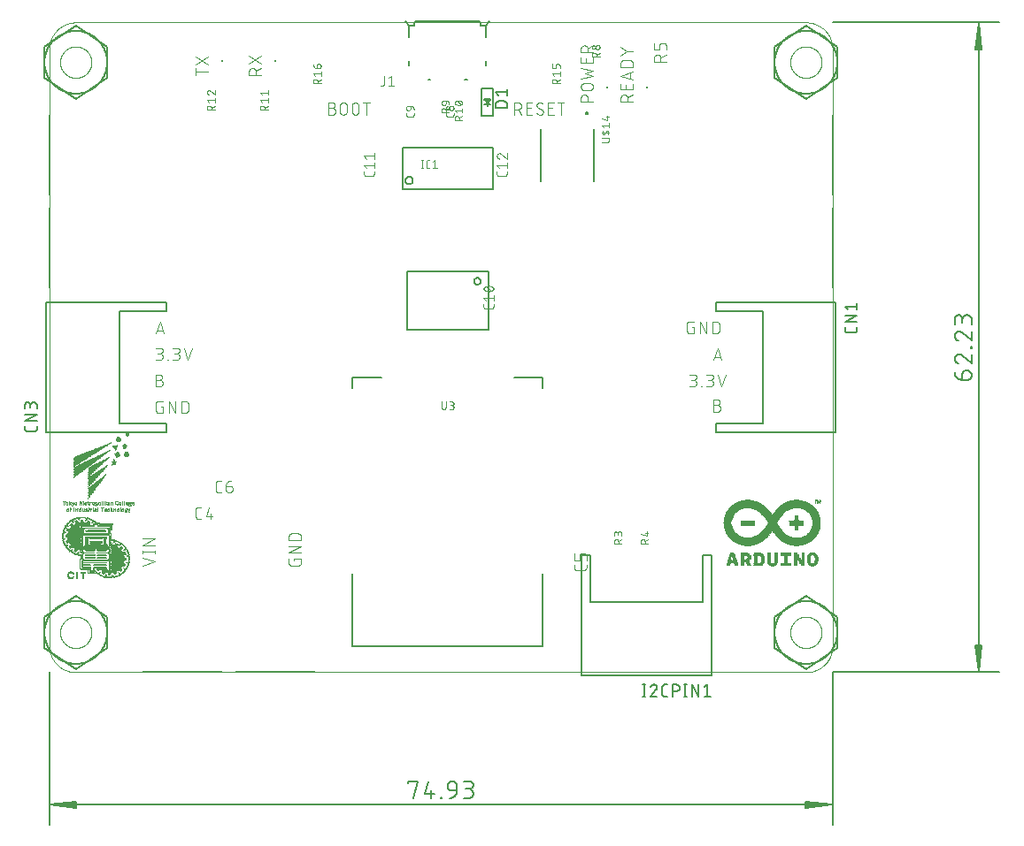
<source format=gto>
G75*
%MOIN*%
%OFA0B0*%
%FSLAX25Y25*%
%IPPOS*%
%LPD*%
%AMOC8*
5,1,8,0,0,1.08239X$1,22.5*
%
%ADD10C,0.00000*%
%ADD11C,0.00512*%
%ADD12C,0.00600*%
%ADD13C,0.00400*%
%ADD14C,0.00300*%
%ADD15C,0.00500*%
%ADD16C,0.00700*%
%ADD17C,0.00800*%
%ADD18R,0.00787X0.00787*%
%ADD19C,0.00787*%
%ADD20R,0.00800X0.00100*%
%ADD21R,0.01300X0.00100*%
%ADD22R,0.00500X0.00100*%
%ADD23R,0.00600X0.00100*%
%ADD24R,0.01500X0.00100*%
%ADD25R,0.01700X0.00100*%
%ADD26R,0.01900X0.00100*%
%ADD27R,0.02700X0.00100*%
%ADD28R,0.00200X0.00100*%
%ADD29R,0.00700X0.00100*%
%ADD30R,0.00100X0.00100*%
%ADD31R,0.00400X0.00100*%
%ADD32R,0.02100X0.00100*%
%ADD33R,0.00300X0.00100*%
%ADD34R,0.01100X0.00100*%
%ADD35R,0.01000X0.00100*%
%ADD36R,0.01600X0.00100*%
%ADD37R,0.00900X0.00100*%
%ADD38R,0.03100X0.00100*%
%ADD39R,0.02200X0.00100*%
%ADD40R,0.01200X0.00100*%
%ADD41R,0.01800X0.00100*%
%ADD42R,0.04000X0.00100*%
%ADD43R,0.05500X0.00100*%
%ADD44R,0.05400X0.00100*%
%ADD45R,0.02300X0.00100*%
%ADD46R,0.02500X0.00100*%
%ADD47R,0.02600X0.00100*%
%ADD48R,0.02800X0.00100*%
%ADD49R,0.04300X0.00100*%
%ADD50R,0.03200X0.00100*%
%ADD51R,0.04200X0.00100*%
%ADD52R,0.04100X0.00100*%
%ADD53R,0.03500X0.00100*%
%ADD54R,0.05300X0.00100*%
%ADD55R,0.03900X0.00100*%
%ADD56R,0.03800X0.00100*%
%ADD57R,0.05100X0.00100*%
%ADD58R,0.03400X0.00100*%
%ADD59R,0.04900X0.00100*%
%ADD60R,0.04600X0.00100*%
%ADD61R,0.03300X0.00100*%
%ADD62R,0.04700X0.00100*%
%ADD63R,0.05600X0.00100*%
%ADD64R,0.09200X0.00100*%
%ADD65R,0.04800X0.00100*%
%ADD66R,0.09600X0.00100*%
%ADD67R,0.01400X0.00100*%
%ADD68R,0.09400X0.00100*%
%ADD69R,0.05000X0.00100*%
%ADD70R,0.10800X0.00100*%
%ADD71R,0.05200X0.00100*%
%ADD72R,0.05700X0.00100*%
%ADD73R,0.06000X0.00100*%
%ADD74R,0.06100X0.00100*%
%ADD75R,0.03700X0.00100*%
%ADD76R,0.03600X0.00100*%
%ADD77R,0.03000X0.00100*%
%ADD78R,0.02900X0.00100*%
%ADD79R,0.05800X0.00100*%
%ADD80R,0.04400X0.00100*%
%ADD81R,0.10700X0.00100*%
%ADD82R,0.02400X0.00100*%
%ADD83R,0.07100X0.00100*%
%ADD84R,0.04500X0.00100*%
%ADD85R,0.08600X0.00100*%
%ADD86R,0.08500X0.00100*%
%ADD87R,0.08400X0.00100*%
%ADD88R,0.08300X0.00100*%
%ADD89R,0.08100X0.00100*%
%ADD90R,0.08000X0.00100*%
%ADD91R,0.07700X0.00100*%
%ADD92R,0.10100X0.00100*%
%ADD93R,0.07000X0.00100*%
%ADD94R,0.07500X0.00100*%
%ADD95R,0.07600X0.00100*%
%ADD96R,0.05900X0.00100*%
%ADD97R,0.07300X0.00100*%
%ADD98R,0.06800X0.00100*%
%ADD99R,0.11700X0.00100*%
%ADD100R,0.02000X0.00100*%
%ADD101R,0.06500X0.00100*%
%ADD102R,0.06600X0.00100*%
%ADD103R,0.08800X0.00100*%
%ADD104R,0.09500X0.00100*%
%ADD105R,0.09900X0.00100*%
%ADD106R,0.10300X0.00100*%
%ADD107R,0.10500X0.00100*%
%ADD108R,0.10900X0.00100*%
%ADD109R,0.11100X0.00100*%
%ADD110R,0.11400X0.00100*%
%ADD111R,0.11900X0.00100*%
%ADD112R,0.12200X0.00100*%
%ADD113R,0.12400X0.00100*%
%ADD114R,0.12600X0.00100*%
%ADD115R,0.12800X0.00100*%
%ADD116R,0.13000X0.00100*%
%ADD117R,0.13300X0.00100*%
%ADD118R,0.13200X0.00100*%
%ADD119R,0.13500X0.00100*%
%ADD120R,0.13700X0.00100*%
%ADD121R,0.06400X0.00100*%
%ADD122R,0.07400X0.00100*%
%ADD123R,0.06900X0.00100*%
%ADD124R,0.06700X0.00100*%
%ADD125R,0.06300X0.00100*%
%ADD126R,0.13800X0.00100*%
%ADD127R,0.13600X0.00100*%
%ADD128R,0.13400X0.00100*%
%ADD129R,0.12700X0.00100*%
%ADD130R,0.12500X0.00100*%
%ADD131R,0.12300X0.00100*%
%ADD132R,0.12000X0.00100*%
%ADD133R,0.11500X0.00100*%
%ADD134R,0.11200X0.00100*%
%ADD135R,0.11300X0.00100*%
%ADD136R,0.10000X0.00100*%
%ADD137R,0.09700X0.00100*%
%ADD138R,0.09300X0.00100*%
%ADD139R,0.09000X0.00100*%
%ADD140R,0.08200X0.00100*%
%ADD141R,0.07800X0.00100*%
D10*
X0076800Y0058933D02*
X0351800Y0058933D01*
X0352042Y0058936D01*
X0352283Y0058945D01*
X0352524Y0058959D01*
X0352765Y0058980D01*
X0353005Y0059006D01*
X0353245Y0059038D01*
X0353484Y0059076D01*
X0353721Y0059119D01*
X0353958Y0059169D01*
X0354193Y0059224D01*
X0354427Y0059284D01*
X0354659Y0059351D01*
X0354890Y0059422D01*
X0355119Y0059500D01*
X0355346Y0059583D01*
X0355571Y0059671D01*
X0355794Y0059765D01*
X0356014Y0059864D01*
X0356232Y0059969D01*
X0356447Y0060078D01*
X0356660Y0060193D01*
X0356870Y0060313D01*
X0357076Y0060438D01*
X0357280Y0060568D01*
X0357481Y0060703D01*
X0357678Y0060843D01*
X0357872Y0060987D01*
X0358062Y0061136D01*
X0358248Y0061290D01*
X0358431Y0061448D01*
X0358610Y0061610D01*
X0358785Y0061777D01*
X0358956Y0061948D01*
X0359123Y0062123D01*
X0359285Y0062302D01*
X0359443Y0062485D01*
X0359597Y0062671D01*
X0359746Y0062861D01*
X0359890Y0063055D01*
X0360030Y0063252D01*
X0360165Y0063453D01*
X0360295Y0063657D01*
X0360420Y0063863D01*
X0360540Y0064073D01*
X0360655Y0064286D01*
X0360764Y0064501D01*
X0360869Y0064719D01*
X0360968Y0064939D01*
X0361062Y0065162D01*
X0361150Y0065387D01*
X0361233Y0065614D01*
X0361311Y0065843D01*
X0361382Y0066074D01*
X0361449Y0066306D01*
X0361509Y0066540D01*
X0361564Y0066775D01*
X0361614Y0067012D01*
X0361657Y0067249D01*
X0361695Y0067488D01*
X0361727Y0067728D01*
X0361753Y0067968D01*
X0361774Y0068209D01*
X0361788Y0068450D01*
X0361797Y0068691D01*
X0361800Y0068933D01*
X0361800Y0293933D01*
X0361797Y0294175D01*
X0361788Y0294416D01*
X0361774Y0294657D01*
X0361753Y0294898D01*
X0361727Y0295138D01*
X0361695Y0295378D01*
X0361657Y0295617D01*
X0361614Y0295854D01*
X0361564Y0296091D01*
X0361509Y0296326D01*
X0361449Y0296560D01*
X0361382Y0296792D01*
X0361311Y0297023D01*
X0361233Y0297252D01*
X0361150Y0297479D01*
X0361062Y0297704D01*
X0360968Y0297927D01*
X0360869Y0298147D01*
X0360764Y0298365D01*
X0360655Y0298580D01*
X0360540Y0298793D01*
X0360420Y0299003D01*
X0360295Y0299209D01*
X0360165Y0299413D01*
X0360030Y0299614D01*
X0359890Y0299811D01*
X0359746Y0300005D01*
X0359597Y0300195D01*
X0359443Y0300381D01*
X0359285Y0300564D01*
X0359123Y0300743D01*
X0358956Y0300918D01*
X0358785Y0301089D01*
X0358610Y0301256D01*
X0358431Y0301418D01*
X0358248Y0301576D01*
X0358062Y0301730D01*
X0357872Y0301879D01*
X0357678Y0302023D01*
X0357481Y0302163D01*
X0357280Y0302298D01*
X0357076Y0302428D01*
X0356870Y0302553D01*
X0356660Y0302673D01*
X0356447Y0302788D01*
X0356232Y0302897D01*
X0356014Y0303002D01*
X0355794Y0303101D01*
X0355571Y0303195D01*
X0355346Y0303283D01*
X0355119Y0303366D01*
X0354890Y0303444D01*
X0354659Y0303515D01*
X0354427Y0303582D01*
X0354193Y0303642D01*
X0353958Y0303697D01*
X0353721Y0303747D01*
X0353484Y0303790D01*
X0353245Y0303828D01*
X0353005Y0303860D01*
X0352765Y0303886D01*
X0352524Y0303907D01*
X0352283Y0303921D01*
X0352042Y0303930D01*
X0351800Y0303933D01*
X0076800Y0303933D01*
X0076558Y0303930D01*
X0076317Y0303921D01*
X0076076Y0303907D01*
X0075835Y0303886D01*
X0075595Y0303860D01*
X0075355Y0303828D01*
X0075116Y0303790D01*
X0074879Y0303747D01*
X0074642Y0303697D01*
X0074407Y0303642D01*
X0074173Y0303582D01*
X0073941Y0303515D01*
X0073710Y0303444D01*
X0073481Y0303366D01*
X0073254Y0303283D01*
X0073029Y0303195D01*
X0072806Y0303101D01*
X0072586Y0303002D01*
X0072368Y0302897D01*
X0072153Y0302788D01*
X0071940Y0302673D01*
X0071730Y0302553D01*
X0071524Y0302428D01*
X0071320Y0302298D01*
X0071119Y0302163D01*
X0070922Y0302023D01*
X0070728Y0301879D01*
X0070538Y0301730D01*
X0070352Y0301576D01*
X0070169Y0301418D01*
X0069990Y0301256D01*
X0069815Y0301089D01*
X0069644Y0300918D01*
X0069477Y0300743D01*
X0069315Y0300564D01*
X0069157Y0300381D01*
X0069003Y0300195D01*
X0068854Y0300005D01*
X0068710Y0299811D01*
X0068570Y0299614D01*
X0068435Y0299413D01*
X0068305Y0299209D01*
X0068180Y0299003D01*
X0068060Y0298793D01*
X0067945Y0298580D01*
X0067836Y0298365D01*
X0067731Y0298147D01*
X0067632Y0297927D01*
X0067538Y0297704D01*
X0067450Y0297479D01*
X0067367Y0297252D01*
X0067289Y0297023D01*
X0067218Y0296792D01*
X0067151Y0296560D01*
X0067091Y0296326D01*
X0067036Y0296091D01*
X0066986Y0295854D01*
X0066943Y0295617D01*
X0066905Y0295378D01*
X0066873Y0295138D01*
X0066847Y0294898D01*
X0066826Y0294657D01*
X0066812Y0294416D01*
X0066803Y0294175D01*
X0066800Y0293933D01*
X0066800Y0068933D01*
X0066803Y0068691D01*
X0066812Y0068450D01*
X0066826Y0068209D01*
X0066847Y0067968D01*
X0066873Y0067728D01*
X0066905Y0067488D01*
X0066943Y0067249D01*
X0066986Y0067012D01*
X0067036Y0066775D01*
X0067091Y0066540D01*
X0067151Y0066306D01*
X0067218Y0066074D01*
X0067289Y0065843D01*
X0067367Y0065614D01*
X0067450Y0065387D01*
X0067538Y0065162D01*
X0067632Y0064939D01*
X0067731Y0064719D01*
X0067836Y0064501D01*
X0067945Y0064286D01*
X0068060Y0064073D01*
X0068180Y0063863D01*
X0068305Y0063657D01*
X0068435Y0063453D01*
X0068570Y0063252D01*
X0068710Y0063055D01*
X0068854Y0062861D01*
X0069003Y0062671D01*
X0069157Y0062485D01*
X0069315Y0062302D01*
X0069477Y0062123D01*
X0069644Y0061948D01*
X0069815Y0061777D01*
X0069990Y0061610D01*
X0070169Y0061448D01*
X0070352Y0061290D01*
X0070538Y0061136D01*
X0070728Y0060987D01*
X0070922Y0060843D01*
X0071119Y0060703D01*
X0071320Y0060568D01*
X0071524Y0060438D01*
X0071730Y0060313D01*
X0071940Y0060193D01*
X0072153Y0060078D01*
X0072368Y0059969D01*
X0072586Y0059864D01*
X0072806Y0059765D01*
X0073029Y0059671D01*
X0073254Y0059583D01*
X0073481Y0059500D01*
X0073710Y0059422D01*
X0073941Y0059351D01*
X0074173Y0059284D01*
X0074407Y0059224D01*
X0074642Y0059169D01*
X0074879Y0059119D01*
X0075116Y0059076D01*
X0075355Y0059038D01*
X0075595Y0059006D01*
X0075835Y0058980D01*
X0076076Y0058959D01*
X0076317Y0058945D01*
X0076558Y0058936D01*
X0076800Y0058933D01*
X0070894Y0073933D02*
X0070896Y0074086D01*
X0070902Y0074240D01*
X0070912Y0074393D01*
X0070926Y0074545D01*
X0070944Y0074698D01*
X0070966Y0074849D01*
X0070991Y0075000D01*
X0071021Y0075151D01*
X0071055Y0075301D01*
X0071092Y0075449D01*
X0071133Y0075597D01*
X0071178Y0075743D01*
X0071227Y0075889D01*
X0071280Y0076033D01*
X0071336Y0076175D01*
X0071396Y0076316D01*
X0071460Y0076456D01*
X0071527Y0076594D01*
X0071598Y0076730D01*
X0071673Y0076864D01*
X0071750Y0076996D01*
X0071832Y0077126D01*
X0071916Y0077254D01*
X0072004Y0077380D01*
X0072095Y0077503D01*
X0072189Y0077624D01*
X0072287Y0077742D01*
X0072387Y0077858D01*
X0072491Y0077971D01*
X0072597Y0078082D01*
X0072706Y0078190D01*
X0072818Y0078295D01*
X0072932Y0078396D01*
X0073050Y0078495D01*
X0073169Y0078591D01*
X0073291Y0078684D01*
X0073416Y0078773D01*
X0073543Y0078860D01*
X0073672Y0078942D01*
X0073803Y0079022D01*
X0073936Y0079098D01*
X0074071Y0079171D01*
X0074208Y0079240D01*
X0074347Y0079305D01*
X0074487Y0079367D01*
X0074629Y0079425D01*
X0074772Y0079480D01*
X0074917Y0079531D01*
X0075063Y0079578D01*
X0075210Y0079621D01*
X0075358Y0079660D01*
X0075507Y0079696D01*
X0075657Y0079727D01*
X0075808Y0079755D01*
X0075959Y0079779D01*
X0076112Y0079799D01*
X0076264Y0079815D01*
X0076417Y0079827D01*
X0076570Y0079835D01*
X0076723Y0079839D01*
X0076877Y0079839D01*
X0077030Y0079835D01*
X0077183Y0079827D01*
X0077336Y0079815D01*
X0077488Y0079799D01*
X0077641Y0079779D01*
X0077792Y0079755D01*
X0077943Y0079727D01*
X0078093Y0079696D01*
X0078242Y0079660D01*
X0078390Y0079621D01*
X0078537Y0079578D01*
X0078683Y0079531D01*
X0078828Y0079480D01*
X0078971Y0079425D01*
X0079113Y0079367D01*
X0079253Y0079305D01*
X0079392Y0079240D01*
X0079529Y0079171D01*
X0079664Y0079098D01*
X0079797Y0079022D01*
X0079928Y0078942D01*
X0080057Y0078860D01*
X0080184Y0078773D01*
X0080309Y0078684D01*
X0080431Y0078591D01*
X0080550Y0078495D01*
X0080668Y0078396D01*
X0080782Y0078295D01*
X0080894Y0078190D01*
X0081003Y0078082D01*
X0081109Y0077971D01*
X0081213Y0077858D01*
X0081313Y0077742D01*
X0081411Y0077624D01*
X0081505Y0077503D01*
X0081596Y0077380D01*
X0081684Y0077254D01*
X0081768Y0077126D01*
X0081850Y0076996D01*
X0081927Y0076864D01*
X0082002Y0076730D01*
X0082073Y0076594D01*
X0082140Y0076456D01*
X0082204Y0076316D01*
X0082264Y0076175D01*
X0082320Y0076033D01*
X0082373Y0075889D01*
X0082422Y0075743D01*
X0082467Y0075597D01*
X0082508Y0075449D01*
X0082545Y0075301D01*
X0082579Y0075151D01*
X0082609Y0075000D01*
X0082634Y0074849D01*
X0082656Y0074698D01*
X0082674Y0074545D01*
X0082688Y0074393D01*
X0082698Y0074240D01*
X0082704Y0074086D01*
X0082706Y0073933D01*
X0082704Y0073780D01*
X0082698Y0073626D01*
X0082688Y0073473D01*
X0082674Y0073321D01*
X0082656Y0073168D01*
X0082634Y0073017D01*
X0082609Y0072866D01*
X0082579Y0072715D01*
X0082545Y0072565D01*
X0082508Y0072417D01*
X0082467Y0072269D01*
X0082422Y0072123D01*
X0082373Y0071977D01*
X0082320Y0071833D01*
X0082264Y0071691D01*
X0082204Y0071550D01*
X0082140Y0071410D01*
X0082073Y0071272D01*
X0082002Y0071136D01*
X0081927Y0071002D01*
X0081850Y0070870D01*
X0081768Y0070740D01*
X0081684Y0070612D01*
X0081596Y0070486D01*
X0081505Y0070363D01*
X0081411Y0070242D01*
X0081313Y0070124D01*
X0081213Y0070008D01*
X0081109Y0069895D01*
X0081003Y0069784D01*
X0080894Y0069676D01*
X0080782Y0069571D01*
X0080668Y0069470D01*
X0080550Y0069371D01*
X0080431Y0069275D01*
X0080309Y0069182D01*
X0080184Y0069093D01*
X0080057Y0069006D01*
X0079928Y0068924D01*
X0079797Y0068844D01*
X0079664Y0068768D01*
X0079529Y0068695D01*
X0079392Y0068626D01*
X0079253Y0068561D01*
X0079113Y0068499D01*
X0078971Y0068441D01*
X0078828Y0068386D01*
X0078683Y0068335D01*
X0078537Y0068288D01*
X0078390Y0068245D01*
X0078242Y0068206D01*
X0078093Y0068170D01*
X0077943Y0068139D01*
X0077792Y0068111D01*
X0077641Y0068087D01*
X0077488Y0068067D01*
X0077336Y0068051D01*
X0077183Y0068039D01*
X0077030Y0068031D01*
X0076877Y0068027D01*
X0076723Y0068027D01*
X0076570Y0068031D01*
X0076417Y0068039D01*
X0076264Y0068051D01*
X0076112Y0068067D01*
X0075959Y0068087D01*
X0075808Y0068111D01*
X0075657Y0068139D01*
X0075507Y0068170D01*
X0075358Y0068206D01*
X0075210Y0068245D01*
X0075063Y0068288D01*
X0074917Y0068335D01*
X0074772Y0068386D01*
X0074629Y0068441D01*
X0074487Y0068499D01*
X0074347Y0068561D01*
X0074208Y0068626D01*
X0074071Y0068695D01*
X0073936Y0068768D01*
X0073803Y0068844D01*
X0073672Y0068924D01*
X0073543Y0069006D01*
X0073416Y0069093D01*
X0073291Y0069182D01*
X0073169Y0069275D01*
X0073050Y0069371D01*
X0072932Y0069470D01*
X0072818Y0069571D01*
X0072706Y0069676D01*
X0072597Y0069784D01*
X0072491Y0069895D01*
X0072387Y0070008D01*
X0072287Y0070124D01*
X0072189Y0070242D01*
X0072095Y0070363D01*
X0072004Y0070486D01*
X0071916Y0070612D01*
X0071832Y0070740D01*
X0071750Y0070870D01*
X0071673Y0071002D01*
X0071598Y0071136D01*
X0071527Y0071272D01*
X0071460Y0071410D01*
X0071396Y0071550D01*
X0071336Y0071691D01*
X0071280Y0071833D01*
X0071227Y0071977D01*
X0071178Y0072123D01*
X0071133Y0072269D01*
X0071092Y0072417D01*
X0071055Y0072565D01*
X0071021Y0072715D01*
X0070991Y0072866D01*
X0070966Y0073017D01*
X0070944Y0073168D01*
X0070926Y0073321D01*
X0070912Y0073473D01*
X0070902Y0073626D01*
X0070896Y0073780D01*
X0070894Y0073933D01*
X0070894Y0288933D02*
X0070896Y0289086D01*
X0070902Y0289240D01*
X0070912Y0289393D01*
X0070926Y0289545D01*
X0070944Y0289698D01*
X0070966Y0289849D01*
X0070991Y0290000D01*
X0071021Y0290151D01*
X0071055Y0290301D01*
X0071092Y0290449D01*
X0071133Y0290597D01*
X0071178Y0290743D01*
X0071227Y0290889D01*
X0071280Y0291033D01*
X0071336Y0291175D01*
X0071396Y0291316D01*
X0071460Y0291456D01*
X0071527Y0291594D01*
X0071598Y0291730D01*
X0071673Y0291864D01*
X0071750Y0291996D01*
X0071832Y0292126D01*
X0071916Y0292254D01*
X0072004Y0292380D01*
X0072095Y0292503D01*
X0072189Y0292624D01*
X0072287Y0292742D01*
X0072387Y0292858D01*
X0072491Y0292971D01*
X0072597Y0293082D01*
X0072706Y0293190D01*
X0072818Y0293295D01*
X0072932Y0293396D01*
X0073050Y0293495D01*
X0073169Y0293591D01*
X0073291Y0293684D01*
X0073416Y0293773D01*
X0073543Y0293860D01*
X0073672Y0293942D01*
X0073803Y0294022D01*
X0073936Y0294098D01*
X0074071Y0294171D01*
X0074208Y0294240D01*
X0074347Y0294305D01*
X0074487Y0294367D01*
X0074629Y0294425D01*
X0074772Y0294480D01*
X0074917Y0294531D01*
X0075063Y0294578D01*
X0075210Y0294621D01*
X0075358Y0294660D01*
X0075507Y0294696D01*
X0075657Y0294727D01*
X0075808Y0294755D01*
X0075959Y0294779D01*
X0076112Y0294799D01*
X0076264Y0294815D01*
X0076417Y0294827D01*
X0076570Y0294835D01*
X0076723Y0294839D01*
X0076877Y0294839D01*
X0077030Y0294835D01*
X0077183Y0294827D01*
X0077336Y0294815D01*
X0077488Y0294799D01*
X0077641Y0294779D01*
X0077792Y0294755D01*
X0077943Y0294727D01*
X0078093Y0294696D01*
X0078242Y0294660D01*
X0078390Y0294621D01*
X0078537Y0294578D01*
X0078683Y0294531D01*
X0078828Y0294480D01*
X0078971Y0294425D01*
X0079113Y0294367D01*
X0079253Y0294305D01*
X0079392Y0294240D01*
X0079529Y0294171D01*
X0079664Y0294098D01*
X0079797Y0294022D01*
X0079928Y0293942D01*
X0080057Y0293860D01*
X0080184Y0293773D01*
X0080309Y0293684D01*
X0080431Y0293591D01*
X0080550Y0293495D01*
X0080668Y0293396D01*
X0080782Y0293295D01*
X0080894Y0293190D01*
X0081003Y0293082D01*
X0081109Y0292971D01*
X0081213Y0292858D01*
X0081313Y0292742D01*
X0081411Y0292624D01*
X0081505Y0292503D01*
X0081596Y0292380D01*
X0081684Y0292254D01*
X0081768Y0292126D01*
X0081850Y0291996D01*
X0081927Y0291864D01*
X0082002Y0291730D01*
X0082073Y0291594D01*
X0082140Y0291456D01*
X0082204Y0291316D01*
X0082264Y0291175D01*
X0082320Y0291033D01*
X0082373Y0290889D01*
X0082422Y0290743D01*
X0082467Y0290597D01*
X0082508Y0290449D01*
X0082545Y0290301D01*
X0082579Y0290151D01*
X0082609Y0290000D01*
X0082634Y0289849D01*
X0082656Y0289698D01*
X0082674Y0289545D01*
X0082688Y0289393D01*
X0082698Y0289240D01*
X0082704Y0289086D01*
X0082706Y0288933D01*
X0082704Y0288780D01*
X0082698Y0288626D01*
X0082688Y0288473D01*
X0082674Y0288321D01*
X0082656Y0288168D01*
X0082634Y0288017D01*
X0082609Y0287866D01*
X0082579Y0287715D01*
X0082545Y0287565D01*
X0082508Y0287417D01*
X0082467Y0287269D01*
X0082422Y0287123D01*
X0082373Y0286977D01*
X0082320Y0286833D01*
X0082264Y0286691D01*
X0082204Y0286550D01*
X0082140Y0286410D01*
X0082073Y0286272D01*
X0082002Y0286136D01*
X0081927Y0286002D01*
X0081850Y0285870D01*
X0081768Y0285740D01*
X0081684Y0285612D01*
X0081596Y0285486D01*
X0081505Y0285363D01*
X0081411Y0285242D01*
X0081313Y0285124D01*
X0081213Y0285008D01*
X0081109Y0284895D01*
X0081003Y0284784D01*
X0080894Y0284676D01*
X0080782Y0284571D01*
X0080668Y0284470D01*
X0080550Y0284371D01*
X0080431Y0284275D01*
X0080309Y0284182D01*
X0080184Y0284093D01*
X0080057Y0284006D01*
X0079928Y0283924D01*
X0079797Y0283844D01*
X0079664Y0283768D01*
X0079529Y0283695D01*
X0079392Y0283626D01*
X0079253Y0283561D01*
X0079113Y0283499D01*
X0078971Y0283441D01*
X0078828Y0283386D01*
X0078683Y0283335D01*
X0078537Y0283288D01*
X0078390Y0283245D01*
X0078242Y0283206D01*
X0078093Y0283170D01*
X0077943Y0283139D01*
X0077792Y0283111D01*
X0077641Y0283087D01*
X0077488Y0283067D01*
X0077336Y0283051D01*
X0077183Y0283039D01*
X0077030Y0283031D01*
X0076877Y0283027D01*
X0076723Y0283027D01*
X0076570Y0283031D01*
X0076417Y0283039D01*
X0076264Y0283051D01*
X0076112Y0283067D01*
X0075959Y0283087D01*
X0075808Y0283111D01*
X0075657Y0283139D01*
X0075507Y0283170D01*
X0075358Y0283206D01*
X0075210Y0283245D01*
X0075063Y0283288D01*
X0074917Y0283335D01*
X0074772Y0283386D01*
X0074629Y0283441D01*
X0074487Y0283499D01*
X0074347Y0283561D01*
X0074208Y0283626D01*
X0074071Y0283695D01*
X0073936Y0283768D01*
X0073803Y0283844D01*
X0073672Y0283924D01*
X0073543Y0284006D01*
X0073416Y0284093D01*
X0073291Y0284182D01*
X0073169Y0284275D01*
X0073050Y0284371D01*
X0072932Y0284470D01*
X0072818Y0284571D01*
X0072706Y0284676D01*
X0072597Y0284784D01*
X0072491Y0284895D01*
X0072387Y0285008D01*
X0072287Y0285124D01*
X0072189Y0285242D01*
X0072095Y0285363D01*
X0072004Y0285486D01*
X0071916Y0285612D01*
X0071832Y0285740D01*
X0071750Y0285870D01*
X0071673Y0286002D01*
X0071598Y0286136D01*
X0071527Y0286272D01*
X0071460Y0286410D01*
X0071396Y0286550D01*
X0071336Y0286691D01*
X0071280Y0286833D01*
X0071227Y0286977D01*
X0071178Y0287123D01*
X0071133Y0287269D01*
X0071092Y0287417D01*
X0071055Y0287565D01*
X0071021Y0287715D01*
X0070991Y0287866D01*
X0070966Y0288017D01*
X0070944Y0288168D01*
X0070926Y0288321D01*
X0070912Y0288473D01*
X0070902Y0288626D01*
X0070896Y0288780D01*
X0070894Y0288933D01*
X0345894Y0288933D02*
X0345896Y0289086D01*
X0345902Y0289240D01*
X0345912Y0289393D01*
X0345926Y0289545D01*
X0345944Y0289698D01*
X0345966Y0289849D01*
X0345991Y0290000D01*
X0346021Y0290151D01*
X0346055Y0290301D01*
X0346092Y0290449D01*
X0346133Y0290597D01*
X0346178Y0290743D01*
X0346227Y0290889D01*
X0346280Y0291033D01*
X0346336Y0291175D01*
X0346396Y0291316D01*
X0346460Y0291456D01*
X0346527Y0291594D01*
X0346598Y0291730D01*
X0346673Y0291864D01*
X0346750Y0291996D01*
X0346832Y0292126D01*
X0346916Y0292254D01*
X0347004Y0292380D01*
X0347095Y0292503D01*
X0347189Y0292624D01*
X0347287Y0292742D01*
X0347387Y0292858D01*
X0347491Y0292971D01*
X0347597Y0293082D01*
X0347706Y0293190D01*
X0347818Y0293295D01*
X0347932Y0293396D01*
X0348050Y0293495D01*
X0348169Y0293591D01*
X0348291Y0293684D01*
X0348416Y0293773D01*
X0348543Y0293860D01*
X0348672Y0293942D01*
X0348803Y0294022D01*
X0348936Y0294098D01*
X0349071Y0294171D01*
X0349208Y0294240D01*
X0349347Y0294305D01*
X0349487Y0294367D01*
X0349629Y0294425D01*
X0349772Y0294480D01*
X0349917Y0294531D01*
X0350063Y0294578D01*
X0350210Y0294621D01*
X0350358Y0294660D01*
X0350507Y0294696D01*
X0350657Y0294727D01*
X0350808Y0294755D01*
X0350959Y0294779D01*
X0351112Y0294799D01*
X0351264Y0294815D01*
X0351417Y0294827D01*
X0351570Y0294835D01*
X0351723Y0294839D01*
X0351877Y0294839D01*
X0352030Y0294835D01*
X0352183Y0294827D01*
X0352336Y0294815D01*
X0352488Y0294799D01*
X0352641Y0294779D01*
X0352792Y0294755D01*
X0352943Y0294727D01*
X0353093Y0294696D01*
X0353242Y0294660D01*
X0353390Y0294621D01*
X0353537Y0294578D01*
X0353683Y0294531D01*
X0353828Y0294480D01*
X0353971Y0294425D01*
X0354113Y0294367D01*
X0354253Y0294305D01*
X0354392Y0294240D01*
X0354529Y0294171D01*
X0354664Y0294098D01*
X0354797Y0294022D01*
X0354928Y0293942D01*
X0355057Y0293860D01*
X0355184Y0293773D01*
X0355309Y0293684D01*
X0355431Y0293591D01*
X0355550Y0293495D01*
X0355668Y0293396D01*
X0355782Y0293295D01*
X0355894Y0293190D01*
X0356003Y0293082D01*
X0356109Y0292971D01*
X0356213Y0292858D01*
X0356313Y0292742D01*
X0356411Y0292624D01*
X0356505Y0292503D01*
X0356596Y0292380D01*
X0356684Y0292254D01*
X0356768Y0292126D01*
X0356850Y0291996D01*
X0356927Y0291864D01*
X0357002Y0291730D01*
X0357073Y0291594D01*
X0357140Y0291456D01*
X0357204Y0291316D01*
X0357264Y0291175D01*
X0357320Y0291033D01*
X0357373Y0290889D01*
X0357422Y0290743D01*
X0357467Y0290597D01*
X0357508Y0290449D01*
X0357545Y0290301D01*
X0357579Y0290151D01*
X0357609Y0290000D01*
X0357634Y0289849D01*
X0357656Y0289698D01*
X0357674Y0289545D01*
X0357688Y0289393D01*
X0357698Y0289240D01*
X0357704Y0289086D01*
X0357706Y0288933D01*
X0357704Y0288780D01*
X0357698Y0288626D01*
X0357688Y0288473D01*
X0357674Y0288321D01*
X0357656Y0288168D01*
X0357634Y0288017D01*
X0357609Y0287866D01*
X0357579Y0287715D01*
X0357545Y0287565D01*
X0357508Y0287417D01*
X0357467Y0287269D01*
X0357422Y0287123D01*
X0357373Y0286977D01*
X0357320Y0286833D01*
X0357264Y0286691D01*
X0357204Y0286550D01*
X0357140Y0286410D01*
X0357073Y0286272D01*
X0357002Y0286136D01*
X0356927Y0286002D01*
X0356850Y0285870D01*
X0356768Y0285740D01*
X0356684Y0285612D01*
X0356596Y0285486D01*
X0356505Y0285363D01*
X0356411Y0285242D01*
X0356313Y0285124D01*
X0356213Y0285008D01*
X0356109Y0284895D01*
X0356003Y0284784D01*
X0355894Y0284676D01*
X0355782Y0284571D01*
X0355668Y0284470D01*
X0355550Y0284371D01*
X0355431Y0284275D01*
X0355309Y0284182D01*
X0355184Y0284093D01*
X0355057Y0284006D01*
X0354928Y0283924D01*
X0354797Y0283844D01*
X0354664Y0283768D01*
X0354529Y0283695D01*
X0354392Y0283626D01*
X0354253Y0283561D01*
X0354113Y0283499D01*
X0353971Y0283441D01*
X0353828Y0283386D01*
X0353683Y0283335D01*
X0353537Y0283288D01*
X0353390Y0283245D01*
X0353242Y0283206D01*
X0353093Y0283170D01*
X0352943Y0283139D01*
X0352792Y0283111D01*
X0352641Y0283087D01*
X0352488Y0283067D01*
X0352336Y0283051D01*
X0352183Y0283039D01*
X0352030Y0283031D01*
X0351877Y0283027D01*
X0351723Y0283027D01*
X0351570Y0283031D01*
X0351417Y0283039D01*
X0351264Y0283051D01*
X0351112Y0283067D01*
X0350959Y0283087D01*
X0350808Y0283111D01*
X0350657Y0283139D01*
X0350507Y0283170D01*
X0350358Y0283206D01*
X0350210Y0283245D01*
X0350063Y0283288D01*
X0349917Y0283335D01*
X0349772Y0283386D01*
X0349629Y0283441D01*
X0349487Y0283499D01*
X0349347Y0283561D01*
X0349208Y0283626D01*
X0349071Y0283695D01*
X0348936Y0283768D01*
X0348803Y0283844D01*
X0348672Y0283924D01*
X0348543Y0284006D01*
X0348416Y0284093D01*
X0348291Y0284182D01*
X0348169Y0284275D01*
X0348050Y0284371D01*
X0347932Y0284470D01*
X0347818Y0284571D01*
X0347706Y0284676D01*
X0347597Y0284784D01*
X0347491Y0284895D01*
X0347387Y0285008D01*
X0347287Y0285124D01*
X0347189Y0285242D01*
X0347095Y0285363D01*
X0347004Y0285486D01*
X0346916Y0285612D01*
X0346832Y0285740D01*
X0346750Y0285870D01*
X0346673Y0286002D01*
X0346598Y0286136D01*
X0346527Y0286272D01*
X0346460Y0286410D01*
X0346396Y0286550D01*
X0346336Y0286691D01*
X0346280Y0286833D01*
X0346227Y0286977D01*
X0346178Y0287123D01*
X0346133Y0287269D01*
X0346092Y0287417D01*
X0346055Y0287565D01*
X0346021Y0287715D01*
X0345991Y0287866D01*
X0345966Y0288017D01*
X0345944Y0288168D01*
X0345926Y0288321D01*
X0345912Y0288473D01*
X0345902Y0288626D01*
X0345896Y0288780D01*
X0345894Y0288933D01*
X0345894Y0073933D02*
X0345896Y0074086D01*
X0345902Y0074240D01*
X0345912Y0074393D01*
X0345926Y0074545D01*
X0345944Y0074698D01*
X0345966Y0074849D01*
X0345991Y0075000D01*
X0346021Y0075151D01*
X0346055Y0075301D01*
X0346092Y0075449D01*
X0346133Y0075597D01*
X0346178Y0075743D01*
X0346227Y0075889D01*
X0346280Y0076033D01*
X0346336Y0076175D01*
X0346396Y0076316D01*
X0346460Y0076456D01*
X0346527Y0076594D01*
X0346598Y0076730D01*
X0346673Y0076864D01*
X0346750Y0076996D01*
X0346832Y0077126D01*
X0346916Y0077254D01*
X0347004Y0077380D01*
X0347095Y0077503D01*
X0347189Y0077624D01*
X0347287Y0077742D01*
X0347387Y0077858D01*
X0347491Y0077971D01*
X0347597Y0078082D01*
X0347706Y0078190D01*
X0347818Y0078295D01*
X0347932Y0078396D01*
X0348050Y0078495D01*
X0348169Y0078591D01*
X0348291Y0078684D01*
X0348416Y0078773D01*
X0348543Y0078860D01*
X0348672Y0078942D01*
X0348803Y0079022D01*
X0348936Y0079098D01*
X0349071Y0079171D01*
X0349208Y0079240D01*
X0349347Y0079305D01*
X0349487Y0079367D01*
X0349629Y0079425D01*
X0349772Y0079480D01*
X0349917Y0079531D01*
X0350063Y0079578D01*
X0350210Y0079621D01*
X0350358Y0079660D01*
X0350507Y0079696D01*
X0350657Y0079727D01*
X0350808Y0079755D01*
X0350959Y0079779D01*
X0351112Y0079799D01*
X0351264Y0079815D01*
X0351417Y0079827D01*
X0351570Y0079835D01*
X0351723Y0079839D01*
X0351877Y0079839D01*
X0352030Y0079835D01*
X0352183Y0079827D01*
X0352336Y0079815D01*
X0352488Y0079799D01*
X0352641Y0079779D01*
X0352792Y0079755D01*
X0352943Y0079727D01*
X0353093Y0079696D01*
X0353242Y0079660D01*
X0353390Y0079621D01*
X0353537Y0079578D01*
X0353683Y0079531D01*
X0353828Y0079480D01*
X0353971Y0079425D01*
X0354113Y0079367D01*
X0354253Y0079305D01*
X0354392Y0079240D01*
X0354529Y0079171D01*
X0354664Y0079098D01*
X0354797Y0079022D01*
X0354928Y0078942D01*
X0355057Y0078860D01*
X0355184Y0078773D01*
X0355309Y0078684D01*
X0355431Y0078591D01*
X0355550Y0078495D01*
X0355668Y0078396D01*
X0355782Y0078295D01*
X0355894Y0078190D01*
X0356003Y0078082D01*
X0356109Y0077971D01*
X0356213Y0077858D01*
X0356313Y0077742D01*
X0356411Y0077624D01*
X0356505Y0077503D01*
X0356596Y0077380D01*
X0356684Y0077254D01*
X0356768Y0077126D01*
X0356850Y0076996D01*
X0356927Y0076864D01*
X0357002Y0076730D01*
X0357073Y0076594D01*
X0357140Y0076456D01*
X0357204Y0076316D01*
X0357264Y0076175D01*
X0357320Y0076033D01*
X0357373Y0075889D01*
X0357422Y0075743D01*
X0357467Y0075597D01*
X0357508Y0075449D01*
X0357545Y0075301D01*
X0357579Y0075151D01*
X0357609Y0075000D01*
X0357634Y0074849D01*
X0357656Y0074698D01*
X0357674Y0074545D01*
X0357688Y0074393D01*
X0357698Y0074240D01*
X0357704Y0074086D01*
X0357706Y0073933D01*
X0357704Y0073780D01*
X0357698Y0073626D01*
X0357688Y0073473D01*
X0357674Y0073321D01*
X0357656Y0073168D01*
X0357634Y0073017D01*
X0357609Y0072866D01*
X0357579Y0072715D01*
X0357545Y0072565D01*
X0357508Y0072417D01*
X0357467Y0072269D01*
X0357422Y0072123D01*
X0357373Y0071977D01*
X0357320Y0071833D01*
X0357264Y0071691D01*
X0357204Y0071550D01*
X0357140Y0071410D01*
X0357073Y0071272D01*
X0357002Y0071136D01*
X0356927Y0071002D01*
X0356850Y0070870D01*
X0356768Y0070740D01*
X0356684Y0070612D01*
X0356596Y0070486D01*
X0356505Y0070363D01*
X0356411Y0070242D01*
X0356313Y0070124D01*
X0356213Y0070008D01*
X0356109Y0069895D01*
X0356003Y0069784D01*
X0355894Y0069676D01*
X0355782Y0069571D01*
X0355668Y0069470D01*
X0355550Y0069371D01*
X0355431Y0069275D01*
X0355309Y0069182D01*
X0355184Y0069093D01*
X0355057Y0069006D01*
X0354928Y0068924D01*
X0354797Y0068844D01*
X0354664Y0068768D01*
X0354529Y0068695D01*
X0354392Y0068626D01*
X0354253Y0068561D01*
X0354113Y0068499D01*
X0353971Y0068441D01*
X0353828Y0068386D01*
X0353683Y0068335D01*
X0353537Y0068288D01*
X0353390Y0068245D01*
X0353242Y0068206D01*
X0353093Y0068170D01*
X0352943Y0068139D01*
X0352792Y0068111D01*
X0352641Y0068087D01*
X0352488Y0068067D01*
X0352336Y0068051D01*
X0352183Y0068039D01*
X0352030Y0068031D01*
X0351877Y0068027D01*
X0351723Y0068027D01*
X0351570Y0068031D01*
X0351417Y0068039D01*
X0351264Y0068051D01*
X0351112Y0068067D01*
X0350959Y0068087D01*
X0350808Y0068111D01*
X0350657Y0068139D01*
X0350507Y0068170D01*
X0350358Y0068206D01*
X0350210Y0068245D01*
X0350063Y0068288D01*
X0349917Y0068335D01*
X0349772Y0068386D01*
X0349629Y0068441D01*
X0349487Y0068499D01*
X0349347Y0068561D01*
X0349208Y0068626D01*
X0349071Y0068695D01*
X0348936Y0068768D01*
X0348803Y0068844D01*
X0348672Y0068924D01*
X0348543Y0069006D01*
X0348416Y0069093D01*
X0348291Y0069182D01*
X0348169Y0069275D01*
X0348050Y0069371D01*
X0347932Y0069470D01*
X0347818Y0069571D01*
X0347706Y0069676D01*
X0347597Y0069784D01*
X0347491Y0069895D01*
X0347387Y0070008D01*
X0347287Y0070124D01*
X0347189Y0070242D01*
X0347095Y0070363D01*
X0347004Y0070486D01*
X0346916Y0070612D01*
X0346832Y0070740D01*
X0346750Y0070870D01*
X0346673Y0071002D01*
X0346598Y0071136D01*
X0346527Y0071272D01*
X0346460Y0071410D01*
X0346396Y0071550D01*
X0346336Y0071691D01*
X0346280Y0071833D01*
X0346227Y0071977D01*
X0346178Y0072123D01*
X0346133Y0072269D01*
X0346092Y0072417D01*
X0346055Y0072565D01*
X0346021Y0072715D01*
X0345991Y0072866D01*
X0345966Y0073017D01*
X0345944Y0073168D01*
X0345926Y0073321D01*
X0345912Y0073473D01*
X0345902Y0073626D01*
X0345896Y0073780D01*
X0345894Y0073933D01*
D11*
X0066800Y0058933D02*
X0066800Y0001256D01*
X0067056Y0008933D02*
X0077036Y0007909D01*
X0077036Y0007676D02*
X0067056Y0008933D01*
X0077036Y0009957D01*
X0077036Y0010190D02*
X0077036Y0007676D01*
X0077036Y0008421D02*
X0067056Y0008933D01*
X0077036Y0009445D01*
X0077036Y0010190D02*
X0067056Y0008933D01*
X0361544Y0008933D01*
X0351564Y0007909D01*
X0351564Y0007676D02*
X0361544Y0008933D01*
X0351564Y0009957D01*
X0351564Y0010190D02*
X0351564Y0007676D01*
X0351564Y0008421D02*
X0361544Y0008933D01*
X0351564Y0009445D01*
X0351564Y0010190D02*
X0361544Y0008933D01*
X0361800Y0001256D02*
X0361800Y0058933D01*
X0424477Y0058933D01*
X0416800Y0059189D02*
X0417824Y0069169D01*
X0418057Y0069169D02*
X0416800Y0059189D01*
X0415776Y0069169D01*
X0415543Y0069169D02*
X0418057Y0069169D01*
X0417312Y0069169D02*
X0416800Y0059189D01*
X0416288Y0069169D01*
X0415543Y0069169D02*
X0416800Y0059189D01*
X0416800Y0303677D01*
X0417824Y0293697D01*
X0418057Y0293697D02*
X0416800Y0303677D01*
X0415776Y0293697D01*
X0415543Y0293697D02*
X0418057Y0293697D01*
X0417312Y0293697D02*
X0416800Y0303677D01*
X0416288Y0293697D01*
X0415543Y0293697D02*
X0416800Y0303677D01*
X0424477Y0303933D02*
X0361800Y0303933D01*
D12*
X0363020Y0198343D02*
X0317745Y0198343D01*
X0317745Y0195193D01*
X0335461Y0195193D01*
X0335461Y0152673D01*
X0317745Y0152673D01*
X0317745Y0149524D01*
X0363020Y0149524D01*
X0363020Y0198343D01*
X0407838Y0192227D02*
X0407838Y0190094D01*
X0407838Y0192227D02*
X0407840Y0192301D01*
X0407846Y0192376D01*
X0407856Y0192449D01*
X0407869Y0192523D01*
X0407886Y0192595D01*
X0407908Y0192666D01*
X0407932Y0192737D01*
X0407961Y0192805D01*
X0407993Y0192873D01*
X0408029Y0192938D01*
X0408067Y0193001D01*
X0408110Y0193063D01*
X0408155Y0193122D01*
X0408203Y0193179D01*
X0408254Y0193233D01*
X0408308Y0193284D01*
X0408365Y0193332D01*
X0408424Y0193377D01*
X0408486Y0193420D01*
X0408549Y0193458D01*
X0408614Y0193494D01*
X0408682Y0193526D01*
X0408750Y0193555D01*
X0408821Y0193579D01*
X0408892Y0193601D01*
X0408964Y0193618D01*
X0409038Y0193631D01*
X0409111Y0193641D01*
X0409186Y0193647D01*
X0409260Y0193649D01*
X0409334Y0193647D01*
X0409409Y0193641D01*
X0409482Y0193631D01*
X0409556Y0193618D01*
X0409628Y0193601D01*
X0409699Y0193579D01*
X0409770Y0193555D01*
X0409838Y0193526D01*
X0409906Y0193494D01*
X0409971Y0193458D01*
X0410034Y0193420D01*
X0410096Y0193377D01*
X0410155Y0193332D01*
X0410212Y0193284D01*
X0410266Y0193233D01*
X0410317Y0193179D01*
X0410365Y0193122D01*
X0410410Y0193063D01*
X0410453Y0193001D01*
X0410491Y0192938D01*
X0410527Y0192873D01*
X0410559Y0192805D01*
X0410588Y0192737D01*
X0410612Y0192666D01*
X0410634Y0192595D01*
X0410651Y0192523D01*
X0410664Y0192449D01*
X0410674Y0192376D01*
X0410680Y0192301D01*
X0410682Y0192227D01*
X0410683Y0192227D02*
X0410683Y0190805D01*
X0410682Y0191872D02*
X0410684Y0191955D01*
X0410690Y0192038D01*
X0410700Y0192121D01*
X0410713Y0192204D01*
X0410731Y0192285D01*
X0410752Y0192366D01*
X0410777Y0192445D01*
X0410806Y0192523D01*
X0410838Y0192600D01*
X0410874Y0192675D01*
X0410913Y0192749D01*
X0410956Y0192820D01*
X0411002Y0192890D01*
X0411052Y0192957D01*
X0411104Y0193022D01*
X0411159Y0193084D01*
X0411218Y0193144D01*
X0411279Y0193201D01*
X0411342Y0193255D01*
X0411408Y0193306D01*
X0411477Y0193353D01*
X0411547Y0193398D01*
X0411620Y0193439D01*
X0411694Y0193476D01*
X0411770Y0193511D01*
X0411848Y0193541D01*
X0411926Y0193568D01*
X0412007Y0193591D01*
X0412088Y0193611D01*
X0412170Y0193626D01*
X0412252Y0193638D01*
X0412335Y0193646D01*
X0412418Y0193650D01*
X0412502Y0193650D01*
X0412585Y0193646D01*
X0412668Y0193638D01*
X0412750Y0193626D01*
X0412832Y0193611D01*
X0412913Y0193591D01*
X0412994Y0193568D01*
X0413072Y0193541D01*
X0413150Y0193511D01*
X0413226Y0193476D01*
X0413300Y0193439D01*
X0413373Y0193398D01*
X0413443Y0193353D01*
X0413512Y0193306D01*
X0413578Y0193255D01*
X0413641Y0193201D01*
X0413702Y0193144D01*
X0413761Y0193084D01*
X0413816Y0193022D01*
X0413868Y0192957D01*
X0413918Y0192890D01*
X0413964Y0192820D01*
X0414007Y0192749D01*
X0414046Y0192675D01*
X0414082Y0192600D01*
X0414114Y0192523D01*
X0414143Y0192445D01*
X0414168Y0192366D01*
X0414189Y0192285D01*
X0414207Y0192204D01*
X0414220Y0192121D01*
X0414230Y0192038D01*
X0414236Y0191955D01*
X0414238Y0191872D01*
X0414238Y0190094D01*
X0414238Y0187495D02*
X0414238Y0183940D01*
X0410683Y0186962D01*
X0407838Y0185895D02*
X0407840Y0185806D01*
X0407846Y0185717D01*
X0407855Y0185628D01*
X0407869Y0185540D01*
X0407886Y0185453D01*
X0407907Y0185366D01*
X0407932Y0185280D01*
X0407960Y0185196D01*
X0407993Y0185113D01*
X0408028Y0185031D01*
X0408068Y0184951D01*
X0408110Y0184873D01*
X0408156Y0184796D01*
X0408205Y0184722D01*
X0408258Y0184650D01*
X0408313Y0184580D01*
X0408372Y0184513D01*
X0408433Y0184448D01*
X0408497Y0184386D01*
X0408564Y0184327D01*
X0408633Y0184271D01*
X0408705Y0184218D01*
X0408779Y0184168D01*
X0408855Y0184121D01*
X0408932Y0184078D01*
X0409012Y0184038D01*
X0409093Y0184001D01*
X0409176Y0183968D01*
X0409261Y0183939D01*
X0410683Y0186963D02*
X0410625Y0187020D01*
X0410564Y0187076D01*
X0410501Y0187128D01*
X0410436Y0187177D01*
X0410368Y0187223D01*
X0410298Y0187265D01*
X0410226Y0187305D01*
X0410153Y0187340D01*
X0410077Y0187373D01*
X0410001Y0187401D01*
X0409923Y0187426D01*
X0409844Y0187447D01*
X0409764Y0187465D01*
X0409683Y0187478D01*
X0409602Y0187488D01*
X0409520Y0187494D01*
X0409438Y0187496D01*
X0409438Y0187495D02*
X0409359Y0187493D01*
X0409281Y0187487D01*
X0409203Y0187478D01*
X0409126Y0187464D01*
X0409049Y0187447D01*
X0408974Y0187426D01*
X0408899Y0187401D01*
X0408826Y0187373D01*
X0408754Y0187341D01*
X0408684Y0187306D01*
X0408615Y0187267D01*
X0408549Y0187225D01*
X0408485Y0187180D01*
X0408423Y0187132D01*
X0408364Y0187081D01*
X0408307Y0187026D01*
X0408252Y0186969D01*
X0408201Y0186910D01*
X0408153Y0186848D01*
X0408108Y0186784D01*
X0408066Y0186718D01*
X0408027Y0186649D01*
X0407992Y0186579D01*
X0407960Y0186507D01*
X0407932Y0186434D01*
X0407907Y0186359D01*
X0407886Y0186284D01*
X0407869Y0186207D01*
X0407855Y0186130D01*
X0407846Y0186052D01*
X0407840Y0185974D01*
X0407838Y0185895D01*
X0413883Y0181587D02*
X0414238Y0181587D01*
X0414238Y0181232D01*
X0413883Y0181232D01*
X0413883Y0181587D01*
X0414238Y0178880D02*
X0414238Y0175324D01*
X0410683Y0178346D01*
X0407838Y0177280D02*
X0407840Y0177191D01*
X0407846Y0177102D01*
X0407855Y0177013D01*
X0407869Y0176925D01*
X0407886Y0176838D01*
X0407907Y0176751D01*
X0407932Y0176665D01*
X0407960Y0176581D01*
X0407993Y0176498D01*
X0408028Y0176416D01*
X0408068Y0176336D01*
X0408110Y0176258D01*
X0408156Y0176181D01*
X0408205Y0176107D01*
X0408258Y0176035D01*
X0408313Y0175965D01*
X0408372Y0175898D01*
X0408433Y0175833D01*
X0408497Y0175771D01*
X0408564Y0175712D01*
X0408633Y0175656D01*
X0408705Y0175603D01*
X0408779Y0175553D01*
X0408855Y0175506D01*
X0408932Y0175463D01*
X0409012Y0175423D01*
X0409093Y0175386D01*
X0409176Y0175353D01*
X0409261Y0175324D01*
X0410683Y0178347D02*
X0410625Y0178404D01*
X0410564Y0178460D01*
X0410501Y0178512D01*
X0410436Y0178561D01*
X0410368Y0178607D01*
X0410298Y0178649D01*
X0410226Y0178689D01*
X0410153Y0178724D01*
X0410077Y0178757D01*
X0410001Y0178785D01*
X0409923Y0178810D01*
X0409844Y0178831D01*
X0409764Y0178849D01*
X0409683Y0178862D01*
X0409602Y0178872D01*
X0409520Y0178878D01*
X0409438Y0178880D01*
X0409359Y0178878D01*
X0409281Y0178872D01*
X0409203Y0178863D01*
X0409126Y0178849D01*
X0409049Y0178832D01*
X0408974Y0178811D01*
X0408899Y0178786D01*
X0408826Y0178758D01*
X0408754Y0178726D01*
X0408684Y0178691D01*
X0408615Y0178652D01*
X0408549Y0178610D01*
X0408485Y0178565D01*
X0408423Y0178517D01*
X0408364Y0178466D01*
X0408307Y0178411D01*
X0408252Y0178354D01*
X0408201Y0178295D01*
X0408153Y0178233D01*
X0408108Y0178169D01*
X0408066Y0178103D01*
X0408027Y0178034D01*
X0407992Y0177964D01*
X0407960Y0177892D01*
X0407932Y0177819D01*
X0407907Y0177744D01*
X0407886Y0177669D01*
X0407869Y0177592D01*
X0407855Y0177515D01*
X0407846Y0177437D01*
X0407840Y0177359D01*
X0407838Y0177280D01*
X0407839Y0172015D02*
X0407841Y0171909D01*
X0407847Y0171802D01*
X0407857Y0171697D01*
X0407871Y0171591D01*
X0407889Y0171486D01*
X0407910Y0171382D01*
X0407936Y0171279D01*
X0407965Y0171177D01*
X0407999Y0171076D01*
X0408036Y0170976D01*
X0408076Y0170878D01*
X0408121Y0170781D01*
X0408169Y0170686D01*
X0408220Y0170593D01*
X0408275Y0170502D01*
X0408333Y0170413D01*
X0408395Y0170326D01*
X0408459Y0170242D01*
X0408527Y0170160D01*
X0408598Y0170081D01*
X0408672Y0170004D01*
X0408749Y0169930D01*
X0408828Y0169859D01*
X0408910Y0169791D01*
X0408994Y0169727D01*
X0409081Y0169665D01*
X0409170Y0169607D01*
X0409261Y0169552D01*
X0409354Y0169501D01*
X0409449Y0169453D01*
X0409546Y0169408D01*
X0409644Y0169368D01*
X0409744Y0169331D01*
X0409845Y0169297D01*
X0409947Y0169268D01*
X0410050Y0169242D01*
X0410154Y0169221D01*
X0410259Y0169203D01*
X0410365Y0169189D01*
X0410470Y0169179D01*
X0410577Y0169173D01*
X0410683Y0169171D01*
X0410683Y0169170D02*
X0412460Y0169170D01*
X0410683Y0169170D02*
X0410683Y0171303D01*
X0410685Y0171377D01*
X0410691Y0171452D01*
X0410701Y0171525D01*
X0410714Y0171599D01*
X0410731Y0171671D01*
X0410753Y0171742D01*
X0410777Y0171813D01*
X0410806Y0171881D01*
X0410838Y0171949D01*
X0410874Y0172014D01*
X0410912Y0172077D01*
X0410955Y0172139D01*
X0411000Y0172198D01*
X0411048Y0172255D01*
X0411099Y0172309D01*
X0411153Y0172360D01*
X0411210Y0172408D01*
X0411269Y0172453D01*
X0411331Y0172496D01*
X0411394Y0172534D01*
X0411459Y0172570D01*
X0411527Y0172602D01*
X0411595Y0172631D01*
X0411666Y0172655D01*
X0411737Y0172677D01*
X0411809Y0172694D01*
X0411883Y0172707D01*
X0411956Y0172717D01*
X0412031Y0172723D01*
X0412105Y0172725D01*
X0412105Y0172726D02*
X0412460Y0172726D01*
X0412543Y0172724D01*
X0412626Y0172718D01*
X0412709Y0172708D01*
X0412792Y0172695D01*
X0412873Y0172677D01*
X0412954Y0172656D01*
X0413033Y0172631D01*
X0413111Y0172602D01*
X0413188Y0172570D01*
X0413263Y0172534D01*
X0413337Y0172495D01*
X0413408Y0172452D01*
X0413478Y0172406D01*
X0413545Y0172356D01*
X0413610Y0172304D01*
X0413672Y0172249D01*
X0413732Y0172190D01*
X0413789Y0172129D01*
X0413843Y0172066D01*
X0413894Y0172000D01*
X0413941Y0171931D01*
X0413986Y0171861D01*
X0414027Y0171788D01*
X0414064Y0171714D01*
X0414099Y0171638D01*
X0414129Y0171560D01*
X0414156Y0171482D01*
X0414179Y0171401D01*
X0414199Y0171320D01*
X0414214Y0171238D01*
X0414226Y0171156D01*
X0414234Y0171073D01*
X0414238Y0170990D01*
X0414238Y0170906D01*
X0414234Y0170823D01*
X0414226Y0170740D01*
X0414214Y0170658D01*
X0414199Y0170576D01*
X0414179Y0170495D01*
X0414156Y0170414D01*
X0414129Y0170336D01*
X0414099Y0170258D01*
X0414064Y0170182D01*
X0414027Y0170108D01*
X0413986Y0170035D01*
X0413941Y0169965D01*
X0413894Y0169896D01*
X0413843Y0169830D01*
X0413789Y0169767D01*
X0413732Y0169706D01*
X0413672Y0169647D01*
X0413610Y0169592D01*
X0413545Y0169540D01*
X0413478Y0169490D01*
X0413408Y0169444D01*
X0413337Y0169401D01*
X0413263Y0169362D01*
X0413188Y0169326D01*
X0413111Y0169294D01*
X0413033Y0169265D01*
X0412954Y0169240D01*
X0412873Y0169219D01*
X0412792Y0169201D01*
X0412709Y0169188D01*
X0412626Y0169178D01*
X0412543Y0169172D01*
X0412460Y0169170D01*
X0316209Y0102988D02*
X0313060Y0102988D01*
X0313060Y0085272D01*
X0270540Y0085272D01*
X0270540Y0102988D01*
X0267391Y0102988D01*
X0267391Y0057713D01*
X0316209Y0057713D01*
X0316209Y0102988D01*
X0225094Y0017895D02*
X0222961Y0017895D01*
X0225094Y0017895D02*
X0225168Y0017893D01*
X0225243Y0017887D01*
X0225316Y0017877D01*
X0225390Y0017864D01*
X0225462Y0017847D01*
X0225533Y0017825D01*
X0225604Y0017801D01*
X0225672Y0017772D01*
X0225740Y0017740D01*
X0225805Y0017704D01*
X0225868Y0017666D01*
X0225930Y0017623D01*
X0225989Y0017578D01*
X0226046Y0017530D01*
X0226100Y0017479D01*
X0226151Y0017425D01*
X0226199Y0017368D01*
X0226244Y0017309D01*
X0226287Y0017247D01*
X0226325Y0017184D01*
X0226361Y0017119D01*
X0226393Y0017051D01*
X0226422Y0016983D01*
X0226446Y0016912D01*
X0226468Y0016841D01*
X0226485Y0016769D01*
X0226498Y0016695D01*
X0226508Y0016622D01*
X0226514Y0016547D01*
X0226516Y0016473D01*
X0226514Y0016399D01*
X0226508Y0016324D01*
X0226498Y0016251D01*
X0226485Y0016177D01*
X0226468Y0016105D01*
X0226446Y0016034D01*
X0226422Y0015963D01*
X0226393Y0015895D01*
X0226361Y0015827D01*
X0226325Y0015762D01*
X0226287Y0015699D01*
X0226244Y0015637D01*
X0226199Y0015578D01*
X0226151Y0015521D01*
X0226100Y0015467D01*
X0226046Y0015416D01*
X0225989Y0015368D01*
X0225930Y0015323D01*
X0225868Y0015280D01*
X0225805Y0015242D01*
X0225740Y0015206D01*
X0225672Y0015174D01*
X0225604Y0015145D01*
X0225533Y0015121D01*
X0225462Y0015099D01*
X0225390Y0015082D01*
X0225316Y0015069D01*
X0225243Y0015059D01*
X0225168Y0015053D01*
X0225094Y0015051D01*
X0225094Y0015050D02*
X0223672Y0015050D01*
X0224738Y0015051D02*
X0224821Y0015049D01*
X0224904Y0015043D01*
X0224987Y0015033D01*
X0225070Y0015020D01*
X0225151Y0015002D01*
X0225232Y0014981D01*
X0225311Y0014956D01*
X0225389Y0014927D01*
X0225466Y0014895D01*
X0225541Y0014859D01*
X0225615Y0014820D01*
X0225686Y0014777D01*
X0225756Y0014731D01*
X0225823Y0014681D01*
X0225888Y0014629D01*
X0225950Y0014574D01*
X0226010Y0014515D01*
X0226067Y0014454D01*
X0226121Y0014391D01*
X0226172Y0014325D01*
X0226219Y0014256D01*
X0226264Y0014186D01*
X0226305Y0014113D01*
X0226342Y0014039D01*
X0226377Y0013963D01*
X0226407Y0013885D01*
X0226434Y0013807D01*
X0226457Y0013726D01*
X0226477Y0013645D01*
X0226492Y0013563D01*
X0226504Y0013481D01*
X0226512Y0013398D01*
X0226516Y0013315D01*
X0226516Y0013231D01*
X0226512Y0013148D01*
X0226504Y0013065D01*
X0226492Y0012983D01*
X0226477Y0012901D01*
X0226457Y0012820D01*
X0226434Y0012739D01*
X0226407Y0012661D01*
X0226377Y0012583D01*
X0226342Y0012507D01*
X0226305Y0012433D01*
X0226264Y0012360D01*
X0226219Y0012290D01*
X0226172Y0012221D01*
X0226121Y0012155D01*
X0226067Y0012092D01*
X0226010Y0012031D01*
X0225950Y0011972D01*
X0225888Y0011917D01*
X0225823Y0011865D01*
X0225756Y0011815D01*
X0225686Y0011769D01*
X0225615Y0011726D01*
X0225541Y0011687D01*
X0225466Y0011651D01*
X0225389Y0011619D01*
X0225311Y0011590D01*
X0225232Y0011565D01*
X0225151Y0011544D01*
X0225070Y0011526D01*
X0224987Y0011513D01*
X0224904Y0011503D01*
X0224821Y0011497D01*
X0224738Y0011495D01*
X0222961Y0011495D01*
X0220362Y0014339D02*
X0220362Y0016117D01*
X0220360Y0016200D01*
X0220354Y0016283D01*
X0220344Y0016366D01*
X0220331Y0016449D01*
X0220313Y0016530D01*
X0220292Y0016611D01*
X0220267Y0016690D01*
X0220238Y0016768D01*
X0220206Y0016845D01*
X0220170Y0016920D01*
X0220131Y0016994D01*
X0220088Y0017065D01*
X0220042Y0017135D01*
X0219992Y0017202D01*
X0219940Y0017267D01*
X0219885Y0017329D01*
X0219826Y0017389D01*
X0219765Y0017446D01*
X0219702Y0017500D01*
X0219636Y0017551D01*
X0219567Y0017598D01*
X0219497Y0017643D01*
X0219424Y0017684D01*
X0219350Y0017721D01*
X0219274Y0017756D01*
X0219196Y0017786D01*
X0219118Y0017813D01*
X0219037Y0017836D01*
X0218956Y0017856D01*
X0218874Y0017871D01*
X0218792Y0017883D01*
X0218709Y0017891D01*
X0218626Y0017895D01*
X0218542Y0017895D01*
X0218459Y0017891D01*
X0218376Y0017883D01*
X0218294Y0017871D01*
X0218212Y0017856D01*
X0218131Y0017836D01*
X0218050Y0017813D01*
X0217972Y0017786D01*
X0217894Y0017756D01*
X0217818Y0017721D01*
X0217744Y0017684D01*
X0217671Y0017643D01*
X0217601Y0017598D01*
X0217532Y0017551D01*
X0217466Y0017500D01*
X0217403Y0017446D01*
X0217342Y0017389D01*
X0217283Y0017329D01*
X0217228Y0017267D01*
X0217176Y0017202D01*
X0217126Y0017135D01*
X0217080Y0017065D01*
X0217037Y0016994D01*
X0216998Y0016920D01*
X0216962Y0016845D01*
X0216930Y0016768D01*
X0216901Y0016690D01*
X0216876Y0016611D01*
X0216855Y0016530D01*
X0216837Y0016449D01*
X0216824Y0016366D01*
X0216814Y0016283D01*
X0216808Y0016200D01*
X0216806Y0016117D01*
X0216807Y0016117D02*
X0216807Y0015762D01*
X0216809Y0015688D01*
X0216815Y0015613D01*
X0216825Y0015540D01*
X0216838Y0015466D01*
X0216855Y0015394D01*
X0216877Y0015323D01*
X0216901Y0015252D01*
X0216930Y0015184D01*
X0216962Y0015116D01*
X0216998Y0015051D01*
X0217036Y0014988D01*
X0217079Y0014926D01*
X0217124Y0014867D01*
X0217172Y0014810D01*
X0217223Y0014756D01*
X0217277Y0014705D01*
X0217334Y0014657D01*
X0217393Y0014612D01*
X0217455Y0014569D01*
X0217518Y0014531D01*
X0217583Y0014495D01*
X0217651Y0014463D01*
X0217719Y0014434D01*
X0217790Y0014410D01*
X0217861Y0014388D01*
X0217933Y0014371D01*
X0218007Y0014358D01*
X0218080Y0014348D01*
X0218155Y0014342D01*
X0218229Y0014340D01*
X0218229Y0014339D02*
X0220362Y0014339D01*
X0220360Y0014235D01*
X0220354Y0014131D01*
X0220345Y0014028D01*
X0220332Y0013925D01*
X0220315Y0013822D01*
X0220294Y0013721D01*
X0220270Y0013620D01*
X0220241Y0013520D01*
X0220210Y0013421D01*
X0220174Y0013323D01*
X0220135Y0013227D01*
X0220093Y0013132D01*
X0220047Y0013039D01*
X0219998Y0012947D01*
X0219946Y0012857D01*
X0219890Y0012770D01*
X0219831Y0012684D01*
X0219769Y0012601D01*
X0219704Y0012520D01*
X0219636Y0012441D01*
X0219565Y0012365D01*
X0219492Y0012292D01*
X0219416Y0012221D01*
X0219337Y0012153D01*
X0219256Y0012088D01*
X0219173Y0012026D01*
X0219087Y0011967D01*
X0219000Y0011911D01*
X0218910Y0011859D01*
X0218818Y0011810D01*
X0218725Y0011764D01*
X0218630Y0011722D01*
X0218534Y0011683D01*
X0218436Y0011647D01*
X0218337Y0011616D01*
X0218237Y0011587D01*
X0218136Y0011563D01*
X0218035Y0011542D01*
X0217932Y0011525D01*
X0217829Y0011512D01*
X0217726Y0011503D01*
X0217622Y0011497D01*
X0217518Y0011495D01*
X0214454Y0011495D02*
X0214099Y0011495D01*
X0214099Y0011850D01*
X0214454Y0011850D01*
X0214454Y0011495D01*
X0211747Y0012917D02*
X0208191Y0012917D01*
X0209613Y0017895D01*
X0210680Y0014339D02*
X0210680Y0011495D01*
X0203815Y0011495D02*
X0205593Y0017895D01*
X0202037Y0017895D01*
X0202037Y0017184D01*
X0110855Y0149524D02*
X0065580Y0149524D01*
X0065580Y0198343D01*
X0110855Y0198343D01*
X0110855Y0195193D01*
X0093139Y0195193D01*
X0093139Y0152673D01*
X0110855Y0152673D01*
X0110855Y0149524D01*
D13*
X0111800Y0156633D02*
X0111800Y0161233D01*
X0114356Y0156633D01*
X0114356Y0161233D01*
X0116600Y0161233D02*
X0117878Y0161233D01*
X0117947Y0161231D01*
X0118016Y0161226D01*
X0118085Y0161216D01*
X0118153Y0161203D01*
X0118220Y0161186D01*
X0118286Y0161166D01*
X0118351Y0161142D01*
X0118415Y0161115D01*
X0118477Y0161084D01*
X0118537Y0161050D01*
X0118595Y0161013D01*
X0118651Y0160972D01*
X0118705Y0160929D01*
X0118757Y0160883D01*
X0118806Y0160834D01*
X0118852Y0160782D01*
X0118895Y0160728D01*
X0118936Y0160672D01*
X0118973Y0160614D01*
X0119007Y0160554D01*
X0119038Y0160492D01*
X0119065Y0160428D01*
X0119089Y0160363D01*
X0119109Y0160297D01*
X0119126Y0160230D01*
X0119139Y0160162D01*
X0119149Y0160093D01*
X0119154Y0160024D01*
X0119156Y0159955D01*
X0119156Y0157911D01*
X0119154Y0157842D01*
X0119149Y0157773D01*
X0119139Y0157704D01*
X0119126Y0157636D01*
X0119109Y0157569D01*
X0119089Y0157503D01*
X0119065Y0157438D01*
X0119038Y0157374D01*
X0119007Y0157312D01*
X0118973Y0157252D01*
X0118936Y0157194D01*
X0118895Y0157138D01*
X0118852Y0157084D01*
X0118806Y0157032D01*
X0118757Y0156983D01*
X0118705Y0156937D01*
X0118651Y0156894D01*
X0118595Y0156853D01*
X0118537Y0156816D01*
X0118477Y0156782D01*
X0118415Y0156751D01*
X0118351Y0156724D01*
X0118286Y0156700D01*
X0118220Y0156680D01*
X0118153Y0156663D01*
X0118085Y0156650D01*
X0118016Y0156640D01*
X0117947Y0156635D01*
X0117878Y0156633D01*
X0116600Y0156633D01*
X0116600Y0161233D01*
X0109556Y0161233D02*
X0108022Y0161233D01*
X0107960Y0161231D01*
X0107899Y0161226D01*
X0107838Y0161216D01*
X0107777Y0161203D01*
X0107718Y0161187D01*
X0107660Y0161167D01*
X0107603Y0161143D01*
X0107547Y0161116D01*
X0107493Y0161086D01*
X0107441Y0161052D01*
X0107392Y0161015D01*
X0107344Y0160976D01*
X0107299Y0160934D01*
X0107257Y0160889D01*
X0107217Y0160841D01*
X0107181Y0160792D01*
X0107147Y0160740D01*
X0107117Y0160686D01*
X0107090Y0160630D01*
X0107066Y0160573D01*
X0107046Y0160515D01*
X0107030Y0160456D01*
X0107017Y0160395D01*
X0107007Y0160334D01*
X0107002Y0160273D01*
X0107000Y0160211D01*
X0107000Y0157655D01*
X0107002Y0157593D01*
X0107007Y0157532D01*
X0107017Y0157471D01*
X0107030Y0157410D01*
X0107046Y0157351D01*
X0107066Y0157293D01*
X0107090Y0157236D01*
X0107117Y0157180D01*
X0107147Y0157126D01*
X0107181Y0157074D01*
X0107217Y0157025D01*
X0107257Y0156977D01*
X0107299Y0156932D01*
X0107344Y0156890D01*
X0107392Y0156850D01*
X0107441Y0156814D01*
X0107493Y0156780D01*
X0107547Y0156750D01*
X0107603Y0156723D01*
X0107660Y0156699D01*
X0107718Y0156679D01*
X0107777Y0156663D01*
X0107838Y0156650D01*
X0107899Y0156640D01*
X0107960Y0156635D01*
X0108022Y0156633D01*
X0109556Y0156633D01*
X0109556Y0159189D01*
X0108789Y0159189D01*
X0108278Y0166633D02*
X0107000Y0166633D01*
X0107000Y0171233D01*
X0108278Y0171233D01*
X0108341Y0171231D01*
X0108404Y0171225D01*
X0108466Y0171216D01*
X0108527Y0171202D01*
X0108588Y0171185D01*
X0108647Y0171164D01*
X0108705Y0171139D01*
X0108762Y0171111D01*
X0108816Y0171080D01*
X0108868Y0171045D01*
X0108919Y0171007D01*
X0108967Y0170966D01*
X0109012Y0170922D01*
X0109054Y0170876D01*
X0109094Y0170827D01*
X0109130Y0170776D01*
X0109163Y0170722D01*
X0109193Y0170667D01*
X0109219Y0170609D01*
X0109242Y0170551D01*
X0109261Y0170491D01*
X0109276Y0170430D01*
X0109288Y0170368D01*
X0109296Y0170305D01*
X0109300Y0170242D01*
X0109300Y0170180D01*
X0109296Y0170117D01*
X0109288Y0170054D01*
X0109276Y0169992D01*
X0109261Y0169931D01*
X0109242Y0169871D01*
X0109219Y0169813D01*
X0109193Y0169755D01*
X0109163Y0169700D01*
X0109130Y0169646D01*
X0109094Y0169595D01*
X0109054Y0169546D01*
X0109012Y0169500D01*
X0108967Y0169456D01*
X0108919Y0169415D01*
X0108868Y0169377D01*
X0108816Y0169342D01*
X0108762Y0169311D01*
X0108705Y0169283D01*
X0108647Y0169258D01*
X0108588Y0169237D01*
X0108527Y0169220D01*
X0108466Y0169206D01*
X0108404Y0169197D01*
X0108341Y0169191D01*
X0108278Y0169189D01*
X0107000Y0169189D01*
X0108278Y0169189D02*
X0108348Y0169187D01*
X0108419Y0169181D01*
X0108488Y0169172D01*
X0108557Y0169158D01*
X0108626Y0169141D01*
X0108693Y0169120D01*
X0108759Y0169095D01*
X0108823Y0169067D01*
X0108886Y0169035D01*
X0108947Y0169000D01*
X0109006Y0168961D01*
X0109063Y0168920D01*
X0109117Y0168875D01*
X0109169Y0168827D01*
X0109218Y0168777D01*
X0109265Y0168723D01*
X0109308Y0168668D01*
X0109348Y0168610D01*
X0109385Y0168550D01*
X0109418Y0168488D01*
X0109448Y0168424D01*
X0109475Y0168359D01*
X0109498Y0168293D01*
X0109517Y0168225D01*
X0109532Y0168156D01*
X0109544Y0168087D01*
X0109552Y0168017D01*
X0109556Y0167946D01*
X0109556Y0167876D01*
X0109552Y0167805D01*
X0109544Y0167735D01*
X0109532Y0167666D01*
X0109517Y0167597D01*
X0109498Y0167529D01*
X0109475Y0167463D01*
X0109448Y0167398D01*
X0109418Y0167334D01*
X0109385Y0167272D01*
X0109348Y0167212D01*
X0109308Y0167154D01*
X0109265Y0167099D01*
X0109218Y0167045D01*
X0109169Y0166995D01*
X0109117Y0166947D01*
X0109063Y0166902D01*
X0109006Y0166861D01*
X0108947Y0166822D01*
X0108886Y0166787D01*
X0108823Y0166755D01*
X0108759Y0166727D01*
X0108693Y0166702D01*
X0108626Y0166681D01*
X0108557Y0166664D01*
X0108488Y0166650D01*
X0108419Y0166641D01*
X0108348Y0166635D01*
X0108278Y0166633D01*
X0108278Y0176633D02*
X0107000Y0176633D01*
X0108278Y0176633D02*
X0108348Y0176635D01*
X0108419Y0176641D01*
X0108488Y0176650D01*
X0108557Y0176664D01*
X0108626Y0176681D01*
X0108693Y0176702D01*
X0108759Y0176727D01*
X0108823Y0176755D01*
X0108886Y0176787D01*
X0108947Y0176822D01*
X0109006Y0176861D01*
X0109063Y0176902D01*
X0109117Y0176947D01*
X0109169Y0176995D01*
X0109218Y0177045D01*
X0109265Y0177099D01*
X0109308Y0177154D01*
X0109348Y0177212D01*
X0109385Y0177272D01*
X0109418Y0177334D01*
X0109448Y0177398D01*
X0109475Y0177463D01*
X0109498Y0177529D01*
X0109517Y0177597D01*
X0109532Y0177666D01*
X0109544Y0177735D01*
X0109552Y0177805D01*
X0109556Y0177876D01*
X0109556Y0177946D01*
X0109552Y0178017D01*
X0109544Y0178087D01*
X0109532Y0178156D01*
X0109517Y0178225D01*
X0109498Y0178293D01*
X0109475Y0178359D01*
X0109448Y0178424D01*
X0109418Y0178488D01*
X0109385Y0178550D01*
X0109348Y0178610D01*
X0109308Y0178668D01*
X0109265Y0178723D01*
X0109218Y0178777D01*
X0109169Y0178827D01*
X0109117Y0178875D01*
X0109063Y0178920D01*
X0109006Y0178961D01*
X0108947Y0179000D01*
X0108886Y0179035D01*
X0108823Y0179067D01*
X0108759Y0179095D01*
X0108693Y0179120D01*
X0108626Y0179141D01*
X0108557Y0179158D01*
X0108488Y0179172D01*
X0108419Y0179181D01*
X0108348Y0179187D01*
X0108278Y0179189D01*
X0108533Y0179189D02*
X0107511Y0179189D01*
X0108533Y0179189D02*
X0108596Y0179191D01*
X0108659Y0179197D01*
X0108721Y0179206D01*
X0108782Y0179220D01*
X0108843Y0179237D01*
X0108902Y0179258D01*
X0108960Y0179283D01*
X0109017Y0179311D01*
X0109071Y0179342D01*
X0109123Y0179377D01*
X0109174Y0179415D01*
X0109222Y0179456D01*
X0109267Y0179500D01*
X0109309Y0179546D01*
X0109349Y0179595D01*
X0109385Y0179646D01*
X0109418Y0179700D01*
X0109448Y0179755D01*
X0109474Y0179813D01*
X0109497Y0179871D01*
X0109516Y0179931D01*
X0109531Y0179992D01*
X0109543Y0180054D01*
X0109551Y0180117D01*
X0109555Y0180180D01*
X0109555Y0180242D01*
X0109551Y0180305D01*
X0109543Y0180368D01*
X0109531Y0180430D01*
X0109516Y0180491D01*
X0109497Y0180551D01*
X0109474Y0180609D01*
X0109448Y0180667D01*
X0109418Y0180722D01*
X0109385Y0180776D01*
X0109349Y0180827D01*
X0109309Y0180876D01*
X0109267Y0180922D01*
X0109222Y0180966D01*
X0109174Y0181007D01*
X0109123Y0181045D01*
X0109071Y0181080D01*
X0109017Y0181111D01*
X0108960Y0181139D01*
X0108902Y0181164D01*
X0108843Y0181185D01*
X0108782Y0181202D01*
X0108721Y0181216D01*
X0108659Y0181225D01*
X0108596Y0181231D01*
X0108533Y0181233D01*
X0107000Y0181233D01*
X0107000Y0186633D02*
X0108533Y0191233D01*
X0110067Y0186633D01*
X0109683Y0187783D02*
X0107383Y0187783D01*
X0113300Y0181233D02*
X0114833Y0181233D01*
X0114896Y0181231D01*
X0114959Y0181225D01*
X0115021Y0181216D01*
X0115082Y0181202D01*
X0115143Y0181185D01*
X0115202Y0181164D01*
X0115260Y0181139D01*
X0115317Y0181111D01*
X0115371Y0181080D01*
X0115423Y0181045D01*
X0115474Y0181007D01*
X0115522Y0180966D01*
X0115567Y0180922D01*
X0115609Y0180876D01*
X0115649Y0180827D01*
X0115685Y0180776D01*
X0115718Y0180722D01*
X0115748Y0180667D01*
X0115774Y0180609D01*
X0115797Y0180551D01*
X0115816Y0180491D01*
X0115831Y0180430D01*
X0115843Y0180368D01*
X0115851Y0180305D01*
X0115855Y0180242D01*
X0115855Y0180180D01*
X0115851Y0180117D01*
X0115843Y0180054D01*
X0115831Y0179992D01*
X0115816Y0179931D01*
X0115797Y0179871D01*
X0115774Y0179813D01*
X0115748Y0179755D01*
X0115718Y0179700D01*
X0115685Y0179646D01*
X0115649Y0179595D01*
X0115609Y0179546D01*
X0115567Y0179500D01*
X0115522Y0179456D01*
X0115474Y0179415D01*
X0115423Y0179377D01*
X0115371Y0179342D01*
X0115317Y0179311D01*
X0115260Y0179283D01*
X0115202Y0179258D01*
X0115143Y0179237D01*
X0115082Y0179220D01*
X0115021Y0179206D01*
X0114959Y0179197D01*
X0114896Y0179191D01*
X0114833Y0179189D01*
X0113811Y0179189D01*
X0114578Y0179189D02*
X0114648Y0179187D01*
X0114719Y0179181D01*
X0114788Y0179172D01*
X0114857Y0179158D01*
X0114926Y0179141D01*
X0114993Y0179120D01*
X0115059Y0179095D01*
X0115123Y0179067D01*
X0115186Y0179035D01*
X0115247Y0179000D01*
X0115306Y0178961D01*
X0115363Y0178920D01*
X0115417Y0178875D01*
X0115469Y0178827D01*
X0115518Y0178777D01*
X0115565Y0178723D01*
X0115608Y0178668D01*
X0115648Y0178610D01*
X0115685Y0178550D01*
X0115718Y0178488D01*
X0115748Y0178424D01*
X0115775Y0178359D01*
X0115798Y0178293D01*
X0115817Y0178225D01*
X0115832Y0178156D01*
X0115844Y0178087D01*
X0115852Y0178017D01*
X0115856Y0177946D01*
X0115856Y0177876D01*
X0115852Y0177805D01*
X0115844Y0177735D01*
X0115832Y0177666D01*
X0115817Y0177597D01*
X0115798Y0177529D01*
X0115775Y0177463D01*
X0115748Y0177398D01*
X0115718Y0177334D01*
X0115685Y0177272D01*
X0115648Y0177212D01*
X0115608Y0177154D01*
X0115565Y0177099D01*
X0115518Y0177045D01*
X0115469Y0176995D01*
X0115417Y0176947D01*
X0115363Y0176902D01*
X0115306Y0176861D01*
X0115247Y0176822D01*
X0115186Y0176787D01*
X0115123Y0176755D01*
X0115059Y0176727D01*
X0114993Y0176702D01*
X0114926Y0176681D01*
X0114857Y0176664D01*
X0114788Y0176650D01*
X0114719Y0176641D01*
X0114648Y0176635D01*
X0114578Y0176633D01*
X0113300Y0176633D01*
X0111556Y0176633D02*
X0111300Y0176633D01*
X0111300Y0176889D01*
X0111556Y0176889D01*
X0111556Y0176633D01*
X0119078Y0176633D02*
X0120611Y0181233D01*
X0117544Y0181233D02*
X0119078Y0176633D01*
X0130522Y0131233D02*
X0131544Y0131233D01*
X0130522Y0131233D02*
X0130460Y0131231D01*
X0130399Y0131226D01*
X0130338Y0131216D01*
X0130277Y0131203D01*
X0130218Y0131187D01*
X0130160Y0131167D01*
X0130103Y0131143D01*
X0130047Y0131116D01*
X0129993Y0131086D01*
X0129941Y0131052D01*
X0129892Y0131015D01*
X0129844Y0130976D01*
X0129799Y0130934D01*
X0129757Y0130889D01*
X0129717Y0130841D01*
X0129681Y0130792D01*
X0129647Y0130740D01*
X0129617Y0130686D01*
X0129590Y0130630D01*
X0129566Y0130573D01*
X0129546Y0130515D01*
X0129530Y0130456D01*
X0129517Y0130395D01*
X0129507Y0130334D01*
X0129502Y0130273D01*
X0129500Y0130211D01*
X0129500Y0127655D01*
X0129502Y0127593D01*
X0129507Y0127532D01*
X0129517Y0127471D01*
X0129530Y0127410D01*
X0129546Y0127351D01*
X0129566Y0127293D01*
X0129590Y0127236D01*
X0129617Y0127180D01*
X0129647Y0127126D01*
X0129681Y0127074D01*
X0129717Y0127025D01*
X0129757Y0126977D01*
X0129799Y0126932D01*
X0129844Y0126890D01*
X0129892Y0126850D01*
X0129941Y0126814D01*
X0129993Y0126780D01*
X0130047Y0126750D01*
X0130103Y0126723D01*
X0130160Y0126699D01*
X0130218Y0126679D01*
X0130277Y0126663D01*
X0130338Y0126650D01*
X0130399Y0126640D01*
X0130460Y0126635D01*
X0130522Y0126633D01*
X0131544Y0126633D01*
X0133263Y0127911D02*
X0133263Y0129189D01*
X0134796Y0129189D01*
X0133264Y0129189D02*
X0133266Y0129278D01*
X0133272Y0129367D01*
X0133281Y0129456D01*
X0133295Y0129544D01*
X0133312Y0129631D01*
X0133334Y0129718D01*
X0133359Y0129804D01*
X0133387Y0129888D01*
X0133420Y0129971D01*
X0133456Y0130053D01*
X0133495Y0130133D01*
X0133538Y0130211D01*
X0133584Y0130287D01*
X0133634Y0130361D01*
X0133686Y0130433D01*
X0133742Y0130503D01*
X0133801Y0130570D01*
X0133863Y0130634D01*
X0133927Y0130696D01*
X0133994Y0130755D01*
X0134064Y0130811D01*
X0134136Y0130863D01*
X0134210Y0130913D01*
X0134286Y0130959D01*
X0134364Y0131002D01*
X0134444Y0131041D01*
X0134526Y0131077D01*
X0134609Y0131110D01*
X0134693Y0131138D01*
X0134779Y0131163D01*
X0134866Y0131185D01*
X0134953Y0131202D01*
X0135041Y0131216D01*
X0135130Y0131225D01*
X0135219Y0131231D01*
X0135308Y0131233D01*
X0135819Y0128166D02*
X0135819Y0127911D01*
X0135818Y0128166D02*
X0135816Y0128228D01*
X0135811Y0128289D01*
X0135801Y0128350D01*
X0135788Y0128411D01*
X0135772Y0128470D01*
X0135752Y0128528D01*
X0135728Y0128585D01*
X0135701Y0128641D01*
X0135671Y0128695D01*
X0135637Y0128747D01*
X0135601Y0128796D01*
X0135561Y0128844D01*
X0135519Y0128889D01*
X0135474Y0128931D01*
X0135426Y0128971D01*
X0135377Y0129007D01*
X0135325Y0129041D01*
X0135271Y0129071D01*
X0135215Y0129098D01*
X0135158Y0129122D01*
X0135100Y0129142D01*
X0135041Y0129158D01*
X0134980Y0129171D01*
X0134919Y0129181D01*
X0134858Y0129186D01*
X0134796Y0129188D01*
X0135819Y0127911D02*
X0135817Y0127841D01*
X0135811Y0127770D01*
X0135802Y0127701D01*
X0135788Y0127632D01*
X0135771Y0127563D01*
X0135750Y0127496D01*
X0135725Y0127430D01*
X0135697Y0127366D01*
X0135665Y0127303D01*
X0135630Y0127242D01*
X0135591Y0127183D01*
X0135550Y0127126D01*
X0135505Y0127072D01*
X0135457Y0127020D01*
X0135407Y0126971D01*
X0135353Y0126924D01*
X0135298Y0126881D01*
X0135240Y0126841D01*
X0135180Y0126804D01*
X0135118Y0126771D01*
X0135054Y0126741D01*
X0134989Y0126714D01*
X0134923Y0126691D01*
X0134855Y0126672D01*
X0134786Y0126657D01*
X0134717Y0126645D01*
X0134647Y0126637D01*
X0134576Y0126633D01*
X0134506Y0126633D01*
X0134435Y0126637D01*
X0134365Y0126645D01*
X0134296Y0126657D01*
X0134227Y0126672D01*
X0134159Y0126691D01*
X0134093Y0126714D01*
X0134028Y0126741D01*
X0133964Y0126771D01*
X0133902Y0126804D01*
X0133842Y0126841D01*
X0133784Y0126881D01*
X0133729Y0126924D01*
X0133675Y0126971D01*
X0133625Y0127020D01*
X0133577Y0127072D01*
X0133532Y0127126D01*
X0133491Y0127183D01*
X0133452Y0127242D01*
X0133417Y0127303D01*
X0133385Y0127366D01*
X0133357Y0127430D01*
X0133332Y0127496D01*
X0133311Y0127563D01*
X0133294Y0127632D01*
X0133280Y0127701D01*
X0133271Y0127770D01*
X0133265Y0127841D01*
X0133263Y0127911D01*
X0126785Y0121233D02*
X0125763Y0117655D01*
X0128319Y0117655D01*
X0127552Y0116633D02*
X0127552Y0118678D01*
X0124044Y0116633D02*
X0123022Y0116633D01*
X0122960Y0116635D01*
X0122899Y0116640D01*
X0122838Y0116650D01*
X0122777Y0116663D01*
X0122718Y0116679D01*
X0122660Y0116699D01*
X0122603Y0116723D01*
X0122547Y0116750D01*
X0122493Y0116780D01*
X0122441Y0116814D01*
X0122392Y0116850D01*
X0122344Y0116890D01*
X0122299Y0116932D01*
X0122257Y0116977D01*
X0122217Y0117025D01*
X0122181Y0117074D01*
X0122147Y0117126D01*
X0122117Y0117180D01*
X0122090Y0117236D01*
X0122066Y0117293D01*
X0122046Y0117351D01*
X0122030Y0117410D01*
X0122017Y0117471D01*
X0122007Y0117532D01*
X0122002Y0117593D01*
X0122000Y0117655D01*
X0122000Y0120211D01*
X0122002Y0120273D01*
X0122007Y0120334D01*
X0122017Y0120395D01*
X0122030Y0120456D01*
X0122046Y0120515D01*
X0122066Y0120573D01*
X0122090Y0120630D01*
X0122117Y0120686D01*
X0122147Y0120740D01*
X0122181Y0120792D01*
X0122217Y0120841D01*
X0122257Y0120889D01*
X0122299Y0120934D01*
X0122344Y0120976D01*
X0122392Y0121015D01*
X0122441Y0121052D01*
X0122493Y0121086D01*
X0122547Y0121116D01*
X0122603Y0121143D01*
X0122660Y0121167D01*
X0122718Y0121187D01*
X0122777Y0121203D01*
X0122838Y0121216D01*
X0122899Y0121226D01*
X0122960Y0121231D01*
X0123022Y0121233D01*
X0124044Y0121233D01*
X0106600Y0109294D02*
X0102000Y0109294D01*
X0102000Y0106739D02*
X0106600Y0109294D01*
X0106600Y0106739D02*
X0102000Y0106739D01*
X0102000Y0104778D02*
X0102000Y0103755D01*
X0102000Y0104266D02*
X0106600Y0104266D01*
X0106600Y0103755D02*
X0106600Y0104778D01*
X0106600Y0100666D02*
X0102000Y0102200D01*
X0102000Y0099133D02*
X0106600Y0100666D01*
X0157000Y0100155D02*
X0157000Y0101689D01*
X0157000Y0100155D02*
X0157002Y0100093D01*
X0157007Y0100032D01*
X0157017Y0099971D01*
X0157030Y0099910D01*
X0157046Y0099851D01*
X0157066Y0099793D01*
X0157090Y0099736D01*
X0157117Y0099680D01*
X0157147Y0099626D01*
X0157181Y0099574D01*
X0157218Y0099525D01*
X0157257Y0099477D01*
X0157299Y0099432D01*
X0157344Y0099390D01*
X0157392Y0099350D01*
X0157441Y0099314D01*
X0157493Y0099280D01*
X0157547Y0099250D01*
X0157603Y0099223D01*
X0157660Y0099199D01*
X0157718Y0099179D01*
X0157777Y0099163D01*
X0157838Y0099150D01*
X0157899Y0099140D01*
X0157960Y0099135D01*
X0158022Y0099133D01*
X0160578Y0099133D01*
X0160640Y0099135D01*
X0160701Y0099140D01*
X0160762Y0099150D01*
X0160823Y0099163D01*
X0160882Y0099179D01*
X0160940Y0099199D01*
X0160997Y0099223D01*
X0161053Y0099250D01*
X0161107Y0099280D01*
X0161159Y0099314D01*
X0161208Y0099350D01*
X0161256Y0099390D01*
X0161301Y0099432D01*
X0161343Y0099477D01*
X0161383Y0099525D01*
X0161419Y0099574D01*
X0161453Y0099626D01*
X0161483Y0099680D01*
X0161510Y0099736D01*
X0161534Y0099793D01*
X0161554Y0099851D01*
X0161570Y0099910D01*
X0161583Y0099971D01*
X0161593Y0100032D01*
X0161598Y0100093D01*
X0161600Y0100155D01*
X0161600Y0101689D01*
X0159044Y0101689D01*
X0159044Y0100922D01*
X0157000Y0103933D02*
X0161600Y0106489D01*
X0157000Y0106489D01*
X0157000Y0108733D02*
X0157000Y0110011D01*
X0157002Y0110080D01*
X0157007Y0110149D01*
X0157017Y0110218D01*
X0157030Y0110286D01*
X0157047Y0110353D01*
X0157067Y0110419D01*
X0157091Y0110484D01*
X0157118Y0110548D01*
X0157149Y0110610D01*
X0157183Y0110670D01*
X0157220Y0110728D01*
X0157261Y0110784D01*
X0157304Y0110838D01*
X0157350Y0110890D01*
X0157399Y0110939D01*
X0157451Y0110985D01*
X0157505Y0111028D01*
X0157561Y0111069D01*
X0157619Y0111106D01*
X0157679Y0111140D01*
X0157741Y0111171D01*
X0157805Y0111198D01*
X0157870Y0111222D01*
X0157936Y0111242D01*
X0158003Y0111259D01*
X0158071Y0111272D01*
X0158140Y0111282D01*
X0158209Y0111287D01*
X0158278Y0111289D01*
X0160322Y0111289D01*
X0160391Y0111287D01*
X0160460Y0111282D01*
X0160529Y0111272D01*
X0160597Y0111259D01*
X0160664Y0111242D01*
X0160730Y0111222D01*
X0160795Y0111198D01*
X0160859Y0111171D01*
X0160921Y0111140D01*
X0160981Y0111106D01*
X0161039Y0111069D01*
X0161095Y0111028D01*
X0161149Y0110985D01*
X0161201Y0110939D01*
X0161250Y0110890D01*
X0161296Y0110838D01*
X0161339Y0110784D01*
X0161380Y0110728D01*
X0161417Y0110670D01*
X0161451Y0110610D01*
X0161482Y0110548D01*
X0161509Y0110484D01*
X0161533Y0110419D01*
X0161553Y0110353D01*
X0161570Y0110286D01*
X0161583Y0110218D01*
X0161593Y0110149D01*
X0161598Y0110080D01*
X0161600Y0110011D01*
X0161600Y0108733D01*
X0157000Y0108733D01*
X0157000Y0103933D02*
X0161600Y0103933D01*
X0264500Y0103733D02*
X0264500Y0101178D01*
X0266544Y0101178D01*
X0266544Y0102711D01*
X0266545Y0102711D02*
X0266547Y0102773D01*
X0266552Y0102834D01*
X0266562Y0102895D01*
X0266575Y0102956D01*
X0266591Y0103015D01*
X0266611Y0103073D01*
X0266635Y0103130D01*
X0266662Y0103186D01*
X0266692Y0103240D01*
X0266726Y0103292D01*
X0266762Y0103341D01*
X0266802Y0103389D01*
X0266844Y0103434D01*
X0266889Y0103476D01*
X0266937Y0103516D01*
X0266986Y0103552D01*
X0267038Y0103586D01*
X0267092Y0103616D01*
X0267148Y0103643D01*
X0267205Y0103667D01*
X0267263Y0103687D01*
X0267322Y0103703D01*
X0267383Y0103716D01*
X0267444Y0103726D01*
X0267505Y0103731D01*
X0267567Y0103733D01*
X0268078Y0103733D01*
X0268140Y0103731D01*
X0268201Y0103726D01*
X0268262Y0103716D01*
X0268323Y0103703D01*
X0268382Y0103687D01*
X0268440Y0103667D01*
X0268497Y0103643D01*
X0268553Y0103616D01*
X0268607Y0103586D01*
X0268659Y0103552D01*
X0268708Y0103516D01*
X0268756Y0103476D01*
X0268801Y0103434D01*
X0268843Y0103389D01*
X0268883Y0103341D01*
X0268919Y0103292D01*
X0268953Y0103240D01*
X0268983Y0103186D01*
X0269010Y0103130D01*
X0269034Y0103073D01*
X0269054Y0103015D01*
X0269070Y0102956D01*
X0269083Y0102895D01*
X0269093Y0102834D01*
X0269098Y0102773D01*
X0269100Y0102711D01*
X0269100Y0101178D01*
X0269100Y0099459D02*
X0269100Y0098437D01*
X0269098Y0098375D01*
X0269093Y0098314D01*
X0269083Y0098253D01*
X0269070Y0098192D01*
X0269054Y0098133D01*
X0269034Y0098075D01*
X0269010Y0098018D01*
X0268983Y0097962D01*
X0268953Y0097908D01*
X0268919Y0097856D01*
X0268883Y0097807D01*
X0268843Y0097759D01*
X0268801Y0097714D01*
X0268756Y0097672D01*
X0268708Y0097632D01*
X0268659Y0097596D01*
X0268607Y0097562D01*
X0268553Y0097532D01*
X0268497Y0097505D01*
X0268440Y0097481D01*
X0268382Y0097461D01*
X0268323Y0097445D01*
X0268262Y0097432D01*
X0268201Y0097422D01*
X0268140Y0097417D01*
X0268078Y0097415D01*
X0268078Y0097414D02*
X0265522Y0097414D01*
X0265522Y0097415D02*
X0265460Y0097417D01*
X0265399Y0097422D01*
X0265338Y0097432D01*
X0265277Y0097445D01*
X0265218Y0097461D01*
X0265160Y0097481D01*
X0265103Y0097505D01*
X0265047Y0097532D01*
X0264993Y0097562D01*
X0264941Y0097596D01*
X0264892Y0097632D01*
X0264844Y0097672D01*
X0264799Y0097714D01*
X0264757Y0097759D01*
X0264718Y0097807D01*
X0264681Y0097856D01*
X0264647Y0097908D01*
X0264617Y0097962D01*
X0264590Y0098018D01*
X0264566Y0098075D01*
X0264546Y0098133D01*
X0264530Y0098192D01*
X0264517Y0098253D01*
X0264507Y0098314D01*
X0264502Y0098375D01*
X0264500Y0098437D01*
X0264500Y0099459D01*
X0317000Y0157133D02*
X0317000Y0161733D01*
X0318278Y0161733D01*
X0318341Y0161731D01*
X0318404Y0161725D01*
X0318466Y0161716D01*
X0318527Y0161702D01*
X0318588Y0161685D01*
X0318647Y0161664D01*
X0318705Y0161639D01*
X0318762Y0161611D01*
X0318816Y0161580D01*
X0318868Y0161545D01*
X0318919Y0161507D01*
X0318967Y0161466D01*
X0319012Y0161422D01*
X0319054Y0161376D01*
X0319094Y0161327D01*
X0319130Y0161276D01*
X0319163Y0161222D01*
X0319193Y0161167D01*
X0319219Y0161109D01*
X0319242Y0161051D01*
X0319261Y0160991D01*
X0319276Y0160930D01*
X0319288Y0160868D01*
X0319296Y0160805D01*
X0319300Y0160742D01*
X0319300Y0160680D01*
X0319296Y0160617D01*
X0319288Y0160554D01*
X0319276Y0160492D01*
X0319261Y0160431D01*
X0319242Y0160371D01*
X0319219Y0160313D01*
X0319193Y0160255D01*
X0319163Y0160200D01*
X0319130Y0160146D01*
X0319094Y0160095D01*
X0319054Y0160046D01*
X0319012Y0160000D01*
X0318967Y0159956D01*
X0318919Y0159915D01*
X0318868Y0159877D01*
X0318816Y0159842D01*
X0318762Y0159811D01*
X0318705Y0159783D01*
X0318647Y0159758D01*
X0318588Y0159737D01*
X0318527Y0159720D01*
X0318466Y0159706D01*
X0318404Y0159697D01*
X0318341Y0159691D01*
X0318278Y0159689D01*
X0317000Y0159689D01*
X0318278Y0159689D02*
X0318348Y0159687D01*
X0318419Y0159681D01*
X0318488Y0159672D01*
X0318557Y0159658D01*
X0318626Y0159641D01*
X0318693Y0159620D01*
X0318759Y0159595D01*
X0318823Y0159567D01*
X0318886Y0159535D01*
X0318947Y0159500D01*
X0319006Y0159461D01*
X0319063Y0159420D01*
X0319117Y0159375D01*
X0319169Y0159327D01*
X0319218Y0159277D01*
X0319265Y0159223D01*
X0319308Y0159168D01*
X0319348Y0159110D01*
X0319385Y0159050D01*
X0319418Y0158988D01*
X0319448Y0158924D01*
X0319475Y0158859D01*
X0319498Y0158793D01*
X0319517Y0158725D01*
X0319532Y0158656D01*
X0319544Y0158587D01*
X0319552Y0158517D01*
X0319556Y0158446D01*
X0319556Y0158376D01*
X0319552Y0158305D01*
X0319544Y0158235D01*
X0319532Y0158166D01*
X0319517Y0158097D01*
X0319498Y0158029D01*
X0319475Y0157963D01*
X0319448Y0157898D01*
X0319418Y0157834D01*
X0319385Y0157772D01*
X0319348Y0157712D01*
X0319308Y0157654D01*
X0319265Y0157599D01*
X0319218Y0157545D01*
X0319169Y0157495D01*
X0319117Y0157447D01*
X0319063Y0157402D01*
X0319006Y0157361D01*
X0318947Y0157322D01*
X0318886Y0157287D01*
X0318823Y0157255D01*
X0318759Y0157227D01*
X0318693Y0157202D01*
X0318626Y0157181D01*
X0318557Y0157164D01*
X0318488Y0157150D01*
X0318419Y0157141D01*
X0318348Y0157135D01*
X0318278Y0157133D01*
X0317000Y0157133D01*
X0315578Y0166633D02*
X0314300Y0166633D01*
X0312556Y0166633D02*
X0312300Y0166633D01*
X0312300Y0166889D01*
X0312556Y0166889D01*
X0312556Y0166633D01*
X0309278Y0166633D02*
X0308000Y0166633D01*
X0309278Y0166633D02*
X0309348Y0166635D01*
X0309419Y0166641D01*
X0309488Y0166650D01*
X0309557Y0166664D01*
X0309626Y0166681D01*
X0309693Y0166702D01*
X0309759Y0166727D01*
X0309823Y0166755D01*
X0309886Y0166787D01*
X0309947Y0166822D01*
X0310006Y0166861D01*
X0310063Y0166902D01*
X0310117Y0166947D01*
X0310169Y0166995D01*
X0310218Y0167045D01*
X0310265Y0167099D01*
X0310308Y0167154D01*
X0310348Y0167212D01*
X0310385Y0167272D01*
X0310418Y0167334D01*
X0310448Y0167398D01*
X0310475Y0167463D01*
X0310498Y0167529D01*
X0310517Y0167597D01*
X0310532Y0167666D01*
X0310544Y0167735D01*
X0310552Y0167805D01*
X0310556Y0167876D01*
X0310556Y0167946D01*
X0310552Y0168017D01*
X0310544Y0168087D01*
X0310532Y0168156D01*
X0310517Y0168225D01*
X0310498Y0168293D01*
X0310475Y0168359D01*
X0310448Y0168424D01*
X0310418Y0168488D01*
X0310385Y0168550D01*
X0310348Y0168610D01*
X0310308Y0168668D01*
X0310265Y0168723D01*
X0310218Y0168777D01*
X0310169Y0168827D01*
X0310117Y0168875D01*
X0310063Y0168920D01*
X0310006Y0168961D01*
X0309947Y0169000D01*
X0309886Y0169035D01*
X0309823Y0169067D01*
X0309759Y0169095D01*
X0309693Y0169120D01*
X0309626Y0169141D01*
X0309557Y0169158D01*
X0309488Y0169172D01*
X0309419Y0169181D01*
X0309348Y0169187D01*
X0309278Y0169189D01*
X0309533Y0169189D02*
X0308511Y0169189D01*
X0309533Y0169189D02*
X0309596Y0169191D01*
X0309659Y0169197D01*
X0309721Y0169206D01*
X0309782Y0169220D01*
X0309843Y0169237D01*
X0309902Y0169258D01*
X0309960Y0169283D01*
X0310017Y0169311D01*
X0310071Y0169342D01*
X0310123Y0169377D01*
X0310174Y0169415D01*
X0310222Y0169456D01*
X0310267Y0169500D01*
X0310309Y0169546D01*
X0310349Y0169595D01*
X0310385Y0169646D01*
X0310418Y0169700D01*
X0310448Y0169755D01*
X0310474Y0169813D01*
X0310497Y0169871D01*
X0310516Y0169931D01*
X0310531Y0169992D01*
X0310543Y0170054D01*
X0310551Y0170117D01*
X0310555Y0170180D01*
X0310555Y0170242D01*
X0310551Y0170305D01*
X0310543Y0170368D01*
X0310531Y0170430D01*
X0310516Y0170491D01*
X0310497Y0170551D01*
X0310474Y0170609D01*
X0310448Y0170667D01*
X0310418Y0170722D01*
X0310385Y0170776D01*
X0310349Y0170827D01*
X0310309Y0170876D01*
X0310267Y0170922D01*
X0310222Y0170966D01*
X0310174Y0171007D01*
X0310123Y0171045D01*
X0310071Y0171080D01*
X0310017Y0171111D01*
X0309960Y0171139D01*
X0309902Y0171164D01*
X0309843Y0171185D01*
X0309782Y0171202D01*
X0309721Y0171216D01*
X0309659Y0171225D01*
X0309596Y0171231D01*
X0309533Y0171233D01*
X0308000Y0171233D01*
X0314300Y0171233D02*
X0315833Y0171233D01*
X0315896Y0171231D01*
X0315959Y0171225D01*
X0316021Y0171216D01*
X0316082Y0171202D01*
X0316143Y0171185D01*
X0316202Y0171164D01*
X0316260Y0171139D01*
X0316317Y0171111D01*
X0316371Y0171080D01*
X0316423Y0171045D01*
X0316474Y0171007D01*
X0316522Y0170966D01*
X0316567Y0170922D01*
X0316609Y0170876D01*
X0316649Y0170827D01*
X0316685Y0170776D01*
X0316718Y0170722D01*
X0316748Y0170667D01*
X0316774Y0170609D01*
X0316797Y0170551D01*
X0316816Y0170491D01*
X0316831Y0170430D01*
X0316843Y0170368D01*
X0316851Y0170305D01*
X0316855Y0170242D01*
X0316855Y0170180D01*
X0316851Y0170117D01*
X0316843Y0170054D01*
X0316831Y0169992D01*
X0316816Y0169931D01*
X0316797Y0169871D01*
X0316774Y0169813D01*
X0316748Y0169755D01*
X0316718Y0169700D01*
X0316685Y0169646D01*
X0316649Y0169595D01*
X0316609Y0169546D01*
X0316567Y0169500D01*
X0316522Y0169456D01*
X0316474Y0169415D01*
X0316423Y0169377D01*
X0316371Y0169342D01*
X0316317Y0169311D01*
X0316260Y0169283D01*
X0316202Y0169258D01*
X0316143Y0169237D01*
X0316082Y0169220D01*
X0316021Y0169206D01*
X0315959Y0169197D01*
X0315896Y0169191D01*
X0315833Y0169189D01*
X0314811Y0169189D01*
X0315578Y0169189D02*
X0315648Y0169187D01*
X0315719Y0169181D01*
X0315788Y0169172D01*
X0315857Y0169158D01*
X0315926Y0169141D01*
X0315993Y0169120D01*
X0316059Y0169095D01*
X0316123Y0169067D01*
X0316186Y0169035D01*
X0316247Y0169000D01*
X0316306Y0168961D01*
X0316363Y0168920D01*
X0316417Y0168875D01*
X0316469Y0168827D01*
X0316518Y0168777D01*
X0316565Y0168723D01*
X0316608Y0168668D01*
X0316648Y0168610D01*
X0316685Y0168550D01*
X0316718Y0168488D01*
X0316748Y0168424D01*
X0316775Y0168359D01*
X0316798Y0168293D01*
X0316817Y0168225D01*
X0316832Y0168156D01*
X0316844Y0168087D01*
X0316852Y0168017D01*
X0316856Y0167946D01*
X0316856Y0167876D01*
X0316852Y0167805D01*
X0316844Y0167735D01*
X0316832Y0167666D01*
X0316817Y0167597D01*
X0316798Y0167529D01*
X0316775Y0167463D01*
X0316748Y0167398D01*
X0316718Y0167334D01*
X0316685Y0167272D01*
X0316648Y0167212D01*
X0316608Y0167154D01*
X0316565Y0167099D01*
X0316518Y0167045D01*
X0316469Y0166995D01*
X0316417Y0166947D01*
X0316363Y0166902D01*
X0316306Y0166861D01*
X0316247Y0166822D01*
X0316186Y0166787D01*
X0316123Y0166755D01*
X0316059Y0166727D01*
X0315993Y0166702D01*
X0315926Y0166681D01*
X0315857Y0166664D01*
X0315788Y0166650D01*
X0315719Y0166641D01*
X0315648Y0166635D01*
X0315578Y0166633D01*
X0320078Y0166633D02*
X0321611Y0171233D01*
X0318544Y0171233D02*
X0320078Y0166633D01*
X0320067Y0176633D02*
X0318533Y0181233D01*
X0317000Y0176633D01*
X0317383Y0177783D02*
X0319683Y0177783D01*
X0317878Y0186633D02*
X0316600Y0186633D01*
X0316600Y0191233D01*
X0317878Y0191233D01*
X0317947Y0191231D01*
X0318016Y0191226D01*
X0318085Y0191216D01*
X0318153Y0191203D01*
X0318220Y0191186D01*
X0318286Y0191166D01*
X0318351Y0191142D01*
X0318415Y0191115D01*
X0318477Y0191084D01*
X0318537Y0191050D01*
X0318595Y0191013D01*
X0318651Y0190972D01*
X0318705Y0190929D01*
X0318757Y0190883D01*
X0318806Y0190834D01*
X0318852Y0190782D01*
X0318895Y0190728D01*
X0318936Y0190672D01*
X0318973Y0190614D01*
X0319007Y0190554D01*
X0319038Y0190492D01*
X0319065Y0190428D01*
X0319089Y0190363D01*
X0319109Y0190297D01*
X0319126Y0190230D01*
X0319139Y0190162D01*
X0319149Y0190093D01*
X0319154Y0190024D01*
X0319156Y0189955D01*
X0319156Y0187911D01*
X0319154Y0187842D01*
X0319149Y0187773D01*
X0319139Y0187704D01*
X0319126Y0187636D01*
X0319109Y0187569D01*
X0319089Y0187503D01*
X0319065Y0187438D01*
X0319038Y0187374D01*
X0319007Y0187312D01*
X0318973Y0187252D01*
X0318936Y0187194D01*
X0318895Y0187138D01*
X0318852Y0187084D01*
X0318806Y0187032D01*
X0318757Y0186983D01*
X0318705Y0186937D01*
X0318651Y0186894D01*
X0318595Y0186853D01*
X0318537Y0186816D01*
X0318477Y0186782D01*
X0318415Y0186751D01*
X0318351Y0186724D01*
X0318286Y0186700D01*
X0318220Y0186680D01*
X0318153Y0186663D01*
X0318085Y0186650D01*
X0318016Y0186640D01*
X0317947Y0186635D01*
X0317878Y0186633D01*
X0314356Y0186633D02*
X0314356Y0191233D01*
X0311800Y0191233D02*
X0314356Y0186633D01*
X0311800Y0186633D02*
X0311800Y0191233D01*
X0309556Y0191233D02*
X0308022Y0191233D01*
X0307960Y0191231D01*
X0307899Y0191226D01*
X0307838Y0191216D01*
X0307777Y0191203D01*
X0307718Y0191187D01*
X0307660Y0191167D01*
X0307603Y0191143D01*
X0307547Y0191116D01*
X0307493Y0191086D01*
X0307441Y0191052D01*
X0307392Y0191015D01*
X0307344Y0190976D01*
X0307299Y0190934D01*
X0307257Y0190889D01*
X0307217Y0190841D01*
X0307181Y0190792D01*
X0307147Y0190740D01*
X0307117Y0190686D01*
X0307090Y0190630D01*
X0307066Y0190573D01*
X0307046Y0190515D01*
X0307030Y0190456D01*
X0307017Y0190395D01*
X0307007Y0190334D01*
X0307002Y0190273D01*
X0307000Y0190211D01*
X0307000Y0187655D01*
X0307002Y0187593D01*
X0307007Y0187532D01*
X0307017Y0187471D01*
X0307030Y0187410D01*
X0307046Y0187351D01*
X0307066Y0187293D01*
X0307090Y0187236D01*
X0307117Y0187180D01*
X0307147Y0187126D01*
X0307181Y0187074D01*
X0307217Y0187025D01*
X0307257Y0186977D01*
X0307299Y0186932D01*
X0307344Y0186890D01*
X0307392Y0186850D01*
X0307441Y0186814D01*
X0307493Y0186780D01*
X0307547Y0186750D01*
X0307603Y0186723D01*
X0307660Y0186699D01*
X0307718Y0186679D01*
X0307777Y0186663D01*
X0307838Y0186650D01*
X0307899Y0186640D01*
X0307960Y0186635D01*
X0308022Y0186633D01*
X0309556Y0186633D01*
X0309556Y0189189D01*
X0308789Y0189189D01*
X0259449Y0269133D02*
X0259449Y0273733D01*
X0258171Y0273733D02*
X0260727Y0273733D01*
X0256774Y0273733D02*
X0254730Y0273733D01*
X0254730Y0269133D01*
X0256774Y0269133D01*
X0256263Y0271689D02*
X0254730Y0271689D01*
X0252265Y0271050D02*
X0250860Y0271816D01*
X0251371Y0273733D02*
X0251453Y0273731D01*
X0251535Y0273726D01*
X0251617Y0273717D01*
X0251698Y0273705D01*
X0251779Y0273689D01*
X0251859Y0273670D01*
X0251938Y0273647D01*
X0252016Y0273621D01*
X0252093Y0273592D01*
X0252168Y0273559D01*
X0252242Y0273523D01*
X0252315Y0273485D01*
X0252386Y0273443D01*
X0252454Y0273398D01*
X0252521Y0273350D01*
X0250860Y0271817D02*
X0250806Y0271851D01*
X0250755Y0271888D01*
X0250706Y0271928D01*
X0250659Y0271971D01*
X0250616Y0272017D01*
X0250575Y0272065D01*
X0250537Y0272116D01*
X0250502Y0272169D01*
X0250470Y0272224D01*
X0250442Y0272281D01*
X0250418Y0272339D01*
X0250397Y0272399D01*
X0250380Y0272460D01*
X0250366Y0272522D01*
X0250357Y0272585D01*
X0250351Y0272648D01*
X0250349Y0272711D01*
X0250351Y0272773D01*
X0250356Y0272834D01*
X0250366Y0272895D01*
X0250379Y0272956D01*
X0250395Y0273015D01*
X0250415Y0273073D01*
X0250439Y0273130D01*
X0250466Y0273186D01*
X0250496Y0273240D01*
X0250530Y0273292D01*
X0250567Y0273341D01*
X0250606Y0273389D01*
X0250648Y0273434D01*
X0250693Y0273476D01*
X0250741Y0273516D01*
X0250790Y0273552D01*
X0250842Y0273586D01*
X0250896Y0273616D01*
X0250952Y0273643D01*
X0251009Y0273667D01*
X0251067Y0273687D01*
X0251126Y0273703D01*
X0251187Y0273716D01*
X0251248Y0273726D01*
X0251309Y0273731D01*
X0251371Y0273733D01*
X0250221Y0269773D02*
X0250285Y0269710D01*
X0250353Y0269651D01*
X0250422Y0269594D01*
X0250494Y0269540D01*
X0250568Y0269489D01*
X0250644Y0269441D01*
X0250721Y0269397D01*
X0250801Y0269356D01*
X0250882Y0269318D01*
X0250965Y0269283D01*
X0251049Y0269252D01*
X0251135Y0269225D01*
X0251221Y0269201D01*
X0251309Y0269180D01*
X0251397Y0269164D01*
X0251486Y0269151D01*
X0251575Y0269141D01*
X0251664Y0269136D01*
X0251754Y0269134D01*
X0251754Y0269133D02*
X0251816Y0269135D01*
X0251877Y0269140D01*
X0251938Y0269150D01*
X0251999Y0269163D01*
X0252058Y0269179D01*
X0252116Y0269199D01*
X0252173Y0269223D01*
X0252229Y0269250D01*
X0252283Y0269280D01*
X0252335Y0269314D01*
X0252384Y0269350D01*
X0252432Y0269390D01*
X0252477Y0269432D01*
X0252519Y0269477D01*
X0252559Y0269525D01*
X0252595Y0269574D01*
X0252629Y0269626D01*
X0252659Y0269680D01*
X0252686Y0269736D01*
X0252710Y0269793D01*
X0252730Y0269851D01*
X0252746Y0269910D01*
X0252759Y0269971D01*
X0252769Y0270032D01*
X0252774Y0270093D01*
X0252776Y0270155D01*
X0252774Y0270218D01*
X0252768Y0270281D01*
X0252759Y0270344D01*
X0252745Y0270406D01*
X0252728Y0270467D01*
X0252707Y0270527D01*
X0252683Y0270585D01*
X0252655Y0270642D01*
X0252623Y0270697D01*
X0252588Y0270750D01*
X0252550Y0270801D01*
X0252509Y0270849D01*
X0252466Y0270895D01*
X0252419Y0270938D01*
X0252370Y0270978D01*
X0252319Y0271015D01*
X0252265Y0271049D01*
X0248674Y0269133D02*
X0246630Y0269133D01*
X0246630Y0273733D01*
X0248674Y0273733D01*
X0248163Y0271689D02*
X0246630Y0271689D01*
X0243533Y0271178D02*
X0244556Y0269133D01*
X0243278Y0271178D02*
X0242000Y0271178D01*
X0243278Y0271177D02*
X0243348Y0271179D01*
X0243419Y0271185D01*
X0243488Y0271194D01*
X0243557Y0271208D01*
X0243626Y0271225D01*
X0243693Y0271246D01*
X0243759Y0271271D01*
X0243823Y0271299D01*
X0243886Y0271331D01*
X0243947Y0271366D01*
X0244006Y0271405D01*
X0244063Y0271446D01*
X0244117Y0271491D01*
X0244169Y0271539D01*
X0244218Y0271589D01*
X0244265Y0271643D01*
X0244308Y0271698D01*
X0244348Y0271756D01*
X0244385Y0271816D01*
X0244418Y0271878D01*
X0244448Y0271942D01*
X0244475Y0272007D01*
X0244498Y0272073D01*
X0244517Y0272141D01*
X0244532Y0272210D01*
X0244544Y0272279D01*
X0244552Y0272349D01*
X0244556Y0272420D01*
X0244556Y0272490D01*
X0244552Y0272561D01*
X0244544Y0272631D01*
X0244532Y0272700D01*
X0244517Y0272769D01*
X0244498Y0272837D01*
X0244475Y0272903D01*
X0244448Y0272968D01*
X0244418Y0273032D01*
X0244385Y0273094D01*
X0244348Y0273154D01*
X0244308Y0273212D01*
X0244265Y0273267D01*
X0244218Y0273321D01*
X0244169Y0273371D01*
X0244117Y0273419D01*
X0244063Y0273464D01*
X0244006Y0273505D01*
X0243947Y0273544D01*
X0243886Y0273579D01*
X0243823Y0273611D01*
X0243759Y0273639D01*
X0243693Y0273664D01*
X0243626Y0273685D01*
X0243557Y0273702D01*
X0243488Y0273716D01*
X0243419Y0273725D01*
X0243348Y0273731D01*
X0243278Y0273733D01*
X0242000Y0273733D01*
X0242000Y0269133D01*
X0267000Y0274133D02*
X0267000Y0275411D01*
X0267002Y0275481D01*
X0267008Y0275552D01*
X0267017Y0275621D01*
X0267031Y0275690D01*
X0267048Y0275759D01*
X0267069Y0275826D01*
X0267094Y0275892D01*
X0267122Y0275956D01*
X0267154Y0276019D01*
X0267189Y0276080D01*
X0267228Y0276139D01*
X0267269Y0276196D01*
X0267314Y0276250D01*
X0267362Y0276302D01*
X0267412Y0276351D01*
X0267466Y0276398D01*
X0267521Y0276441D01*
X0267579Y0276481D01*
X0267639Y0276518D01*
X0267701Y0276551D01*
X0267765Y0276581D01*
X0267830Y0276608D01*
X0267896Y0276631D01*
X0267964Y0276650D01*
X0268033Y0276665D01*
X0268102Y0276677D01*
X0268172Y0276685D01*
X0268243Y0276689D01*
X0268313Y0276689D01*
X0268384Y0276685D01*
X0268454Y0276677D01*
X0268523Y0276665D01*
X0268592Y0276650D01*
X0268660Y0276631D01*
X0268726Y0276608D01*
X0268791Y0276581D01*
X0268855Y0276551D01*
X0268917Y0276518D01*
X0268977Y0276481D01*
X0269035Y0276441D01*
X0269090Y0276398D01*
X0269144Y0276351D01*
X0269194Y0276302D01*
X0269242Y0276250D01*
X0269287Y0276196D01*
X0269328Y0276139D01*
X0269367Y0276080D01*
X0269402Y0276019D01*
X0269434Y0275956D01*
X0269462Y0275892D01*
X0269487Y0275826D01*
X0269508Y0275759D01*
X0269525Y0275690D01*
X0269539Y0275621D01*
X0269548Y0275552D01*
X0269554Y0275481D01*
X0269556Y0275411D01*
X0269556Y0274133D01*
X0271600Y0274133D02*
X0267000Y0274133D01*
X0268278Y0278416D02*
X0270322Y0278416D01*
X0270392Y0278418D01*
X0270463Y0278424D01*
X0270532Y0278433D01*
X0270601Y0278447D01*
X0270670Y0278464D01*
X0270737Y0278485D01*
X0270803Y0278510D01*
X0270867Y0278538D01*
X0270930Y0278570D01*
X0270991Y0278605D01*
X0271050Y0278644D01*
X0271107Y0278685D01*
X0271161Y0278730D01*
X0271213Y0278778D01*
X0271262Y0278828D01*
X0271309Y0278882D01*
X0271352Y0278937D01*
X0271392Y0278995D01*
X0271429Y0279055D01*
X0271462Y0279117D01*
X0271492Y0279181D01*
X0271519Y0279246D01*
X0271542Y0279312D01*
X0271561Y0279380D01*
X0271576Y0279449D01*
X0271588Y0279518D01*
X0271596Y0279588D01*
X0271600Y0279659D01*
X0271600Y0279729D01*
X0271596Y0279800D01*
X0271588Y0279870D01*
X0271576Y0279939D01*
X0271561Y0280008D01*
X0271542Y0280076D01*
X0271519Y0280142D01*
X0271492Y0280207D01*
X0271462Y0280271D01*
X0271429Y0280333D01*
X0271392Y0280393D01*
X0271352Y0280451D01*
X0271309Y0280506D01*
X0271262Y0280560D01*
X0271213Y0280610D01*
X0271161Y0280658D01*
X0271107Y0280703D01*
X0271050Y0280744D01*
X0270991Y0280783D01*
X0270930Y0280818D01*
X0270867Y0280850D01*
X0270803Y0280878D01*
X0270737Y0280903D01*
X0270670Y0280924D01*
X0270601Y0280941D01*
X0270532Y0280955D01*
X0270463Y0280964D01*
X0270392Y0280970D01*
X0270322Y0280972D01*
X0268278Y0280972D01*
X0268208Y0280970D01*
X0268137Y0280964D01*
X0268068Y0280955D01*
X0267999Y0280941D01*
X0267930Y0280924D01*
X0267863Y0280903D01*
X0267797Y0280878D01*
X0267733Y0280850D01*
X0267670Y0280818D01*
X0267609Y0280783D01*
X0267550Y0280744D01*
X0267493Y0280703D01*
X0267439Y0280658D01*
X0267387Y0280610D01*
X0267338Y0280560D01*
X0267291Y0280506D01*
X0267248Y0280451D01*
X0267208Y0280393D01*
X0267171Y0280333D01*
X0267138Y0280271D01*
X0267108Y0280207D01*
X0267081Y0280142D01*
X0267058Y0280076D01*
X0267039Y0280008D01*
X0267024Y0279939D01*
X0267012Y0279870D01*
X0267004Y0279800D01*
X0267000Y0279729D01*
X0267000Y0279659D01*
X0267004Y0279588D01*
X0267012Y0279518D01*
X0267024Y0279449D01*
X0267039Y0279380D01*
X0267058Y0279312D01*
X0267081Y0279246D01*
X0267108Y0279181D01*
X0267138Y0279117D01*
X0267171Y0279055D01*
X0267208Y0278995D01*
X0267248Y0278937D01*
X0267291Y0278882D01*
X0267338Y0278828D01*
X0267387Y0278778D01*
X0267439Y0278730D01*
X0267493Y0278685D01*
X0267550Y0278644D01*
X0267609Y0278605D01*
X0267670Y0278570D01*
X0267733Y0278538D01*
X0267797Y0278510D01*
X0267863Y0278485D01*
X0267930Y0278464D01*
X0267999Y0278447D01*
X0268068Y0278433D01*
X0268137Y0278424D01*
X0268208Y0278418D01*
X0268278Y0278416D01*
X0267000Y0282750D02*
X0271600Y0283772D01*
X0268533Y0284794D01*
X0271600Y0285816D01*
X0267000Y0286839D01*
X0267000Y0288775D02*
X0267000Y0290820D01*
X0267000Y0292695D02*
X0267000Y0293973D01*
X0267000Y0292695D02*
X0271600Y0292695D01*
X0271600Y0290820D02*
X0271600Y0288775D01*
X0267000Y0288775D01*
X0269044Y0288775D02*
X0269044Y0290309D01*
X0269556Y0292695D02*
X0269556Y0293973D01*
X0269556Y0294229D02*
X0271600Y0295251D01*
X0269556Y0293973D02*
X0269554Y0294043D01*
X0269548Y0294114D01*
X0269539Y0294183D01*
X0269525Y0294252D01*
X0269508Y0294321D01*
X0269487Y0294388D01*
X0269462Y0294454D01*
X0269434Y0294518D01*
X0269402Y0294581D01*
X0269367Y0294642D01*
X0269328Y0294701D01*
X0269287Y0294758D01*
X0269242Y0294812D01*
X0269194Y0294864D01*
X0269144Y0294913D01*
X0269090Y0294960D01*
X0269035Y0295003D01*
X0268977Y0295043D01*
X0268917Y0295080D01*
X0268855Y0295113D01*
X0268791Y0295143D01*
X0268726Y0295170D01*
X0268660Y0295193D01*
X0268592Y0295212D01*
X0268523Y0295227D01*
X0268454Y0295239D01*
X0268384Y0295247D01*
X0268313Y0295251D01*
X0268243Y0295251D01*
X0268172Y0295247D01*
X0268102Y0295239D01*
X0268033Y0295227D01*
X0267964Y0295212D01*
X0267896Y0295193D01*
X0267830Y0295170D01*
X0267765Y0295143D01*
X0267701Y0295113D01*
X0267639Y0295080D01*
X0267579Y0295043D01*
X0267521Y0295003D01*
X0267466Y0294960D01*
X0267412Y0294913D01*
X0267362Y0294864D01*
X0267314Y0294812D01*
X0267269Y0294758D01*
X0267228Y0294701D01*
X0267189Y0294642D01*
X0267154Y0294581D01*
X0267122Y0294518D01*
X0267094Y0294454D01*
X0267069Y0294388D01*
X0267048Y0294321D01*
X0267031Y0294252D01*
X0267017Y0294183D01*
X0267008Y0294114D01*
X0267002Y0294043D01*
X0267000Y0293973D01*
X0282000Y0294615D02*
X0284172Y0293082D01*
X0286600Y0293082D01*
X0284172Y0293082D02*
X0282000Y0291549D01*
X0283278Y0289710D02*
X0285322Y0289710D01*
X0285391Y0289708D01*
X0285460Y0289703D01*
X0285529Y0289693D01*
X0285597Y0289680D01*
X0285664Y0289663D01*
X0285730Y0289643D01*
X0285795Y0289619D01*
X0285859Y0289592D01*
X0285921Y0289561D01*
X0285981Y0289527D01*
X0286039Y0289490D01*
X0286095Y0289449D01*
X0286149Y0289406D01*
X0286201Y0289360D01*
X0286250Y0289311D01*
X0286296Y0289259D01*
X0286339Y0289205D01*
X0286380Y0289149D01*
X0286417Y0289091D01*
X0286451Y0289031D01*
X0286482Y0288969D01*
X0286509Y0288905D01*
X0286533Y0288840D01*
X0286553Y0288774D01*
X0286570Y0288707D01*
X0286583Y0288639D01*
X0286593Y0288570D01*
X0286598Y0288501D01*
X0286600Y0288432D01*
X0286600Y0287154D01*
X0282000Y0287154D01*
X0282000Y0288432D01*
X0282002Y0288501D01*
X0282007Y0288570D01*
X0282017Y0288639D01*
X0282030Y0288707D01*
X0282047Y0288774D01*
X0282067Y0288840D01*
X0282091Y0288905D01*
X0282118Y0288969D01*
X0282149Y0289031D01*
X0282183Y0289091D01*
X0282220Y0289149D01*
X0282261Y0289205D01*
X0282304Y0289259D01*
X0282350Y0289311D01*
X0282399Y0289360D01*
X0282451Y0289406D01*
X0282505Y0289449D01*
X0282561Y0289490D01*
X0282619Y0289527D01*
X0282679Y0289561D01*
X0282741Y0289592D01*
X0282805Y0289619D01*
X0282870Y0289643D01*
X0282936Y0289663D01*
X0283003Y0289680D01*
X0283071Y0289693D01*
X0283140Y0289703D01*
X0283209Y0289708D01*
X0283278Y0289710D01*
X0285450Y0284932D02*
X0285450Y0282632D01*
X0286600Y0282249D02*
X0282000Y0283782D01*
X0286600Y0285315D01*
X0286600Y0280807D02*
X0286600Y0278763D01*
X0282000Y0278763D01*
X0282000Y0280807D01*
X0284044Y0280296D02*
X0284044Y0278763D01*
X0284556Y0275666D02*
X0286600Y0276689D01*
X0284556Y0275411D02*
X0284556Y0274133D01*
X0284556Y0275411D02*
X0284554Y0275481D01*
X0284548Y0275552D01*
X0284539Y0275621D01*
X0284525Y0275690D01*
X0284508Y0275759D01*
X0284487Y0275826D01*
X0284462Y0275892D01*
X0284434Y0275956D01*
X0284402Y0276019D01*
X0284367Y0276080D01*
X0284328Y0276139D01*
X0284287Y0276196D01*
X0284242Y0276250D01*
X0284194Y0276302D01*
X0284144Y0276351D01*
X0284090Y0276398D01*
X0284035Y0276441D01*
X0283977Y0276481D01*
X0283917Y0276518D01*
X0283855Y0276551D01*
X0283791Y0276581D01*
X0283726Y0276608D01*
X0283660Y0276631D01*
X0283592Y0276650D01*
X0283523Y0276665D01*
X0283454Y0276677D01*
X0283384Y0276685D01*
X0283313Y0276689D01*
X0283243Y0276689D01*
X0283172Y0276685D01*
X0283102Y0276677D01*
X0283033Y0276665D01*
X0282964Y0276650D01*
X0282896Y0276631D01*
X0282830Y0276608D01*
X0282765Y0276581D01*
X0282701Y0276551D01*
X0282639Y0276518D01*
X0282579Y0276481D01*
X0282521Y0276441D01*
X0282466Y0276398D01*
X0282412Y0276351D01*
X0282362Y0276302D01*
X0282314Y0276250D01*
X0282269Y0276196D01*
X0282228Y0276139D01*
X0282189Y0276080D01*
X0282154Y0276019D01*
X0282122Y0275956D01*
X0282094Y0275892D01*
X0282069Y0275826D01*
X0282048Y0275759D01*
X0282031Y0275690D01*
X0282017Y0275621D01*
X0282008Y0275552D01*
X0282002Y0275481D01*
X0282000Y0275411D01*
X0282000Y0274133D01*
X0286600Y0274133D01*
X0294500Y0289207D02*
X0294500Y0290484D01*
X0294500Y0289207D02*
X0299100Y0289207D01*
X0297056Y0289207D02*
X0297056Y0290484D01*
X0297056Y0290740D02*
X0299100Y0291762D01*
X0299100Y0293678D02*
X0299100Y0295211D01*
X0299098Y0295273D01*
X0299093Y0295334D01*
X0299083Y0295395D01*
X0299070Y0295456D01*
X0299054Y0295515D01*
X0299034Y0295573D01*
X0299010Y0295630D01*
X0298983Y0295686D01*
X0298953Y0295740D01*
X0298919Y0295792D01*
X0298883Y0295841D01*
X0298843Y0295889D01*
X0298801Y0295934D01*
X0298756Y0295976D01*
X0298708Y0296016D01*
X0298659Y0296052D01*
X0298607Y0296086D01*
X0298553Y0296116D01*
X0298497Y0296143D01*
X0298440Y0296167D01*
X0298382Y0296187D01*
X0298323Y0296203D01*
X0298262Y0296216D01*
X0298201Y0296226D01*
X0298140Y0296231D01*
X0298078Y0296233D01*
X0297567Y0296233D01*
X0297505Y0296231D01*
X0297444Y0296226D01*
X0297383Y0296216D01*
X0297322Y0296203D01*
X0297263Y0296187D01*
X0297205Y0296167D01*
X0297148Y0296143D01*
X0297092Y0296116D01*
X0297038Y0296086D01*
X0296986Y0296052D01*
X0296937Y0296016D01*
X0296889Y0295976D01*
X0296844Y0295934D01*
X0296802Y0295889D01*
X0296762Y0295841D01*
X0296726Y0295792D01*
X0296692Y0295740D01*
X0296662Y0295686D01*
X0296635Y0295630D01*
X0296611Y0295573D01*
X0296591Y0295515D01*
X0296575Y0295456D01*
X0296562Y0295395D01*
X0296552Y0295334D01*
X0296547Y0295273D01*
X0296545Y0295211D01*
X0296544Y0295211D02*
X0296544Y0293678D01*
X0294500Y0293678D01*
X0294500Y0296233D01*
X0294500Y0290484D02*
X0294502Y0290554D01*
X0294508Y0290625D01*
X0294517Y0290694D01*
X0294531Y0290763D01*
X0294548Y0290832D01*
X0294569Y0290899D01*
X0294594Y0290965D01*
X0294622Y0291029D01*
X0294654Y0291092D01*
X0294689Y0291153D01*
X0294728Y0291212D01*
X0294769Y0291269D01*
X0294814Y0291323D01*
X0294862Y0291375D01*
X0294912Y0291424D01*
X0294966Y0291471D01*
X0295021Y0291514D01*
X0295079Y0291554D01*
X0295139Y0291591D01*
X0295201Y0291624D01*
X0295265Y0291654D01*
X0295330Y0291681D01*
X0295396Y0291704D01*
X0295464Y0291723D01*
X0295533Y0291738D01*
X0295602Y0291750D01*
X0295672Y0291758D01*
X0295743Y0291762D01*
X0295813Y0291762D01*
X0295884Y0291758D01*
X0295954Y0291750D01*
X0296023Y0291738D01*
X0296092Y0291723D01*
X0296160Y0291704D01*
X0296226Y0291681D01*
X0296291Y0291654D01*
X0296355Y0291624D01*
X0296417Y0291591D01*
X0296477Y0291554D01*
X0296535Y0291514D01*
X0296590Y0291471D01*
X0296644Y0291424D01*
X0296694Y0291375D01*
X0296742Y0291323D01*
X0296787Y0291269D01*
X0296828Y0291212D01*
X0296867Y0291153D01*
X0296902Y0291092D01*
X0296934Y0291029D01*
X0296962Y0290965D01*
X0296987Y0290899D01*
X0297008Y0290832D01*
X0297025Y0290763D01*
X0297039Y0290694D01*
X0297048Y0290625D01*
X0297054Y0290554D01*
X0297056Y0290484D01*
X0187539Y0273733D02*
X0184983Y0273733D01*
X0186261Y0273733D02*
X0186261Y0269133D01*
X0183339Y0270411D02*
X0183339Y0272455D01*
X0183337Y0272525D01*
X0183331Y0272596D01*
X0183322Y0272665D01*
X0183308Y0272734D01*
X0183291Y0272803D01*
X0183270Y0272870D01*
X0183245Y0272936D01*
X0183217Y0273000D01*
X0183185Y0273063D01*
X0183150Y0273124D01*
X0183111Y0273183D01*
X0183070Y0273240D01*
X0183025Y0273294D01*
X0182977Y0273346D01*
X0182927Y0273395D01*
X0182873Y0273442D01*
X0182818Y0273485D01*
X0182760Y0273525D01*
X0182700Y0273562D01*
X0182638Y0273595D01*
X0182574Y0273625D01*
X0182509Y0273652D01*
X0182443Y0273675D01*
X0182375Y0273694D01*
X0182306Y0273709D01*
X0182237Y0273721D01*
X0182167Y0273729D01*
X0182096Y0273733D01*
X0182026Y0273733D01*
X0181955Y0273729D01*
X0181885Y0273721D01*
X0181816Y0273709D01*
X0181747Y0273694D01*
X0181679Y0273675D01*
X0181613Y0273652D01*
X0181548Y0273625D01*
X0181484Y0273595D01*
X0181422Y0273562D01*
X0181362Y0273525D01*
X0181304Y0273485D01*
X0181249Y0273442D01*
X0181195Y0273395D01*
X0181145Y0273346D01*
X0181097Y0273294D01*
X0181052Y0273240D01*
X0181011Y0273183D01*
X0180972Y0273124D01*
X0180937Y0273063D01*
X0180905Y0273000D01*
X0180877Y0272936D01*
X0180852Y0272870D01*
X0180831Y0272803D01*
X0180814Y0272734D01*
X0180800Y0272665D01*
X0180791Y0272596D01*
X0180785Y0272525D01*
X0180783Y0272455D01*
X0180783Y0270411D01*
X0180785Y0270341D01*
X0180791Y0270270D01*
X0180800Y0270201D01*
X0180814Y0270132D01*
X0180831Y0270063D01*
X0180852Y0269996D01*
X0180877Y0269930D01*
X0180905Y0269866D01*
X0180937Y0269803D01*
X0180972Y0269742D01*
X0181011Y0269683D01*
X0181052Y0269626D01*
X0181097Y0269572D01*
X0181145Y0269520D01*
X0181195Y0269471D01*
X0181249Y0269424D01*
X0181304Y0269381D01*
X0181362Y0269341D01*
X0181422Y0269304D01*
X0181484Y0269271D01*
X0181548Y0269241D01*
X0181613Y0269214D01*
X0181679Y0269191D01*
X0181747Y0269172D01*
X0181816Y0269157D01*
X0181885Y0269145D01*
X0181955Y0269137D01*
X0182026Y0269133D01*
X0182096Y0269133D01*
X0182167Y0269137D01*
X0182237Y0269145D01*
X0182306Y0269157D01*
X0182375Y0269172D01*
X0182443Y0269191D01*
X0182509Y0269214D01*
X0182574Y0269241D01*
X0182638Y0269271D01*
X0182700Y0269304D01*
X0182760Y0269341D01*
X0182818Y0269381D01*
X0182873Y0269424D01*
X0182927Y0269471D01*
X0182977Y0269520D01*
X0183025Y0269572D01*
X0183070Y0269626D01*
X0183111Y0269683D01*
X0183150Y0269742D01*
X0183185Y0269803D01*
X0183217Y0269866D01*
X0183245Y0269930D01*
X0183270Y0269996D01*
X0183291Y0270063D01*
X0183308Y0270132D01*
X0183322Y0270201D01*
X0183331Y0270270D01*
X0183337Y0270341D01*
X0183339Y0270411D01*
X0178839Y0270411D02*
X0178839Y0272455D01*
X0178837Y0272525D01*
X0178831Y0272596D01*
X0178822Y0272665D01*
X0178808Y0272734D01*
X0178791Y0272803D01*
X0178770Y0272870D01*
X0178745Y0272936D01*
X0178717Y0273000D01*
X0178685Y0273063D01*
X0178650Y0273124D01*
X0178611Y0273183D01*
X0178570Y0273240D01*
X0178525Y0273294D01*
X0178477Y0273346D01*
X0178427Y0273395D01*
X0178373Y0273442D01*
X0178318Y0273485D01*
X0178260Y0273525D01*
X0178200Y0273562D01*
X0178138Y0273595D01*
X0178074Y0273625D01*
X0178009Y0273652D01*
X0177943Y0273675D01*
X0177875Y0273694D01*
X0177806Y0273709D01*
X0177737Y0273721D01*
X0177667Y0273729D01*
X0177596Y0273733D01*
X0177526Y0273733D01*
X0177455Y0273729D01*
X0177385Y0273721D01*
X0177316Y0273709D01*
X0177247Y0273694D01*
X0177179Y0273675D01*
X0177113Y0273652D01*
X0177048Y0273625D01*
X0176984Y0273595D01*
X0176922Y0273562D01*
X0176862Y0273525D01*
X0176804Y0273485D01*
X0176749Y0273442D01*
X0176695Y0273395D01*
X0176645Y0273346D01*
X0176597Y0273294D01*
X0176552Y0273240D01*
X0176511Y0273183D01*
X0176472Y0273124D01*
X0176437Y0273063D01*
X0176405Y0273000D01*
X0176377Y0272936D01*
X0176352Y0272870D01*
X0176331Y0272803D01*
X0176314Y0272734D01*
X0176300Y0272665D01*
X0176291Y0272596D01*
X0176285Y0272525D01*
X0176283Y0272455D01*
X0176283Y0270411D01*
X0176285Y0270341D01*
X0176291Y0270270D01*
X0176300Y0270201D01*
X0176314Y0270132D01*
X0176331Y0270063D01*
X0176352Y0269996D01*
X0176377Y0269930D01*
X0176405Y0269866D01*
X0176437Y0269803D01*
X0176472Y0269742D01*
X0176511Y0269683D01*
X0176552Y0269626D01*
X0176597Y0269572D01*
X0176645Y0269520D01*
X0176695Y0269471D01*
X0176749Y0269424D01*
X0176804Y0269381D01*
X0176862Y0269341D01*
X0176922Y0269304D01*
X0176984Y0269271D01*
X0177048Y0269241D01*
X0177113Y0269214D01*
X0177179Y0269191D01*
X0177247Y0269172D01*
X0177316Y0269157D01*
X0177385Y0269145D01*
X0177455Y0269137D01*
X0177526Y0269133D01*
X0177596Y0269133D01*
X0177667Y0269137D01*
X0177737Y0269145D01*
X0177806Y0269157D01*
X0177875Y0269172D01*
X0177943Y0269191D01*
X0178009Y0269214D01*
X0178074Y0269241D01*
X0178138Y0269271D01*
X0178200Y0269304D01*
X0178260Y0269341D01*
X0178318Y0269381D01*
X0178373Y0269424D01*
X0178427Y0269471D01*
X0178477Y0269520D01*
X0178525Y0269572D01*
X0178570Y0269626D01*
X0178611Y0269683D01*
X0178650Y0269742D01*
X0178685Y0269803D01*
X0178717Y0269866D01*
X0178745Y0269930D01*
X0178770Y0269996D01*
X0178791Y0270063D01*
X0178808Y0270132D01*
X0178822Y0270201D01*
X0178831Y0270270D01*
X0178837Y0270341D01*
X0178839Y0270411D01*
X0173278Y0269133D02*
X0173348Y0269135D01*
X0173419Y0269141D01*
X0173488Y0269150D01*
X0173557Y0269164D01*
X0173626Y0269181D01*
X0173693Y0269202D01*
X0173759Y0269227D01*
X0173823Y0269255D01*
X0173886Y0269287D01*
X0173947Y0269322D01*
X0174006Y0269361D01*
X0174063Y0269402D01*
X0174117Y0269447D01*
X0174169Y0269495D01*
X0174218Y0269545D01*
X0174265Y0269599D01*
X0174308Y0269654D01*
X0174348Y0269712D01*
X0174385Y0269772D01*
X0174418Y0269834D01*
X0174448Y0269898D01*
X0174475Y0269963D01*
X0174498Y0270029D01*
X0174517Y0270097D01*
X0174532Y0270166D01*
X0174544Y0270235D01*
X0174552Y0270305D01*
X0174556Y0270376D01*
X0174556Y0270446D01*
X0174552Y0270517D01*
X0174544Y0270587D01*
X0174532Y0270656D01*
X0174517Y0270725D01*
X0174498Y0270793D01*
X0174475Y0270859D01*
X0174448Y0270924D01*
X0174418Y0270988D01*
X0174385Y0271050D01*
X0174348Y0271110D01*
X0174308Y0271168D01*
X0174265Y0271223D01*
X0174218Y0271277D01*
X0174169Y0271327D01*
X0174117Y0271375D01*
X0174063Y0271420D01*
X0174006Y0271461D01*
X0173947Y0271500D01*
X0173886Y0271535D01*
X0173823Y0271567D01*
X0173759Y0271595D01*
X0173693Y0271620D01*
X0173626Y0271641D01*
X0173557Y0271658D01*
X0173488Y0271672D01*
X0173419Y0271681D01*
X0173348Y0271687D01*
X0173278Y0271689D01*
X0172000Y0271689D01*
X0173278Y0271689D02*
X0173341Y0271691D01*
X0173404Y0271697D01*
X0173466Y0271706D01*
X0173527Y0271720D01*
X0173588Y0271737D01*
X0173647Y0271758D01*
X0173705Y0271783D01*
X0173762Y0271811D01*
X0173816Y0271842D01*
X0173868Y0271877D01*
X0173919Y0271915D01*
X0173967Y0271956D01*
X0174012Y0272000D01*
X0174054Y0272046D01*
X0174094Y0272095D01*
X0174130Y0272146D01*
X0174163Y0272200D01*
X0174193Y0272255D01*
X0174219Y0272313D01*
X0174242Y0272371D01*
X0174261Y0272431D01*
X0174276Y0272492D01*
X0174288Y0272554D01*
X0174296Y0272617D01*
X0174300Y0272680D01*
X0174300Y0272742D01*
X0174296Y0272805D01*
X0174288Y0272868D01*
X0174276Y0272930D01*
X0174261Y0272991D01*
X0174242Y0273051D01*
X0174219Y0273109D01*
X0174193Y0273167D01*
X0174163Y0273222D01*
X0174130Y0273276D01*
X0174094Y0273327D01*
X0174054Y0273376D01*
X0174012Y0273422D01*
X0173967Y0273466D01*
X0173919Y0273507D01*
X0173868Y0273545D01*
X0173816Y0273580D01*
X0173762Y0273611D01*
X0173705Y0273639D01*
X0173647Y0273664D01*
X0173588Y0273685D01*
X0173527Y0273702D01*
X0173466Y0273716D01*
X0173404Y0273725D01*
X0173341Y0273731D01*
X0173278Y0273733D01*
X0172000Y0273733D01*
X0172000Y0269133D01*
X0173278Y0269133D01*
X0146600Y0284133D02*
X0142000Y0284133D01*
X0142000Y0285411D01*
X0142002Y0285481D01*
X0142008Y0285552D01*
X0142017Y0285621D01*
X0142031Y0285690D01*
X0142048Y0285759D01*
X0142069Y0285826D01*
X0142094Y0285892D01*
X0142122Y0285956D01*
X0142154Y0286019D01*
X0142189Y0286080D01*
X0142228Y0286139D01*
X0142269Y0286196D01*
X0142314Y0286250D01*
X0142362Y0286302D01*
X0142412Y0286351D01*
X0142466Y0286398D01*
X0142521Y0286441D01*
X0142579Y0286481D01*
X0142639Y0286518D01*
X0142701Y0286551D01*
X0142765Y0286581D01*
X0142830Y0286608D01*
X0142896Y0286631D01*
X0142964Y0286650D01*
X0143033Y0286665D01*
X0143102Y0286677D01*
X0143172Y0286685D01*
X0143243Y0286689D01*
X0143313Y0286689D01*
X0143384Y0286685D01*
X0143454Y0286677D01*
X0143523Y0286665D01*
X0143592Y0286650D01*
X0143660Y0286631D01*
X0143726Y0286608D01*
X0143791Y0286581D01*
X0143855Y0286551D01*
X0143917Y0286518D01*
X0143977Y0286481D01*
X0144035Y0286441D01*
X0144090Y0286398D01*
X0144144Y0286351D01*
X0144194Y0286302D01*
X0144242Y0286250D01*
X0144287Y0286196D01*
X0144328Y0286139D01*
X0144367Y0286080D01*
X0144402Y0286019D01*
X0144434Y0285956D01*
X0144462Y0285892D01*
X0144487Y0285826D01*
X0144508Y0285759D01*
X0144525Y0285690D01*
X0144539Y0285621D01*
X0144548Y0285552D01*
X0144554Y0285481D01*
X0144556Y0285411D01*
X0144556Y0284133D01*
X0144556Y0285666D02*
X0146600Y0286689D01*
X0146600Y0288349D02*
X0142000Y0291415D01*
X0142000Y0288349D02*
X0146600Y0291415D01*
X0126600Y0291144D02*
X0122000Y0288078D01*
X0122000Y0286689D02*
X0122000Y0284133D01*
X0122000Y0285411D02*
X0126600Y0285411D01*
X0126600Y0288078D02*
X0122000Y0291144D01*
D14*
X0127480Y0278043D02*
X0129091Y0276673D01*
X0129091Y0278284D01*
X0126835Y0276673D02*
X0126780Y0276693D01*
X0126726Y0276716D01*
X0126674Y0276743D01*
X0126624Y0276773D01*
X0126575Y0276805D01*
X0126529Y0276841D01*
X0126485Y0276880D01*
X0126444Y0276921D01*
X0126405Y0276965D01*
X0126369Y0277011D01*
X0126336Y0277060D01*
X0126306Y0277110D01*
X0126280Y0277162D01*
X0126256Y0277216D01*
X0126237Y0277271D01*
X0126220Y0277327D01*
X0126208Y0277384D01*
X0126198Y0277442D01*
X0126193Y0277500D01*
X0126191Y0277559D01*
X0126193Y0277611D01*
X0126198Y0277662D01*
X0126208Y0277713D01*
X0126220Y0277763D01*
X0126237Y0277812D01*
X0126257Y0277860D01*
X0126280Y0277906D01*
X0126306Y0277951D01*
X0126336Y0277993D01*
X0126368Y0278034D01*
X0126403Y0278072D01*
X0126441Y0278107D01*
X0126482Y0278139D01*
X0126524Y0278169D01*
X0126569Y0278195D01*
X0126615Y0278218D01*
X0126663Y0278238D01*
X0126712Y0278255D01*
X0126762Y0278267D01*
X0126813Y0278277D01*
X0126864Y0278282D01*
X0126916Y0278284D01*
X0126916Y0278285D02*
X0126969Y0278283D01*
X0127021Y0278278D01*
X0127073Y0278269D01*
X0127124Y0278257D01*
X0127174Y0278241D01*
X0127223Y0278222D01*
X0127270Y0278200D01*
X0127316Y0278174D01*
X0127361Y0278146D01*
X0127403Y0278114D01*
X0127443Y0278080D01*
X0127480Y0278043D01*
X0129091Y0275404D02*
X0129091Y0273793D01*
X0129091Y0274599D02*
X0126191Y0274599D01*
X0126835Y0273793D01*
X0126191Y0271739D02*
X0126193Y0271794D01*
X0126199Y0271849D01*
X0126208Y0271903D01*
X0126221Y0271956D01*
X0126238Y0272009D01*
X0126258Y0272060D01*
X0126281Y0272110D01*
X0126308Y0272158D01*
X0126339Y0272204D01*
X0126372Y0272248D01*
X0126408Y0272289D01*
X0126447Y0272328D01*
X0126488Y0272364D01*
X0126532Y0272397D01*
X0126578Y0272428D01*
X0126626Y0272455D01*
X0126676Y0272478D01*
X0126727Y0272498D01*
X0126780Y0272515D01*
X0126833Y0272528D01*
X0126887Y0272537D01*
X0126942Y0272543D01*
X0126997Y0272545D01*
X0127052Y0272543D01*
X0127107Y0272537D01*
X0127161Y0272528D01*
X0127214Y0272515D01*
X0127267Y0272498D01*
X0127318Y0272478D01*
X0127368Y0272455D01*
X0127416Y0272428D01*
X0127462Y0272397D01*
X0127506Y0272364D01*
X0127547Y0272328D01*
X0127586Y0272289D01*
X0127622Y0272248D01*
X0127655Y0272204D01*
X0127686Y0272158D01*
X0127713Y0272110D01*
X0127736Y0272060D01*
X0127756Y0272009D01*
X0127773Y0271956D01*
X0127786Y0271903D01*
X0127795Y0271849D01*
X0127801Y0271794D01*
X0127803Y0271739D01*
X0127802Y0271739D02*
X0127802Y0270933D01*
X0127802Y0271900D02*
X0129091Y0272545D01*
X0129091Y0270933D02*
X0126191Y0270933D01*
X0126191Y0271739D01*
X0146191Y0271739D02*
X0146191Y0270933D01*
X0149091Y0270933D01*
X0147802Y0270933D02*
X0147802Y0271739D01*
X0147802Y0271900D02*
X0149091Y0272545D01*
X0149091Y0273793D02*
X0149091Y0275404D01*
X0149091Y0274599D02*
X0146191Y0274599D01*
X0146835Y0273793D01*
X0146191Y0271739D02*
X0146193Y0271794D01*
X0146199Y0271849D01*
X0146208Y0271903D01*
X0146221Y0271956D01*
X0146238Y0272009D01*
X0146258Y0272060D01*
X0146281Y0272110D01*
X0146308Y0272158D01*
X0146339Y0272204D01*
X0146372Y0272248D01*
X0146408Y0272289D01*
X0146447Y0272328D01*
X0146488Y0272364D01*
X0146532Y0272397D01*
X0146578Y0272428D01*
X0146626Y0272455D01*
X0146676Y0272478D01*
X0146727Y0272498D01*
X0146780Y0272515D01*
X0146833Y0272528D01*
X0146887Y0272537D01*
X0146942Y0272543D01*
X0146997Y0272545D01*
X0147052Y0272543D01*
X0147107Y0272537D01*
X0147161Y0272528D01*
X0147214Y0272515D01*
X0147267Y0272498D01*
X0147318Y0272478D01*
X0147368Y0272455D01*
X0147416Y0272428D01*
X0147462Y0272397D01*
X0147506Y0272364D01*
X0147547Y0272328D01*
X0147586Y0272289D01*
X0147622Y0272248D01*
X0147655Y0272204D01*
X0147686Y0272158D01*
X0147713Y0272110D01*
X0147736Y0272060D01*
X0147756Y0272009D01*
X0147773Y0271956D01*
X0147786Y0271903D01*
X0147795Y0271849D01*
X0147801Y0271794D01*
X0147803Y0271739D01*
X0146835Y0276673D02*
X0146191Y0277479D01*
X0149091Y0277479D01*
X0149091Y0278284D02*
X0149091Y0276673D01*
X0166191Y0280933D02*
X0166191Y0281739D01*
X0166193Y0281794D01*
X0166199Y0281849D01*
X0166208Y0281903D01*
X0166221Y0281956D01*
X0166238Y0282009D01*
X0166258Y0282060D01*
X0166281Y0282110D01*
X0166308Y0282158D01*
X0166339Y0282204D01*
X0166372Y0282248D01*
X0166408Y0282289D01*
X0166447Y0282328D01*
X0166488Y0282364D01*
X0166532Y0282397D01*
X0166578Y0282428D01*
X0166626Y0282455D01*
X0166676Y0282478D01*
X0166727Y0282498D01*
X0166780Y0282515D01*
X0166833Y0282528D01*
X0166887Y0282537D01*
X0166942Y0282543D01*
X0166997Y0282545D01*
X0167052Y0282543D01*
X0167107Y0282537D01*
X0167161Y0282528D01*
X0167214Y0282515D01*
X0167267Y0282498D01*
X0167318Y0282478D01*
X0167368Y0282455D01*
X0167416Y0282428D01*
X0167462Y0282397D01*
X0167506Y0282364D01*
X0167547Y0282328D01*
X0167586Y0282289D01*
X0167622Y0282248D01*
X0167655Y0282204D01*
X0167686Y0282158D01*
X0167713Y0282110D01*
X0167736Y0282060D01*
X0167756Y0282009D01*
X0167773Y0281956D01*
X0167786Y0281903D01*
X0167795Y0281849D01*
X0167801Y0281794D01*
X0167803Y0281739D01*
X0167802Y0281739D02*
X0167802Y0280933D01*
X0167802Y0281900D02*
X0169091Y0282545D01*
X0169091Y0283793D02*
X0169091Y0285404D01*
X0169091Y0284599D02*
X0166191Y0284599D01*
X0166835Y0283793D01*
X0166191Y0280933D02*
X0169091Y0280933D01*
X0168285Y0286673D02*
X0167480Y0286673D01*
X0167480Y0287640D01*
X0167480Y0286673D02*
X0167410Y0286675D01*
X0167341Y0286681D01*
X0167271Y0286690D01*
X0167203Y0286703D01*
X0167135Y0286720D01*
X0167068Y0286740D01*
X0167003Y0286765D01*
X0166939Y0286792D01*
X0166876Y0286823D01*
X0166815Y0286858D01*
X0166757Y0286895D01*
X0166700Y0286936D01*
X0166646Y0286980D01*
X0166594Y0287026D01*
X0166544Y0287076D01*
X0166498Y0287128D01*
X0166454Y0287182D01*
X0166413Y0287239D01*
X0166376Y0287297D01*
X0166341Y0287358D01*
X0166310Y0287421D01*
X0166283Y0287485D01*
X0166258Y0287550D01*
X0166238Y0287617D01*
X0166221Y0287685D01*
X0166208Y0287753D01*
X0166199Y0287823D01*
X0166193Y0287892D01*
X0166191Y0287962D01*
X0167480Y0287640D02*
X0167482Y0287688D01*
X0167487Y0287736D01*
X0167496Y0287783D01*
X0167509Y0287830D01*
X0167525Y0287875D01*
X0167544Y0287919D01*
X0167566Y0287962D01*
X0167592Y0288003D01*
X0167621Y0288042D01*
X0167652Y0288078D01*
X0167686Y0288112D01*
X0167722Y0288144D01*
X0167761Y0288172D01*
X0167802Y0288198D01*
X0167845Y0288220D01*
X0167889Y0288239D01*
X0167934Y0288255D01*
X0167981Y0288268D01*
X0168028Y0288277D01*
X0168076Y0288282D01*
X0168124Y0288284D01*
X0168285Y0288284D01*
X0168285Y0288285D02*
X0168340Y0288283D01*
X0168395Y0288277D01*
X0168449Y0288268D01*
X0168502Y0288255D01*
X0168555Y0288238D01*
X0168606Y0288218D01*
X0168656Y0288195D01*
X0168704Y0288168D01*
X0168750Y0288137D01*
X0168794Y0288104D01*
X0168835Y0288068D01*
X0168874Y0288029D01*
X0168910Y0287988D01*
X0168943Y0287944D01*
X0168974Y0287898D01*
X0169001Y0287850D01*
X0169024Y0287800D01*
X0169044Y0287749D01*
X0169061Y0287696D01*
X0169074Y0287643D01*
X0169083Y0287589D01*
X0169089Y0287534D01*
X0169091Y0287479D01*
X0169089Y0287424D01*
X0169083Y0287369D01*
X0169074Y0287315D01*
X0169061Y0287262D01*
X0169044Y0287209D01*
X0169024Y0287158D01*
X0169001Y0287108D01*
X0168974Y0287060D01*
X0168943Y0287014D01*
X0168910Y0286970D01*
X0168874Y0286929D01*
X0168835Y0286890D01*
X0168794Y0286854D01*
X0168750Y0286821D01*
X0168704Y0286790D01*
X0168656Y0286763D01*
X0168606Y0286740D01*
X0168555Y0286720D01*
X0168502Y0286703D01*
X0168449Y0286690D01*
X0168395Y0286681D01*
X0168340Y0286675D01*
X0168285Y0286673D01*
X0191711Y0280083D02*
X0192122Y0280083D01*
X0192178Y0280085D01*
X0192234Y0280091D01*
X0192289Y0280100D01*
X0192344Y0280113D01*
X0192397Y0280130D01*
X0192449Y0280151D01*
X0192500Y0280175D01*
X0192549Y0280203D01*
X0192596Y0280233D01*
X0192641Y0280267D01*
X0192683Y0280304D01*
X0192723Y0280344D01*
X0192760Y0280386D01*
X0192794Y0280431D01*
X0192824Y0280478D01*
X0192852Y0280527D01*
X0192876Y0280578D01*
X0192897Y0280630D01*
X0192914Y0280683D01*
X0192927Y0280738D01*
X0192936Y0280793D01*
X0192942Y0280849D01*
X0192944Y0280905D01*
X0192944Y0283783D01*
X0194594Y0282961D02*
X0195622Y0283783D01*
X0195622Y0280083D01*
X0194594Y0280083D02*
X0196650Y0280083D01*
X0201997Y0272454D02*
X0202802Y0272454D01*
X0202802Y0271487D01*
X0202802Y0272454D02*
X0202872Y0272452D01*
X0202941Y0272446D01*
X0203011Y0272437D01*
X0203079Y0272424D01*
X0203147Y0272407D01*
X0203214Y0272387D01*
X0203279Y0272362D01*
X0203343Y0272335D01*
X0203406Y0272304D01*
X0203467Y0272269D01*
X0203525Y0272232D01*
X0203582Y0272191D01*
X0203636Y0272147D01*
X0203688Y0272101D01*
X0203738Y0272051D01*
X0203784Y0271999D01*
X0203828Y0271945D01*
X0203869Y0271888D01*
X0203906Y0271830D01*
X0203941Y0271769D01*
X0203972Y0271706D01*
X0203999Y0271642D01*
X0204024Y0271577D01*
X0204044Y0271510D01*
X0204061Y0271442D01*
X0204074Y0271374D01*
X0204083Y0271304D01*
X0204089Y0271235D01*
X0204091Y0271165D01*
X0204091Y0269722D02*
X0204091Y0269078D01*
X0204089Y0269030D01*
X0204084Y0268982D01*
X0204075Y0268935D01*
X0204062Y0268888D01*
X0204046Y0268843D01*
X0204027Y0268799D01*
X0204005Y0268756D01*
X0203979Y0268715D01*
X0203950Y0268676D01*
X0203919Y0268640D01*
X0203885Y0268606D01*
X0203849Y0268575D01*
X0203810Y0268546D01*
X0203769Y0268520D01*
X0203726Y0268498D01*
X0203682Y0268479D01*
X0203637Y0268463D01*
X0203590Y0268450D01*
X0203543Y0268441D01*
X0203495Y0268436D01*
X0203447Y0268434D01*
X0203447Y0268433D02*
X0201835Y0268433D01*
X0201835Y0268434D02*
X0201784Y0268436D01*
X0201734Y0268442D01*
X0201685Y0268452D01*
X0201636Y0268466D01*
X0201589Y0268483D01*
X0201543Y0268504D01*
X0201499Y0268529D01*
X0201456Y0268557D01*
X0201417Y0268588D01*
X0201380Y0268623D01*
X0201345Y0268660D01*
X0201314Y0268699D01*
X0201286Y0268741D01*
X0201261Y0268786D01*
X0201240Y0268832D01*
X0201223Y0268879D01*
X0201209Y0268928D01*
X0201199Y0268977D01*
X0201193Y0269027D01*
X0201191Y0269078D01*
X0201191Y0269722D01*
X0201997Y0270843D02*
X0202158Y0270843D01*
X0202206Y0270845D01*
X0202254Y0270850D01*
X0202301Y0270859D01*
X0202348Y0270872D01*
X0202393Y0270888D01*
X0202437Y0270907D01*
X0202480Y0270929D01*
X0202521Y0270955D01*
X0202560Y0270984D01*
X0202596Y0271015D01*
X0202630Y0271049D01*
X0202661Y0271085D01*
X0202690Y0271124D01*
X0202716Y0271165D01*
X0202738Y0271208D01*
X0202757Y0271252D01*
X0202773Y0271297D01*
X0202786Y0271344D01*
X0202795Y0271391D01*
X0202800Y0271439D01*
X0202802Y0271487D01*
X0201997Y0270842D02*
X0201942Y0270844D01*
X0201887Y0270850D01*
X0201833Y0270859D01*
X0201780Y0270872D01*
X0201727Y0270889D01*
X0201676Y0270909D01*
X0201626Y0270932D01*
X0201578Y0270959D01*
X0201532Y0270990D01*
X0201488Y0271023D01*
X0201447Y0271059D01*
X0201408Y0271098D01*
X0201372Y0271139D01*
X0201339Y0271183D01*
X0201308Y0271229D01*
X0201281Y0271277D01*
X0201258Y0271327D01*
X0201238Y0271378D01*
X0201221Y0271431D01*
X0201208Y0271484D01*
X0201199Y0271538D01*
X0201193Y0271593D01*
X0201191Y0271648D01*
X0201193Y0271703D01*
X0201199Y0271758D01*
X0201208Y0271812D01*
X0201221Y0271865D01*
X0201238Y0271918D01*
X0201258Y0271969D01*
X0201281Y0272019D01*
X0201308Y0272067D01*
X0201339Y0272113D01*
X0201372Y0272157D01*
X0201408Y0272198D01*
X0201447Y0272237D01*
X0201488Y0272273D01*
X0201532Y0272306D01*
X0201578Y0272337D01*
X0201626Y0272364D01*
X0201676Y0272387D01*
X0201727Y0272407D01*
X0201780Y0272424D01*
X0201833Y0272437D01*
X0201887Y0272446D01*
X0201942Y0272452D01*
X0201997Y0272454D01*
X0214509Y0270767D02*
X0214509Y0269962D01*
X0217409Y0269962D01*
X0216191Y0269078D02*
X0216193Y0269027D01*
X0216199Y0268977D01*
X0216209Y0268928D01*
X0216223Y0268879D01*
X0216240Y0268832D01*
X0216261Y0268786D01*
X0216286Y0268741D01*
X0216314Y0268699D01*
X0216345Y0268660D01*
X0216380Y0268623D01*
X0216417Y0268588D01*
X0216456Y0268557D01*
X0216499Y0268529D01*
X0216543Y0268504D01*
X0216589Y0268483D01*
X0216636Y0268466D01*
X0216685Y0268452D01*
X0216734Y0268442D01*
X0216784Y0268436D01*
X0216835Y0268434D01*
X0216835Y0268433D02*
X0218447Y0268433D01*
X0218447Y0268434D02*
X0218495Y0268436D01*
X0218543Y0268441D01*
X0218590Y0268450D01*
X0218637Y0268463D01*
X0218682Y0268479D01*
X0218726Y0268498D01*
X0218769Y0268520D01*
X0218810Y0268546D01*
X0218849Y0268575D01*
X0218885Y0268606D01*
X0218919Y0268640D01*
X0218950Y0268676D01*
X0218979Y0268715D01*
X0219005Y0268756D01*
X0219027Y0268799D01*
X0219046Y0268843D01*
X0219062Y0268888D01*
X0219075Y0268935D01*
X0219084Y0268982D01*
X0219089Y0269030D01*
X0219091Y0269078D01*
X0219091Y0269722D01*
X0220154Y0269942D02*
X0219509Y0270747D01*
X0222409Y0270747D01*
X0222409Y0269942D02*
X0222409Y0271553D01*
X0222006Y0274191D02*
X0221924Y0274229D01*
X0221841Y0274264D01*
X0221756Y0274296D01*
X0221671Y0274325D01*
X0221584Y0274350D01*
X0221496Y0274372D01*
X0221408Y0274390D01*
X0221319Y0274406D01*
X0221229Y0274418D01*
X0221140Y0274426D01*
X0221049Y0274431D01*
X0220959Y0274433D01*
X0220959Y0272821D02*
X0220869Y0272823D01*
X0220778Y0272828D01*
X0220689Y0272836D01*
X0220599Y0272848D01*
X0220510Y0272864D01*
X0220422Y0272882D01*
X0220334Y0272904D01*
X0220247Y0272929D01*
X0220162Y0272958D01*
X0220077Y0272990D01*
X0219994Y0273025D01*
X0219912Y0273063D01*
X0219509Y0273627D02*
X0219511Y0273673D01*
X0219516Y0273719D01*
X0219525Y0273764D01*
X0219537Y0273809D01*
X0219553Y0273852D01*
X0219572Y0273894D01*
X0219595Y0273935D01*
X0219620Y0273973D01*
X0219648Y0274010D01*
X0219679Y0274044D01*
X0219713Y0274076D01*
X0219749Y0274105D01*
X0219787Y0274131D01*
X0219827Y0274154D01*
X0219869Y0274174D01*
X0219912Y0274191D01*
X0220154Y0274272D02*
X0221765Y0272983D01*
X0222409Y0273627D02*
X0222407Y0273673D01*
X0222402Y0273719D01*
X0222393Y0273764D01*
X0222381Y0273809D01*
X0222365Y0273852D01*
X0222346Y0273894D01*
X0222323Y0273935D01*
X0222298Y0273973D01*
X0222270Y0274010D01*
X0222239Y0274044D01*
X0222205Y0274076D01*
X0222169Y0274105D01*
X0222131Y0274131D01*
X0222091Y0274154D01*
X0222049Y0274174D01*
X0222006Y0274191D01*
X0222409Y0273627D02*
X0222407Y0273581D01*
X0222402Y0273535D01*
X0222393Y0273490D01*
X0222381Y0273445D01*
X0222365Y0273402D01*
X0222346Y0273360D01*
X0222323Y0273319D01*
X0222298Y0273281D01*
X0222270Y0273244D01*
X0222239Y0273210D01*
X0222205Y0273178D01*
X0222169Y0273149D01*
X0222131Y0273123D01*
X0222091Y0273100D01*
X0222049Y0273080D01*
X0222006Y0273063D01*
X0220959Y0274433D02*
X0220869Y0274431D01*
X0220778Y0274426D01*
X0220689Y0274418D01*
X0220599Y0274406D01*
X0220510Y0274390D01*
X0220422Y0274372D01*
X0220334Y0274350D01*
X0220247Y0274325D01*
X0220162Y0274296D01*
X0220077Y0274264D01*
X0219994Y0274229D01*
X0219912Y0274191D01*
X0219509Y0273627D02*
X0219511Y0273581D01*
X0219516Y0273535D01*
X0219525Y0273490D01*
X0219537Y0273445D01*
X0219553Y0273402D01*
X0219572Y0273360D01*
X0219595Y0273319D01*
X0219620Y0273281D01*
X0219648Y0273244D01*
X0219679Y0273210D01*
X0219713Y0273178D01*
X0219749Y0273149D01*
X0219787Y0273123D01*
X0219827Y0273100D01*
X0219869Y0273080D01*
X0219912Y0273063D01*
X0218285Y0272454D02*
X0218340Y0272452D01*
X0218395Y0272446D01*
X0218449Y0272437D01*
X0218502Y0272424D01*
X0218555Y0272407D01*
X0218606Y0272387D01*
X0218656Y0272364D01*
X0218704Y0272337D01*
X0218750Y0272306D01*
X0218794Y0272273D01*
X0218835Y0272237D01*
X0218874Y0272198D01*
X0218910Y0272157D01*
X0218943Y0272113D01*
X0218974Y0272067D01*
X0219001Y0272019D01*
X0219024Y0271969D01*
X0219044Y0271918D01*
X0219061Y0271865D01*
X0219074Y0271812D01*
X0219083Y0271758D01*
X0219089Y0271703D01*
X0219091Y0271648D01*
X0219089Y0271593D01*
X0219083Y0271538D01*
X0219074Y0271484D01*
X0219061Y0271431D01*
X0219044Y0271378D01*
X0219024Y0271327D01*
X0219001Y0271277D01*
X0218974Y0271229D01*
X0218943Y0271183D01*
X0218910Y0271139D01*
X0218874Y0271098D01*
X0218835Y0271059D01*
X0218794Y0271023D01*
X0218750Y0270990D01*
X0218704Y0270959D01*
X0218656Y0270932D01*
X0218606Y0270909D01*
X0218555Y0270889D01*
X0218502Y0270872D01*
X0218449Y0270859D01*
X0218395Y0270850D01*
X0218340Y0270844D01*
X0218285Y0270842D01*
X0218230Y0270844D01*
X0218175Y0270850D01*
X0218121Y0270859D01*
X0218068Y0270872D01*
X0218015Y0270889D01*
X0217964Y0270909D01*
X0217914Y0270932D01*
X0217866Y0270959D01*
X0217820Y0270990D01*
X0217776Y0271023D01*
X0217735Y0271059D01*
X0217696Y0271098D01*
X0217660Y0271139D01*
X0217627Y0271183D01*
X0217596Y0271229D01*
X0217569Y0271277D01*
X0217546Y0271327D01*
X0217526Y0271378D01*
X0217509Y0271431D01*
X0217496Y0271484D01*
X0217487Y0271538D01*
X0217481Y0271593D01*
X0217479Y0271648D01*
X0217481Y0271703D01*
X0217487Y0271758D01*
X0217496Y0271812D01*
X0217509Y0271865D01*
X0217526Y0271918D01*
X0217546Y0271969D01*
X0217569Y0272019D01*
X0217596Y0272067D01*
X0217627Y0272113D01*
X0217660Y0272157D01*
X0217696Y0272198D01*
X0217735Y0272237D01*
X0217776Y0272273D01*
X0217820Y0272306D01*
X0217866Y0272337D01*
X0217914Y0272364D01*
X0217964Y0272387D01*
X0218015Y0272407D01*
X0218068Y0272424D01*
X0218121Y0272437D01*
X0218175Y0272446D01*
X0218230Y0272452D01*
X0218285Y0272454D01*
X0217409Y0271573D02*
X0216120Y0270928D01*
X0216120Y0270767D02*
X0216120Y0269962D01*
X0216191Y0269722D02*
X0216191Y0269078D01*
X0216121Y0270767D02*
X0216119Y0270822D01*
X0216113Y0270877D01*
X0216104Y0270931D01*
X0216091Y0270984D01*
X0216074Y0271037D01*
X0216054Y0271088D01*
X0216031Y0271138D01*
X0216004Y0271186D01*
X0215973Y0271232D01*
X0215940Y0271276D01*
X0215904Y0271317D01*
X0215865Y0271356D01*
X0215824Y0271392D01*
X0215780Y0271425D01*
X0215734Y0271456D01*
X0215686Y0271483D01*
X0215636Y0271506D01*
X0215585Y0271526D01*
X0215532Y0271543D01*
X0215479Y0271556D01*
X0215425Y0271565D01*
X0215370Y0271571D01*
X0215315Y0271573D01*
X0215260Y0271571D01*
X0215205Y0271565D01*
X0215151Y0271556D01*
X0215098Y0271543D01*
X0215045Y0271526D01*
X0214994Y0271506D01*
X0214944Y0271483D01*
X0214896Y0271456D01*
X0214850Y0271425D01*
X0214806Y0271392D01*
X0214765Y0271356D01*
X0214726Y0271317D01*
X0214690Y0271276D01*
X0214657Y0271232D01*
X0214626Y0271186D01*
X0214599Y0271138D01*
X0214576Y0271088D01*
X0214556Y0271037D01*
X0214539Y0270984D01*
X0214526Y0270931D01*
X0214517Y0270877D01*
X0214511Y0270822D01*
X0214509Y0270767D01*
X0215315Y0272822D02*
X0215476Y0272822D01*
X0215524Y0272824D01*
X0215572Y0272829D01*
X0215619Y0272838D01*
X0215666Y0272851D01*
X0215711Y0272867D01*
X0215755Y0272886D01*
X0215798Y0272908D01*
X0215839Y0272934D01*
X0215878Y0272963D01*
X0215914Y0272994D01*
X0215948Y0273028D01*
X0215979Y0273064D01*
X0216008Y0273103D01*
X0216034Y0273144D01*
X0216056Y0273187D01*
X0216075Y0273231D01*
X0216091Y0273276D01*
X0216104Y0273323D01*
X0216113Y0273370D01*
X0216118Y0273418D01*
X0216120Y0273466D01*
X0216120Y0274433D01*
X0215315Y0274433D01*
X0215260Y0274431D01*
X0215205Y0274425D01*
X0215151Y0274416D01*
X0215098Y0274403D01*
X0215045Y0274386D01*
X0214994Y0274366D01*
X0214944Y0274343D01*
X0214896Y0274316D01*
X0214850Y0274285D01*
X0214806Y0274252D01*
X0214765Y0274216D01*
X0214726Y0274177D01*
X0214690Y0274136D01*
X0214657Y0274092D01*
X0214626Y0274046D01*
X0214599Y0273998D01*
X0214576Y0273948D01*
X0214556Y0273897D01*
X0214539Y0273844D01*
X0214526Y0273791D01*
X0214517Y0273737D01*
X0214511Y0273682D01*
X0214509Y0273627D01*
X0214511Y0273572D01*
X0214517Y0273517D01*
X0214526Y0273463D01*
X0214539Y0273410D01*
X0214556Y0273357D01*
X0214576Y0273306D01*
X0214599Y0273256D01*
X0214626Y0273208D01*
X0214657Y0273162D01*
X0214690Y0273118D01*
X0214726Y0273077D01*
X0214765Y0273038D01*
X0214806Y0273002D01*
X0214850Y0272969D01*
X0214896Y0272938D01*
X0214944Y0272911D01*
X0214994Y0272888D01*
X0215045Y0272868D01*
X0215098Y0272851D01*
X0215151Y0272838D01*
X0215205Y0272829D01*
X0215260Y0272823D01*
X0215315Y0272821D01*
X0216120Y0274433D02*
X0216190Y0274431D01*
X0216259Y0274425D01*
X0216329Y0274416D01*
X0216397Y0274403D01*
X0216465Y0274386D01*
X0216532Y0274366D01*
X0216597Y0274341D01*
X0216661Y0274314D01*
X0216724Y0274283D01*
X0216785Y0274248D01*
X0216843Y0274211D01*
X0216900Y0274170D01*
X0216954Y0274126D01*
X0217006Y0274080D01*
X0217056Y0274030D01*
X0217102Y0273978D01*
X0217146Y0273924D01*
X0217187Y0273867D01*
X0217224Y0273809D01*
X0217259Y0273748D01*
X0217290Y0273685D01*
X0217317Y0273621D01*
X0217342Y0273556D01*
X0217362Y0273489D01*
X0217379Y0273421D01*
X0217392Y0273353D01*
X0217401Y0273283D01*
X0217407Y0273214D01*
X0217409Y0273144D01*
X0216835Y0272292D02*
X0216884Y0272290D01*
X0216933Y0272284D01*
X0216982Y0272275D01*
X0217029Y0272262D01*
X0217076Y0272245D01*
X0217121Y0272225D01*
X0217164Y0272202D01*
X0217206Y0272175D01*
X0217245Y0272145D01*
X0217282Y0272112D01*
X0217316Y0272076D01*
X0217347Y0272038D01*
X0217376Y0271998D01*
X0217401Y0271956D01*
X0217423Y0271911D01*
X0217441Y0271866D01*
X0217456Y0271819D01*
X0217467Y0271771D01*
X0217475Y0271722D01*
X0217479Y0271673D01*
X0217479Y0271623D01*
X0217475Y0271574D01*
X0217467Y0271525D01*
X0217456Y0271477D01*
X0217441Y0271430D01*
X0217423Y0271385D01*
X0217401Y0271340D01*
X0217376Y0271298D01*
X0217347Y0271258D01*
X0217316Y0271220D01*
X0217282Y0271184D01*
X0217245Y0271151D01*
X0217206Y0271121D01*
X0217164Y0271094D01*
X0217121Y0271071D01*
X0217076Y0271051D01*
X0217029Y0271034D01*
X0216982Y0271021D01*
X0216933Y0271012D01*
X0216884Y0271006D01*
X0216835Y0271004D01*
X0216786Y0271006D01*
X0216737Y0271012D01*
X0216688Y0271021D01*
X0216641Y0271034D01*
X0216594Y0271051D01*
X0216549Y0271071D01*
X0216506Y0271094D01*
X0216464Y0271121D01*
X0216425Y0271151D01*
X0216388Y0271184D01*
X0216354Y0271220D01*
X0216323Y0271258D01*
X0216294Y0271298D01*
X0216269Y0271340D01*
X0216247Y0271385D01*
X0216229Y0271430D01*
X0216214Y0271477D01*
X0216203Y0271525D01*
X0216195Y0271574D01*
X0216191Y0271623D01*
X0216191Y0271673D01*
X0216195Y0271722D01*
X0216203Y0271771D01*
X0216214Y0271819D01*
X0216229Y0271866D01*
X0216247Y0271911D01*
X0216269Y0271956D01*
X0216294Y0271998D01*
X0216323Y0272038D01*
X0216354Y0272076D01*
X0216388Y0272112D01*
X0216425Y0272145D01*
X0216464Y0272175D01*
X0216506Y0272202D01*
X0216549Y0272225D01*
X0216594Y0272245D01*
X0216641Y0272262D01*
X0216688Y0272275D01*
X0216737Y0272284D01*
X0216786Y0272290D01*
X0216835Y0272292D01*
X0220959Y0272821D02*
X0221049Y0272823D01*
X0221140Y0272828D01*
X0221229Y0272836D01*
X0221319Y0272848D01*
X0221408Y0272864D01*
X0221496Y0272882D01*
X0221584Y0272904D01*
X0221671Y0272929D01*
X0221756Y0272958D01*
X0221841Y0272990D01*
X0221924Y0273025D01*
X0222006Y0273063D01*
X0222409Y0268693D02*
X0221120Y0268048D01*
X0221120Y0267887D02*
X0221120Y0267082D01*
X0221121Y0267887D02*
X0221119Y0267942D01*
X0221113Y0267997D01*
X0221104Y0268051D01*
X0221091Y0268104D01*
X0221074Y0268157D01*
X0221054Y0268208D01*
X0221031Y0268258D01*
X0221004Y0268306D01*
X0220973Y0268352D01*
X0220940Y0268396D01*
X0220904Y0268437D01*
X0220865Y0268476D01*
X0220824Y0268512D01*
X0220780Y0268545D01*
X0220734Y0268576D01*
X0220686Y0268603D01*
X0220636Y0268626D01*
X0220585Y0268646D01*
X0220532Y0268663D01*
X0220479Y0268676D01*
X0220425Y0268685D01*
X0220370Y0268691D01*
X0220315Y0268693D01*
X0220260Y0268691D01*
X0220205Y0268685D01*
X0220151Y0268676D01*
X0220098Y0268663D01*
X0220045Y0268646D01*
X0219994Y0268626D01*
X0219944Y0268603D01*
X0219896Y0268576D01*
X0219850Y0268545D01*
X0219806Y0268512D01*
X0219765Y0268476D01*
X0219726Y0268437D01*
X0219690Y0268396D01*
X0219657Y0268352D01*
X0219626Y0268306D01*
X0219599Y0268258D01*
X0219576Y0268208D01*
X0219556Y0268157D01*
X0219539Y0268104D01*
X0219526Y0268051D01*
X0219517Y0267997D01*
X0219511Y0267942D01*
X0219509Y0267887D01*
X0219509Y0267082D01*
X0222409Y0267082D01*
X0235391Y0253674D02*
X0235393Y0253732D01*
X0235398Y0253790D01*
X0235407Y0253847D01*
X0235420Y0253904D01*
X0235436Y0253960D01*
X0235456Y0254015D01*
X0235479Y0254068D01*
X0235505Y0254120D01*
X0235535Y0254170D01*
X0235568Y0254218D01*
X0235603Y0254264D01*
X0235642Y0254307D01*
X0235683Y0254348D01*
X0235726Y0254387D01*
X0235772Y0254422D01*
X0235820Y0254455D01*
X0235870Y0254485D01*
X0235922Y0254511D01*
X0235975Y0254534D01*
X0236030Y0254554D01*
X0236086Y0254570D01*
X0236143Y0254583D01*
X0236200Y0254592D01*
X0236258Y0254597D01*
X0236316Y0254599D01*
X0237035Y0254291D02*
X0239091Y0252544D01*
X0239091Y0254599D01*
X0236213Y0252544D02*
X0236149Y0252567D01*
X0236086Y0252593D01*
X0236025Y0252623D01*
X0235966Y0252656D01*
X0235909Y0252693D01*
X0235854Y0252733D01*
X0235802Y0252776D01*
X0235752Y0252822D01*
X0235704Y0252870D01*
X0235660Y0252921D01*
X0235618Y0252975D01*
X0235580Y0253031D01*
X0235545Y0253089D01*
X0235513Y0253149D01*
X0235485Y0253211D01*
X0235460Y0253274D01*
X0235439Y0253339D01*
X0235422Y0253405D01*
X0235408Y0253471D01*
X0235399Y0253538D01*
X0235393Y0253606D01*
X0235391Y0253674D01*
X0236316Y0254600D02*
X0236378Y0254598D01*
X0236440Y0254592D01*
X0236501Y0254583D01*
X0236561Y0254569D01*
X0236621Y0254552D01*
X0236679Y0254531D01*
X0236736Y0254507D01*
X0236791Y0254479D01*
X0236845Y0254448D01*
X0236896Y0254413D01*
X0236945Y0254376D01*
X0236992Y0254335D01*
X0237036Y0254292D01*
X0239091Y0250999D02*
X0239091Y0248944D01*
X0239091Y0249971D02*
X0235391Y0249971D01*
X0236213Y0248944D01*
X0235391Y0247578D02*
X0235391Y0246756D01*
X0235393Y0246700D01*
X0235399Y0246644D01*
X0235408Y0246589D01*
X0235421Y0246534D01*
X0235438Y0246481D01*
X0235459Y0246428D01*
X0235483Y0246378D01*
X0235511Y0246329D01*
X0235541Y0246282D01*
X0235575Y0246237D01*
X0235612Y0246195D01*
X0235652Y0246155D01*
X0235694Y0246118D01*
X0235739Y0246084D01*
X0235786Y0246054D01*
X0235835Y0246026D01*
X0235886Y0246002D01*
X0235938Y0245981D01*
X0235991Y0245964D01*
X0236046Y0245951D01*
X0236101Y0245942D01*
X0236157Y0245936D01*
X0236213Y0245934D01*
X0236213Y0245933D02*
X0238269Y0245933D01*
X0238269Y0245934D02*
X0238325Y0245936D01*
X0238381Y0245942D01*
X0238436Y0245951D01*
X0238491Y0245964D01*
X0238544Y0245981D01*
X0238596Y0246002D01*
X0238647Y0246026D01*
X0238696Y0246054D01*
X0238743Y0246084D01*
X0238788Y0246118D01*
X0238830Y0246155D01*
X0238870Y0246195D01*
X0238907Y0246237D01*
X0238941Y0246282D01*
X0238971Y0246329D01*
X0238999Y0246378D01*
X0239023Y0246429D01*
X0239044Y0246481D01*
X0239061Y0246534D01*
X0239074Y0246589D01*
X0239083Y0246644D01*
X0239089Y0246700D01*
X0239091Y0246756D01*
X0239091Y0247578D01*
X0212782Y0249083D02*
X0211171Y0249083D01*
X0211976Y0249083D02*
X0211976Y0251983D01*
X0211171Y0251339D01*
X0210050Y0251983D02*
X0209406Y0251983D01*
X0209355Y0251981D01*
X0209305Y0251975D01*
X0209256Y0251965D01*
X0209207Y0251951D01*
X0209160Y0251934D01*
X0209114Y0251913D01*
X0209070Y0251888D01*
X0209027Y0251860D01*
X0208988Y0251829D01*
X0208951Y0251794D01*
X0208916Y0251757D01*
X0208885Y0251718D01*
X0208857Y0251675D01*
X0208832Y0251631D01*
X0208811Y0251585D01*
X0208794Y0251538D01*
X0208780Y0251489D01*
X0208770Y0251440D01*
X0208764Y0251390D01*
X0208762Y0251339D01*
X0208762Y0249728D01*
X0208764Y0249680D01*
X0208769Y0249632D01*
X0208778Y0249585D01*
X0208791Y0249538D01*
X0208807Y0249493D01*
X0208826Y0249449D01*
X0208848Y0249406D01*
X0208874Y0249365D01*
X0208903Y0249326D01*
X0208934Y0249290D01*
X0208968Y0249256D01*
X0209004Y0249225D01*
X0209043Y0249196D01*
X0209084Y0249170D01*
X0209127Y0249148D01*
X0209171Y0249129D01*
X0209216Y0249113D01*
X0209263Y0249100D01*
X0209310Y0249091D01*
X0209358Y0249086D01*
X0209406Y0249084D01*
X0209406Y0249083D02*
X0210050Y0249083D01*
X0207594Y0249083D02*
X0206950Y0249083D01*
X0207272Y0249083D02*
X0207272Y0251983D01*
X0206950Y0251983D02*
X0207594Y0251983D01*
X0189091Y0252544D02*
X0189091Y0254599D01*
X0189091Y0253571D02*
X0185391Y0253571D01*
X0186213Y0252544D01*
X0185391Y0249971D02*
X0189091Y0249971D01*
X0189091Y0248944D02*
X0189091Y0250999D01*
X0189091Y0247578D02*
X0189091Y0246756D01*
X0189089Y0246700D01*
X0189083Y0246644D01*
X0189074Y0246589D01*
X0189061Y0246534D01*
X0189044Y0246481D01*
X0189023Y0246429D01*
X0188999Y0246378D01*
X0188971Y0246329D01*
X0188941Y0246282D01*
X0188907Y0246237D01*
X0188870Y0246195D01*
X0188830Y0246155D01*
X0188788Y0246118D01*
X0188743Y0246084D01*
X0188696Y0246054D01*
X0188647Y0246026D01*
X0188596Y0246002D01*
X0188544Y0245981D01*
X0188491Y0245964D01*
X0188436Y0245951D01*
X0188381Y0245942D01*
X0188325Y0245936D01*
X0188269Y0245934D01*
X0188269Y0245933D02*
X0186213Y0245933D01*
X0186213Y0245934D02*
X0186157Y0245936D01*
X0186101Y0245942D01*
X0186046Y0245951D01*
X0185991Y0245964D01*
X0185938Y0245981D01*
X0185886Y0246002D01*
X0185835Y0246026D01*
X0185786Y0246054D01*
X0185739Y0246084D01*
X0185694Y0246118D01*
X0185652Y0246155D01*
X0185612Y0246195D01*
X0185575Y0246237D01*
X0185541Y0246282D01*
X0185511Y0246329D01*
X0185483Y0246378D01*
X0185459Y0246428D01*
X0185438Y0246481D01*
X0185421Y0246534D01*
X0185408Y0246589D01*
X0185399Y0246644D01*
X0185393Y0246700D01*
X0185391Y0246756D01*
X0185391Y0247578D01*
X0186213Y0248944D02*
X0185391Y0249971D01*
X0232241Y0202544D02*
X0232347Y0202546D01*
X0232454Y0202551D01*
X0232560Y0202561D01*
X0232665Y0202574D01*
X0232770Y0202590D01*
X0232875Y0202611D01*
X0232978Y0202634D01*
X0233081Y0202662D01*
X0233183Y0202693D01*
X0233283Y0202728D01*
X0233383Y0202766D01*
X0233481Y0202807D01*
X0233577Y0202852D01*
X0233269Y0202749D02*
X0231213Y0204394D01*
X0230904Y0204291D02*
X0230855Y0204272D01*
X0230808Y0204250D01*
X0230762Y0204225D01*
X0230718Y0204197D01*
X0230676Y0204165D01*
X0230636Y0204131D01*
X0230598Y0204094D01*
X0230564Y0204055D01*
X0230532Y0204013D01*
X0230503Y0203970D01*
X0230477Y0203924D01*
X0230454Y0203877D01*
X0230435Y0203828D01*
X0230419Y0203778D01*
X0230406Y0203727D01*
X0230397Y0203676D01*
X0230392Y0203623D01*
X0230390Y0203571D01*
X0230392Y0203519D01*
X0230397Y0203466D01*
X0230406Y0203415D01*
X0230419Y0203364D01*
X0230435Y0203314D01*
X0230454Y0203265D01*
X0230477Y0203218D01*
X0230503Y0203172D01*
X0230532Y0203129D01*
X0230564Y0203087D01*
X0230598Y0203048D01*
X0230636Y0203011D01*
X0230676Y0202977D01*
X0230718Y0202945D01*
X0230762Y0202917D01*
X0230808Y0202892D01*
X0230855Y0202870D01*
X0230904Y0202851D01*
X0230905Y0204291D02*
X0231001Y0204336D01*
X0231099Y0204377D01*
X0231199Y0204415D01*
X0231299Y0204450D01*
X0231401Y0204481D01*
X0231504Y0204509D01*
X0231607Y0204532D01*
X0231712Y0204553D01*
X0231817Y0204569D01*
X0231922Y0204582D01*
X0232028Y0204592D01*
X0232135Y0204597D01*
X0232241Y0204599D01*
X0232241Y0202544D02*
X0232135Y0202546D01*
X0232028Y0202551D01*
X0231922Y0202561D01*
X0231817Y0202574D01*
X0231712Y0202590D01*
X0231607Y0202611D01*
X0231504Y0202634D01*
X0231401Y0202662D01*
X0231299Y0202693D01*
X0231199Y0202728D01*
X0231099Y0202766D01*
X0231001Y0202807D01*
X0230905Y0202852D01*
X0232241Y0204599D02*
X0232347Y0204597D01*
X0232454Y0204592D01*
X0232560Y0204582D01*
X0232665Y0204569D01*
X0232770Y0204553D01*
X0232875Y0204532D01*
X0232978Y0204509D01*
X0233081Y0204481D01*
X0233183Y0204450D01*
X0233283Y0204415D01*
X0233383Y0204377D01*
X0233481Y0204336D01*
X0233577Y0204291D01*
X0233626Y0204272D01*
X0233673Y0204250D01*
X0233719Y0204225D01*
X0233763Y0204197D01*
X0233805Y0204165D01*
X0233845Y0204131D01*
X0233883Y0204094D01*
X0233917Y0204055D01*
X0233949Y0204013D01*
X0233978Y0203970D01*
X0234004Y0203924D01*
X0234027Y0203877D01*
X0234046Y0203828D01*
X0234062Y0203778D01*
X0234075Y0203727D01*
X0234084Y0203676D01*
X0234089Y0203623D01*
X0234091Y0203571D01*
X0234089Y0203519D01*
X0234084Y0203466D01*
X0234075Y0203415D01*
X0234062Y0203364D01*
X0234046Y0203314D01*
X0234027Y0203265D01*
X0234004Y0203218D01*
X0233978Y0203172D01*
X0233949Y0203129D01*
X0233917Y0203087D01*
X0233883Y0203048D01*
X0233845Y0203011D01*
X0233805Y0202977D01*
X0233763Y0202945D01*
X0233719Y0202917D01*
X0233673Y0202892D01*
X0233626Y0202870D01*
X0233577Y0202851D01*
X0234091Y0200999D02*
X0234091Y0198944D01*
X0234091Y0199971D02*
X0230391Y0199971D01*
X0231213Y0198944D01*
X0230391Y0197578D02*
X0230391Y0196756D01*
X0230393Y0196700D01*
X0230399Y0196644D01*
X0230408Y0196589D01*
X0230421Y0196534D01*
X0230438Y0196481D01*
X0230459Y0196428D01*
X0230483Y0196378D01*
X0230511Y0196329D01*
X0230541Y0196282D01*
X0230575Y0196237D01*
X0230612Y0196195D01*
X0230652Y0196155D01*
X0230694Y0196118D01*
X0230739Y0196084D01*
X0230786Y0196054D01*
X0230835Y0196026D01*
X0230886Y0196002D01*
X0230938Y0195981D01*
X0230991Y0195964D01*
X0231046Y0195951D01*
X0231101Y0195942D01*
X0231157Y0195936D01*
X0231213Y0195934D01*
X0231213Y0195933D02*
X0233269Y0195933D01*
X0233269Y0195934D02*
X0233325Y0195936D01*
X0233381Y0195942D01*
X0233436Y0195951D01*
X0233491Y0195964D01*
X0233544Y0195981D01*
X0233596Y0196002D01*
X0233647Y0196026D01*
X0233696Y0196054D01*
X0233743Y0196084D01*
X0233788Y0196118D01*
X0233830Y0196155D01*
X0233870Y0196195D01*
X0233907Y0196237D01*
X0233941Y0196282D01*
X0233971Y0196329D01*
X0233999Y0196378D01*
X0234023Y0196429D01*
X0234044Y0196481D01*
X0234061Y0196534D01*
X0234074Y0196589D01*
X0234083Y0196644D01*
X0234089Y0196700D01*
X0234091Y0196756D01*
X0234091Y0197578D01*
X0218449Y0160934D02*
X0217482Y0160934D01*
X0218449Y0160934D02*
X0218498Y0160932D01*
X0218547Y0160926D01*
X0218596Y0160917D01*
X0218643Y0160904D01*
X0218690Y0160887D01*
X0218735Y0160867D01*
X0218778Y0160844D01*
X0218820Y0160817D01*
X0218859Y0160787D01*
X0218896Y0160754D01*
X0218930Y0160718D01*
X0218961Y0160680D01*
X0218990Y0160640D01*
X0219015Y0160598D01*
X0219037Y0160553D01*
X0219055Y0160508D01*
X0219070Y0160461D01*
X0219081Y0160413D01*
X0219089Y0160364D01*
X0219093Y0160315D01*
X0219093Y0160265D01*
X0219089Y0160216D01*
X0219081Y0160167D01*
X0219070Y0160119D01*
X0219055Y0160072D01*
X0219037Y0160027D01*
X0219015Y0159982D01*
X0218990Y0159940D01*
X0218961Y0159900D01*
X0218930Y0159862D01*
X0218896Y0159826D01*
X0218859Y0159793D01*
X0218820Y0159763D01*
X0218778Y0159736D01*
X0218735Y0159713D01*
X0218690Y0159693D01*
X0218643Y0159676D01*
X0218596Y0159663D01*
X0218547Y0159654D01*
X0218498Y0159648D01*
X0218449Y0159646D01*
X0218449Y0159645D02*
X0217805Y0159645D01*
X0218288Y0159646D02*
X0218343Y0159644D01*
X0218398Y0159638D01*
X0218452Y0159629D01*
X0218505Y0159616D01*
X0218558Y0159599D01*
X0218609Y0159579D01*
X0218659Y0159556D01*
X0218707Y0159529D01*
X0218753Y0159498D01*
X0218797Y0159465D01*
X0218838Y0159429D01*
X0218877Y0159390D01*
X0218913Y0159349D01*
X0218946Y0159305D01*
X0218977Y0159259D01*
X0219004Y0159211D01*
X0219027Y0159161D01*
X0219047Y0159110D01*
X0219064Y0159057D01*
X0219077Y0159004D01*
X0219086Y0158950D01*
X0219092Y0158895D01*
X0219094Y0158840D01*
X0219092Y0158785D01*
X0219086Y0158730D01*
X0219077Y0158676D01*
X0219064Y0158623D01*
X0219047Y0158570D01*
X0219027Y0158519D01*
X0219004Y0158469D01*
X0218977Y0158421D01*
X0218946Y0158375D01*
X0218913Y0158331D01*
X0218877Y0158290D01*
X0218838Y0158251D01*
X0218797Y0158215D01*
X0218753Y0158182D01*
X0218707Y0158151D01*
X0218659Y0158124D01*
X0218609Y0158101D01*
X0218558Y0158081D01*
X0218505Y0158064D01*
X0218452Y0158051D01*
X0218398Y0158042D01*
X0218343Y0158036D01*
X0218288Y0158034D01*
X0217482Y0158034D01*
X0216118Y0158840D02*
X0216118Y0160934D01*
X0214506Y0160934D02*
X0214506Y0158840D01*
X0214508Y0158785D01*
X0214514Y0158730D01*
X0214523Y0158676D01*
X0214536Y0158623D01*
X0214553Y0158570D01*
X0214573Y0158519D01*
X0214596Y0158469D01*
X0214623Y0158421D01*
X0214654Y0158375D01*
X0214687Y0158331D01*
X0214723Y0158290D01*
X0214762Y0158251D01*
X0214803Y0158215D01*
X0214847Y0158182D01*
X0214893Y0158151D01*
X0214941Y0158124D01*
X0214991Y0158101D01*
X0215042Y0158081D01*
X0215095Y0158064D01*
X0215148Y0158051D01*
X0215202Y0158042D01*
X0215257Y0158036D01*
X0215312Y0158034D01*
X0215367Y0158036D01*
X0215422Y0158042D01*
X0215476Y0158051D01*
X0215529Y0158064D01*
X0215582Y0158081D01*
X0215633Y0158101D01*
X0215683Y0158124D01*
X0215731Y0158151D01*
X0215777Y0158182D01*
X0215821Y0158215D01*
X0215862Y0158251D01*
X0215901Y0158290D01*
X0215937Y0158331D01*
X0215970Y0158375D01*
X0216001Y0158421D01*
X0216028Y0158469D01*
X0216051Y0158519D01*
X0216071Y0158570D01*
X0216088Y0158623D01*
X0216101Y0158676D01*
X0216110Y0158730D01*
X0216116Y0158785D01*
X0216118Y0158840D01*
X0279509Y0111288D02*
X0279509Y0110322D01*
X0279509Y0111288D02*
X0279511Y0111337D01*
X0279517Y0111386D01*
X0279526Y0111435D01*
X0279539Y0111482D01*
X0279556Y0111529D01*
X0279576Y0111574D01*
X0279599Y0111617D01*
X0279626Y0111659D01*
X0279656Y0111698D01*
X0279689Y0111735D01*
X0279725Y0111769D01*
X0279763Y0111800D01*
X0279803Y0111829D01*
X0279845Y0111854D01*
X0279890Y0111876D01*
X0279935Y0111894D01*
X0279982Y0111909D01*
X0280030Y0111920D01*
X0280079Y0111928D01*
X0280128Y0111932D01*
X0280178Y0111932D01*
X0280227Y0111928D01*
X0280276Y0111920D01*
X0280324Y0111909D01*
X0280371Y0111894D01*
X0280416Y0111876D01*
X0280461Y0111854D01*
X0280503Y0111829D01*
X0280543Y0111800D01*
X0280581Y0111769D01*
X0280617Y0111735D01*
X0280650Y0111698D01*
X0280680Y0111659D01*
X0280707Y0111617D01*
X0280730Y0111574D01*
X0280750Y0111529D01*
X0280767Y0111482D01*
X0280780Y0111435D01*
X0280789Y0111386D01*
X0280795Y0111337D01*
X0280797Y0111288D01*
X0280798Y0111288D02*
X0280798Y0110644D01*
X0280797Y0111127D02*
X0280799Y0111182D01*
X0280805Y0111237D01*
X0280814Y0111291D01*
X0280827Y0111344D01*
X0280844Y0111397D01*
X0280864Y0111448D01*
X0280887Y0111498D01*
X0280914Y0111546D01*
X0280945Y0111592D01*
X0280978Y0111636D01*
X0281014Y0111677D01*
X0281053Y0111716D01*
X0281094Y0111752D01*
X0281138Y0111785D01*
X0281184Y0111816D01*
X0281232Y0111843D01*
X0281282Y0111866D01*
X0281333Y0111886D01*
X0281386Y0111903D01*
X0281439Y0111916D01*
X0281493Y0111925D01*
X0281548Y0111931D01*
X0281603Y0111933D01*
X0281658Y0111931D01*
X0281713Y0111925D01*
X0281767Y0111916D01*
X0281820Y0111903D01*
X0281873Y0111886D01*
X0281924Y0111866D01*
X0281974Y0111843D01*
X0282022Y0111816D01*
X0282068Y0111785D01*
X0282112Y0111752D01*
X0282153Y0111716D01*
X0282192Y0111677D01*
X0282228Y0111636D01*
X0282261Y0111592D01*
X0282292Y0111546D01*
X0282319Y0111498D01*
X0282342Y0111448D01*
X0282362Y0111397D01*
X0282379Y0111344D01*
X0282392Y0111291D01*
X0282401Y0111237D01*
X0282407Y0111182D01*
X0282409Y0111127D01*
X0282409Y0110322D01*
X0282409Y0109073D02*
X0281120Y0108428D01*
X0281120Y0108267D02*
X0281120Y0107462D01*
X0281121Y0108267D02*
X0281119Y0108322D01*
X0281113Y0108377D01*
X0281104Y0108431D01*
X0281091Y0108484D01*
X0281074Y0108537D01*
X0281054Y0108588D01*
X0281031Y0108638D01*
X0281004Y0108686D01*
X0280973Y0108732D01*
X0280940Y0108776D01*
X0280904Y0108817D01*
X0280865Y0108856D01*
X0280824Y0108892D01*
X0280780Y0108925D01*
X0280734Y0108956D01*
X0280686Y0108983D01*
X0280636Y0109006D01*
X0280585Y0109026D01*
X0280532Y0109043D01*
X0280479Y0109056D01*
X0280425Y0109065D01*
X0280370Y0109071D01*
X0280315Y0109073D01*
X0280260Y0109071D01*
X0280205Y0109065D01*
X0280151Y0109056D01*
X0280098Y0109043D01*
X0280045Y0109026D01*
X0279994Y0109006D01*
X0279944Y0108983D01*
X0279896Y0108956D01*
X0279850Y0108925D01*
X0279806Y0108892D01*
X0279765Y0108856D01*
X0279726Y0108817D01*
X0279690Y0108776D01*
X0279657Y0108732D01*
X0279626Y0108686D01*
X0279599Y0108638D01*
X0279576Y0108588D01*
X0279556Y0108537D01*
X0279539Y0108484D01*
X0279526Y0108431D01*
X0279517Y0108377D01*
X0279511Y0108322D01*
X0279509Y0108267D01*
X0279509Y0107462D01*
X0282409Y0107462D01*
X0289509Y0107462D02*
X0289509Y0108267D01*
X0289509Y0107462D02*
X0292409Y0107462D01*
X0291120Y0107462D02*
X0291120Y0108267D01*
X0291120Y0108428D02*
X0292409Y0109073D01*
X0291765Y0110322D02*
X0291765Y0111933D01*
X0292409Y0111449D02*
X0291120Y0111449D01*
X0291765Y0110322D02*
X0289509Y0110966D01*
X0289509Y0108267D02*
X0289511Y0108322D01*
X0289517Y0108377D01*
X0289526Y0108431D01*
X0289539Y0108484D01*
X0289556Y0108537D01*
X0289576Y0108588D01*
X0289599Y0108638D01*
X0289626Y0108686D01*
X0289657Y0108732D01*
X0289690Y0108776D01*
X0289726Y0108817D01*
X0289765Y0108856D01*
X0289806Y0108892D01*
X0289850Y0108925D01*
X0289896Y0108956D01*
X0289944Y0108983D01*
X0289994Y0109006D01*
X0290045Y0109026D01*
X0290098Y0109043D01*
X0290151Y0109056D01*
X0290205Y0109065D01*
X0290260Y0109071D01*
X0290315Y0109073D01*
X0290370Y0109071D01*
X0290425Y0109065D01*
X0290479Y0109056D01*
X0290532Y0109043D01*
X0290585Y0109026D01*
X0290636Y0109006D01*
X0290686Y0108983D01*
X0290734Y0108956D01*
X0290780Y0108925D01*
X0290824Y0108892D01*
X0290865Y0108856D01*
X0290904Y0108817D01*
X0290940Y0108776D01*
X0290973Y0108732D01*
X0291004Y0108686D01*
X0291031Y0108638D01*
X0291054Y0108588D01*
X0291074Y0108537D01*
X0291091Y0108484D01*
X0291104Y0108431D01*
X0291113Y0108377D01*
X0291119Y0108322D01*
X0291121Y0108267D01*
X0276899Y0258844D02*
X0274804Y0258844D01*
X0274804Y0260455D02*
X0276899Y0260455D01*
X0276954Y0260453D01*
X0277009Y0260447D01*
X0277063Y0260438D01*
X0277116Y0260425D01*
X0277169Y0260408D01*
X0277220Y0260388D01*
X0277270Y0260365D01*
X0277318Y0260338D01*
X0277364Y0260307D01*
X0277408Y0260274D01*
X0277449Y0260238D01*
X0277488Y0260199D01*
X0277524Y0260158D01*
X0277557Y0260114D01*
X0277588Y0260068D01*
X0277615Y0260020D01*
X0277638Y0259970D01*
X0277658Y0259919D01*
X0277675Y0259866D01*
X0277688Y0259813D01*
X0277697Y0259759D01*
X0277703Y0259704D01*
X0277705Y0259649D01*
X0277703Y0259594D01*
X0277697Y0259539D01*
X0277688Y0259485D01*
X0277675Y0259432D01*
X0277658Y0259379D01*
X0277638Y0259328D01*
X0277615Y0259278D01*
X0277588Y0259230D01*
X0277557Y0259184D01*
X0277524Y0259140D01*
X0277488Y0259099D01*
X0277449Y0259060D01*
X0277408Y0259024D01*
X0277364Y0258991D01*
X0277318Y0258960D01*
X0277270Y0258933D01*
X0277220Y0258910D01*
X0277169Y0258890D01*
X0277116Y0258873D01*
X0277063Y0258860D01*
X0277009Y0258851D01*
X0276954Y0258845D01*
X0276899Y0258843D01*
X0276013Y0262030D02*
X0276254Y0262433D01*
X0276496Y0262836D01*
X0275288Y0263077D02*
X0275253Y0263016D01*
X0275222Y0262952D01*
X0275194Y0262887D01*
X0275170Y0262821D01*
X0275150Y0262753D01*
X0275133Y0262684D01*
X0275121Y0262614D01*
X0275112Y0262544D01*
X0275107Y0262474D01*
X0275106Y0262403D01*
X0275109Y0262332D01*
X0275116Y0262262D01*
X0275127Y0262192D01*
X0274804Y0262433D02*
X0277704Y0262433D01*
X0277382Y0262674D02*
X0277373Y0262716D01*
X0277359Y0262757D01*
X0277342Y0262797D01*
X0277322Y0262835D01*
X0277298Y0262871D01*
X0277271Y0262905D01*
X0277241Y0262936D01*
X0277209Y0262964D01*
X0277174Y0262989D01*
X0277137Y0263012D01*
X0277098Y0263030D01*
X0277058Y0263045D01*
X0277016Y0263057D01*
X0276974Y0263065D01*
X0276931Y0263069D01*
X0276888Y0263069D01*
X0276845Y0263065D01*
X0276802Y0263057D01*
X0276761Y0263046D01*
X0276720Y0263030D01*
X0276682Y0263012D01*
X0276645Y0262990D01*
X0276610Y0262964D01*
X0276577Y0262936D01*
X0276547Y0262905D01*
X0276520Y0262871D01*
X0276497Y0262835D01*
X0277382Y0262674D02*
X0277393Y0262604D01*
X0277400Y0262534D01*
X0277403Y0262463D01*
X0277402Y0262392D01*
X0277397Y0262322D01*
X0277388Y0262252D01*
X0277376Y0262182D01*
X0277359Y0262113D01*
X0277339Y0262045D01*
X0277315Y0261979D01*
X0277287Y0261914D01*
X0277256Y0261850D01*
X0277221Y0261789D01*
X0276012Y0262031D02*
X0275989Y0261995D01*
X0275962Y0261961D01*
X0275932Y0261930D01*
X0275899Y0261902D01*
X0275864Y0261876D01*
X0275827Y0261854D01*
X0275789Y0261836D01*
X0275748Y0261820D01*
X0275707Y0261809D01*
X0275664Y0261801D01*
X0275621Y0261797D01*
X0275578Y0261797D01*
X0275535Y0261801D01*
X0275493Y0261809D01*
X0275451Y0261821D01*
X0275411Y0261836D01*
X0275372Y0261854D01*
X0275335Y0261877D01*
X0275300Y0261902D01*
X0275268Y0261930D01*
X0275238Y0261961D01*
X0275211Y0261995D01*
X0275187Y0262031D01*
X0275167Y0262069D01*
X0275150Y0262109D01*
X0275136Y0262150D01*
X0275127Y0262192D01*
X0275449Y0264316D02*
X0274804Y0265121D01*
X0277704Y0265121D01*
X0277704Y0264316D02*
X0277704Y0265927D01*
X0277060Y0267196D02*
X0277060Y0268807D01*
X0277704Y0268323D02*
X0276415Y0268323D01*
X0277060Y0267196D02*
X0274804Y0267840D01*
X0259091Y0280933D02*
X0256191Y0280933D01*
X0256191Y0281739D01*
X0256193Y0281794D01*
X0256199Y0281849D01*
X0256208Y0281903D01*
X0256221Y0281956D01*
X0256238Y0282009D01*
X0256258Y0282060D01*
X0256281Y0282110D01*
X0256308Y0282158D01*
X0256339Y0282204D01*
X0256372Y0282248D01*
X0256408Y0282289D01*
X0256447Y0282328D01*
X0256488Y0282364D01*
X0256532Y0282397D01*
X0256578Y0282428D01*
X0256626Y0282455D01*
X0256676Y0282478D01*
X0256727Y0282498D01*
X0256780Y0282515D01*
X0256833Y0282528D01*
X0256887Y0282537D01*
X0256942Y0282543D01*
X0256997Y0282545D01*
X0257052Y0282543D01*
X0257107Y0282537D01*
X0257161Y0282528D01*
X0257214Y0282515D01*
X0257267Y0282498D01*
X0257318Y0282478D01*
X0257368Y0282455D01*
X0257416Y0282428D01*
X0257462Y0282397D01*
X0257506Y0282364D01*
X0257547Y0282328D01*
X0257586Y0282289D01*
X0257622Y0282248D01*
X0257655Y0282204D01*
X0257686Y0282158D01*
X0257713Y0282110D01*
X0257736Y0282060D01*
X0257756Y0282009D01*
X0257773Y0281956D01*
X0257786Y0281903D01*
X0257795Y0281849D01*
X0257801Y0281794D01*
X0257803Y0281739D01*
X0257802Y0281739D02*
X0257802Y0280933D01*
X0257802Y0281900D02*
X0259091Y0282545D01*
X0259091Y0283793D02*
X0259091Y0285404D01*
X0259091Y0284599D02*
X0256191Y0284599D01*
X0256835Y0283793D01*
X0256191Y0286673D02*
X0256191Y0288284D01*
X0257480Y0287640D02*
X0257480Y0286673D01*
X0256191Y0286673D01*
X0257480Y0287640D02*
X0257482Y0287691D01*
X0257488Y0287741D01*
X0257498Y0287790D01*
X0257512Y0287839D01*
X0257529Y0287886D01*
X0257550Y0287932D01*
X0257575Y0287976D01*
X0257603Y0288019D01*
X0257634Y0288058D01*
X0257669Y0288095D01*
X0257706Y0288130D01*
X0257745Y0288161D01*
X0257788Y0288189D01*
X0257832Y0288214D01*
X0257878Y0288235D01*
X0257925Y0288252D01*
X0257974Y0288266D01*
X0258023Y0288276D01*
X0258073Y0288282D01*
X0258124Y0288284D01*
X0258447Y0288284D01*
X0258495Y0288282D01*
X0258543Y0288277D01*
X0258590Y0288268D01*
X0258637Y0288255D01*
X0258682Y0288239D01*
X0258726Y0288220D01*
X0258769Y0288198D01*
X0258810Y0288172D01*
X0258849Y0288143D01*
X0258885Y0288112D01*
X0258919Y0288078D01*
X0258950Y0288042D01*
X0258979Y0288003D01*
X0259005Y0287962D01*
X0259027Y0287919D01*
X0259046Y0287875D01*
X0259062Y0287830D01*
X0259075Y0287783D01*
X0259084Y0287736D01*
X0259089Y0287688D01*
X0259091Y0287640D01*
X0259091Y0286673D01*
X0271191Y0290933D02*
X0271191Y0291739D01*
X0271193Y0291794D01*
X0271199Y0291849D01*
X0271208Y0291903D01*
X0271221Y0291956D01*
X0271238Y0292009D01*
X0271258Y0292060D01*
X0271281Y0292110D01*
X0271308Y0292158D01*
X0271339Y0292204D01*
X0271372Y0292248D01*
X0271408Y0292289D01*
X0271447Y0292328D01*
X0271488Y0292364D01*
X0271532Y0292397D01*
X0271578Y0292428D01*
X0271626Y0292455D01*
X0271676Y0292478D01*
X0271727Y0292498D01*
X0271780Y0292515D01*
X0271833Y0292528D01*
X0271887Y0292537D01*
X0271942Y0292543D01*
X0271997Y0292545D01*
X0272052Y0292543D01*
X0272107Y0292537D01*
X0272161Y0292528D01*
X0272214Y0292515D01*
X0272267Y0292498D01*
X0272318Y0292478D01*
X0272368Y0292455D01*
X0272416Y0292428D01*
X0272462Y0292397D01*
X0272506Y0292364D01*
X0272547Y0292328D01*
X0272586Y0292289D01*
X0272622Y0292248D01*
X0272655Y0292204D01*
X0272686Y0292158D01*
X0272713Y0292110D01*
X0272736Y0292060D01*
X0272756Y0292009D01*
X0272773Y0291956D01*
X0272786Y0291903D01*
X0272795Y0291849D01*
X0272801Y0291794D01*
X0272803Y0291739D01*
X0272802Y0291739D02*
X0272802Y0290933D01*
X0272802Y0291900D02*
X0274091Y0292545D01*
X0274091Y0290933D02*
X0271191Y0290933D01*
X0271835Y0293955D02*
X0271884Y0293957D01*
X0271933Y0293963D01*
X0271982Y0293972D01*
X0272029Y0293985D01*
X0272076Y0294002D01*
X0272121Y0294022D01*
X0272164Y0294045D01*
X0272206Y0294072D01*
X0272245Y0294102D01*
X0272282Y0294135D01*
X0272316Y0294171D01*
X0272347Y0294209D01*
X0272376Y0294249D01*
X0272401Y0294291D01*
X0272423Y0294336D01*
X0272441Y0294381D01*
X0272456Y0294428D01*
X0272467Y0294476D01*
X0272475Y0294525D01*
X0272479Y0294574D01*
X0272479Y0294624D01*
X0272475Y0294673D01*
X0272467Y0294722D01*
X0272456Y0294770D01*
X0272441Y0294817D01*
X0272423Y0294862D01*
X0272401Y0294907D01*
X0272376Y0294949D01*
X0272347Y0294989D01*
X0272316Y0295027D01*
X0272282Y0295063D01*
X0272245Y0295096D01*
X0272206Y0295126D01*
X0272164Y0295153D01*
X0272121Y0295176D01*
X0272076Y0295196D01*
X0272029Y0295213D01*
X0271982Y0295226D01*
X0271933Y0295235D01*
X0271884Y0295241D01*
X0271835Y0295243D01*
X0271786Y0295241D01*
X0271737Y0295235D01*
X0271688Y0295226D01*
X0271641Y0295213D01*
X0271594Y0295196D01*
X0271549Y0295176D01*
X0271506Y0295153D01*
X0271464Y0295126D01*
X0271425Y0295096D01*
X0271388Y0295063D01*
X0271354Y0295027D01*
X0271323Y0294989D01*
X0271294Y0294949D01*
X0271269Y0294907D01*
X0271247Y0294862D01*
X0271229Y0294817D01*
X0271214Y0294770D01*
X0271203Y0294722D01*
X0271195Y0294673D01*
X0271191Y0294624D01*
X0271191Y0294574D01*
X0271195Y0294525D01*
X0271203Y0294476D01*
X0271214Y0294428D01*
X0271229Y0294381D01*
X0271247Y0294336D01*
X0271269Y0294291D01*
X0271294Y0294249D01*
X0271323Y0294209D01*
X0271354Y0294171D01*
X0271388Y0294135D01*
X0271425Y0294102D01*
X0271464Y0294072D01*
X0271506Y0294045D01*
X0271549Y0294022D01*
X0271594Y0294002D01*
X0271641Y0293985D01*
X0271688Y0293972D01*
X0271737Y0293963D01*
X0271786Y0293957D01*
X0271835Y0293955D01*
X0273285Y0293793D02*
X0273340Y0293795D01*
X0273395Y0293801D01*
X0273449Y0293810D01*
X0273502Y0293823D01*
X0273555Y0293840D01*
X0273606Y0293860D01*
X0273656Y0293883D01*
X0273704Y0293910D01*
X0273750Y0293941D01*
X0273794Y0293974D01*
X0273835Y0294010D01*
X0273874Y0294049D01*
X0273910Y0294090D01*
X0273943Y0294134D01*
X0273974Y0294180D01*
X0274001Y0294228D01*
X0274024Y0294278D01*
X0274044Y0294329D01*
X0274061Y0294382D01*
X0274074Y0294435D01*
X0274083Y0294489D01*
X0274089Y0294544D01*
X0274091Y0294599D01*
X0274089Y0294654D01*
X0274083Y0294709D01*
X0274074Y0294763D01*
X0274061Y0294816D01*
X0274044Y0294869D01*
X0274024Y0294920D01*
X0274001Y0294970D01*
X0273974Y0295018D01*
X0273943Y0295064D01*
X0273910Y0295108D01*
X0273874Y0295149D01*
X0273835Y0295188D01*
X0273794Y0295224D01*
X0273750Y0295257D01*
X0273704Y0295288D01*
X0273656Y0295315D01*
X0273606Y0295338D01*
X0273555Y0295358D01*
X0273502Y0295375D01*
X0273449Y0295388D01*
X0273395Y0295397D01*
X0273340Y0295403D01*
X0273285Y0295405D01*
X0273230Y0295403D01*
X0273175Y0295397D01*
X0273121Y0295388D01*
X0273068Y0295375D01*
X0273015Y0295358D01*
X0272964Y0295338D01*
X0272914Y0295315D01*
X0272866Y0295288D01*
X0272820Y0295257D01*
X0272776Y0295224D01*
X0272735Y0295188D01*
X0272696Y0295149D01*
X0272660Y0295108D01*
X0272627Y0295064D01*
X0272596Y0295018D01*
X0272569Y0294970D01*
X0272546Y0294920D01*
X0272526Y0294869D01*
X0272509Y0294816D01*
X0272496Y0294763D01*
X0272487Y0294709D01*
X0272481Y0294654D01*
X0272479Y0294599D01*
X0272481Y0294544D01*
X0272487Y0294489D01*
X0272496Y0294435D01*
X0272509Y0294382D01*
X0272526Y0294329D01*
X0272546Y0294278D01*
X0272569Y0294228D01*
X0272596Y0294180D01*
X0272627Y0294134D01*
X0272660Y0294090D01*
X0272696Y0294049D01*
X0272735Y0294010D01*
X0272776Y0293974D01*
X0272820Y0293941D01*
X0272866Y0293910D01*
X0272914Y0293883D01*
X0272964Y0293860D01*
X0273015Y0293840D01*
X0273068Y0293823D01*
X0273121Y0293810D01*
X0273175Y0293801D01*
X0273230Y0293795D01*
X0273285Y0293793D01*
D15*
X0271839Y0263776D02*
X0271839Y0244091D01*
X0251761Y0244091D02*
X0251761Y0263776D01*
X0233965Y0268815D02*
X0233965Y0279051D01*
X0229635Y0279051D01*
X0229635Y0268815D01*
X0233965Y0268815D01*
X0231800Y0272555D02*
X0231800Y0275508D01*
X0230716Y0274788D02*
X0232884Y0274788D01*
X0232981Y0274917D02*
X0231800Y0273343D01*
X0230619Y0274917D01*
X0232981Y0274917D01*
X0232511Y0274290D02*
X0231089Y0274290D01*
X0231463Y0273791D02*
X0232137Y0273791D01*
X0232981Y0273146D02*
X0230619Y0273146D01*
X0224162Y0282516D02*
X0223375Y0282516D01*
X0231367Y0287752D02*
X0231367Y0289484D01*
X0231367Y0298382D02*
X0231367Y0302594D01*
X0232548Y0304563D01*
X0231367Y0302594D02*
X0229398Y0302594D01*
X0229398Y0303382D01*
X0229396Y0303448D01*
X0229391Y0303514D01*
X0229381Y0303580D01*
X0229368Y0303645D01*
X0229352Y0303709D01*
X0229332Y0303772D01*
X0229308Y0303834D01*
X0229281Y0303894D01*
X0229251Y0303953D01*
X0229217Y0304010D01*
X0229180Y0304065D01*
X0229140Y0304118D01*
X0229098Y0304169D01*
X0229052Y0304217D01*
X0229004Y0304263D01*
X0228953Y0304305D01*
X0228900Y0304345D01*
X0228845Y0304382D01*
X0228788Y0304416D01*
X0228729Y0304446D01*
X0228669Y0304473D01*
X0228607Y0304497D01*
X0228544Y0304517D01*
X0228480Y0304533D01*
X0228415Y0304546D01*
X0228349Y0304556D01*
X0228283Y0304561D01*
X0228217Y0304563D01*
X0205383Y0304563D01*
X0205317Y0304561D01*
X0205251Y0304556D01*
X0205185Y0304546D01*
X0205120Y0304533D01*
X0205056Y0304517D01*
X0204993Y0304497D01*
X0204931Y0304473D01*
X0204871Y0304446D01*
X0204812Y0304416D01*
X0204755Y0304382D01*
X0204700Y0304345D01*
X0204647Y0304305D01*
X0204596Y0304263D01*
X0204548Y0304217D01*
X0204502Y0304169D01*
X0204460Y0304118D01*
X0204420Y0304065D01*
X0204383Y0304010D01*
X0204349Y0303953D01*
X0204319Y0303894D01*
X0204292Y0303834D01*
X0204268Y0303772D01*
X0204248Y0303709D01*
X0204232Y0303645D01*
X0204219Y0303580D01*
X0204209Y0303514D01*
X0204204Y0303448D01*
X0204202Y0303382D01*
X0204202Y0302594D01*
X0202233Y0302594D01*
X0202233Y0298382D01*
X0202233Y0302594D02*
X0201052Y0304563D01*
X0202233Y0289484D02*
X0202233Y0287752D01*
X0209438Y0282516D02*
X0210225Y0282516D01*
X0201446Y0209957D02*
X0201446Y0187909D01*
X0232154Y0187909D01*
X0232154Y0209957D01*
X0201446Y0209957D01*
X0226800Y0206433D02*
X0226802Y0206503D01*
X0226808Y0206573D01*
X0226818Y0206642D01*
X0226831Y0206711D01*
X0226849Y0206779D01*
X0226870Y0206846D01*
X0226895Y0206911D01*
X0226924Y0206975D01*
X0226956Y0207038D01*
X0226992Y0207098D01*
X0227031Y0207156D01*
X0227073Y0207212D01*
X0227118Y0207266D01*
X0227166Y0207317D01*
X0227217Y0207365D01*
X0227271Y0207410D01*
X0227327Y0207452D01*
X0227385Y0207491D01*
X0227445Y0207527D01*
X0227508Y0207559D01*
X0227572Y0207588D01*
X0227637Y0207613D01*
X0227704Y0207634D01*
X0227772Y0207652D01*
X0227841Y0207665D01*
X0227910Y0207675D01*
X0227980Y0207681D01*
X0228050Y0207683D01*
X0228120Y0207681D01*
X0228190Y0207675D01*
X0228259Y0207665D01*
X0228328Y0207652D01*
X0228396Y0207634D01*
X0228463Y0207613D01*
X0228528Y0207588D01*
X0228592Y0207559D01*
X0228655Y0207527D01*
X0228715Y0207491D01*
X0228773Y0207452D01*
X0228829Y0207410D01*
X0228883Y0207365D01*
X0228934Y0207317D01*
X0228982Y0207266D01*
X0229027Y0207212D01*
X0229069Y0207156D01*
X0229108Y0207098D01*
X0229144Y0207038D01*
X0229176Y0206975D01*
X0229205Y0206911D01*
X0229230Y0206846D01*
X0229251Y0206779D01*
X0229269Y0206711D01*
X0229282Y0206642D01*
X0229292Y0206573D01*
X0229298Y0206503D01*
X0229300Y0206433D01*
X0229298Y0206363D01*
X0229292Y0206293D01*
X0229282Y0206224D01*
X0229269Y0206155D01*
X0229251Y0206087D01*
X0229230Y0206020D01*
X0229205Y0205955D01*
X0229176Y0205891D01*
X0229144Y0205828D01*
X0229108Y0205768D01*
X0229069Y0205710D01*
X0229027Y0205654D01*
X0228982Y0205600D01*
X0228934Y0205549D01*
X0228883Y0205501D01*
X0228829Y0205456D01*
X0228773Y0205414D01*
X0228715Y0205375D01*
X0228655Y0205339D01*
X0228592Y0205307D01*
X0228528Y0205278D01*
X0228463Y0205253D01*
X0228396Y0205232D01*
X0228328Y0205214D01*
X0228259Y0205201D01*
X0228190Y0205191D01*
X0228120Y0205185D01*
X0228050Y0205183D01*
X0227980Y0205185D01*
X0227910Y0205191D01*
X0227841Y0205201D01*
X0227772Y0205214D01*
X0227704Y0205232D01*
X0227637Y0205253D01*
X0227572Y0205278D01*
X0227508Y0205307D01*
X0227445Y0205339D01*
X0227385Y0205375D01*
X0227327Y0205414D01*
X0227271Y0205456D01*
X0227217Y0205501D01*
X0227166Y0205549D01*
X0227118Y0205600D01*
X0227073Y0205654D01*
X0227031Y0205710D01*
X0226992Y0205768D01*
X0226956Y0205828D01*
X0226924Y0205891D01*
X0226895Y0205955D01*
X0226870Y0206020D01*
X0226849Y0206087D01*
X0226831Y0206155D01*
X0226818Y0206224D01*
X0226808Y0206293D01*
X0226802Y0206363D01*
X0226800Y0206433D01*
X0339989Y0283028D02*
X0339989Y0294839D01*
X0351800Y0302713D01*
X0363611Y0294839D01*
X0363611Y0283028D01*
X0351800Y0275154D01*
X0339989Y0283028D01*
X0339989Y0288933D02*
X0339993Y0289223D01*
X0340003Y0289513D01*
X0340021Y0289802D01*
X0340046Y0290091D01*
X0340078Y0290379D01*
X0340117Y0290666D01*
X0340163Y0290952D01*
X0340216Y0291237D01*
X0340276Y0291521D01*
X0340343Y0291803D01*
X0340417Y0292083D01*
X0340498Y0292362D01*
X0340585Y0292638D01*
X0340679Y0292912D01*
X0340780Y0293184D01*
X0340888Y0293453D01*
X0341002Y0293719D01*
X0341123Y0293983D01*
X0341250Y0294243D01*
X0341384Y0294501D01*
X0341523Y0294755D01*
X0341669Y0295005D01*
X0341821Y0295252D01*
X0341980Y0295495D01*
X0342144Y0295734D01*
X0342313Y0295969D01*
X0342489Y0296200D01*
X0342670Y0296426D01*
X0342857Y0296648D01*
X0343049Y0296865D01*
X0343246Y0297077D01*
X0343448Y0297285D01*
X0343656Y0297487D01*
X0343868Y0297684D01*
X0344085Y0297876D01*
X0344307Y0298063D01*
X0344533Y0298244D01*
X0344764Y0298420D01*
X0344999Y0298589D01*
X0345238Y0298753D01*
X0345481Y0298912D01*
X0345728Y0299064D01*
X0345978Y0299210D01*
X0346232Y0299349D01*
X0346490Y0299483D01*
X0346750Y0299610D01*
X0347014Y0299731D01*
X0347280Y0299845D01*
X0347549Y0299953D01*
X0347821Y0300054D01*
X0348095Y0300148D01*
X0348371Y0300235D01*
X0348650Y0300316D01*
X0348930Y0300390D01*
X0349212Y0300457D01*
X0349496Y0300517D01*
X0349781Y0300570D01*
X0350067Y0300616D01*
X0350354Y0300655D01*
X0350642Y0300687D01*
X0350931Y0300712D01*
X0351220Y0300730D01*
X0351510Y0300740D01*
X0351800Y0300744D01*
X0352090Y0300740D01*
X0352380Y0300730D01*
X0352669Y0300712D01*
X0352958Y0300687D01*
X0353246Y0300655D01*
X0353533Y0300616D01*
X0353819Y0300570D01*
X0354104Y0300517D01*
X0354388Y0300457D01*
X0354670Y0300390D01*
X0354950Y0300316D01*
X0355229Y0300235D01*
X0355505Y0300148D01*
X0355779Y0300054D01*
X0356051Y0299953D01*
X0356320Y0299845D01*
X0356586Y0299731D01*
X0356850Y0299610D01*
X0357110Y0299483D01*
X0357368Y0299349D01*
X0357622Y0299210D01*
X0357872Y0299064D01*
X0358119Y0298912D01*
X0358362Y0298753D01*
X0358601Y0298589D01*
X0358836Y0298420D01*
X0359067Y0298244D01*
X0359293Y0298063D01*
X0359515Y0297876D01*
X0359732Y0297684D01*
X0359944Y0297487D01*
X0360152Y0297285D01*
X0360354Y0297077D01*
X0360551Y0296865D01*
X0360743Y0296648D01*
X0360930Y0296426D01*
X0361111Y0296200D01*
X0361287Y0295969D01*
X0361456Y0295734D01*
X0361620Y0295495D01*
X0361779Y0295252D01*
X0361931Y0295005D01*
X0362077Y0294755D01*
X0362216Y0294501D01*
X0362350Y0294243D01*
X0362477Y0293983D01*
X0362598Y0293719D01*
X0362712Y0293453D01*
X0362820Y0293184D01*
X0362921Y0292912D01*
X0363015Y0292638D01*
X0363102Y0292362D01*
X0363183Y0292083D01*
X0363257Y0291803D01*
X0363324Y0291521D01*
X0363384Y0291237D01*
X0363437Y0290952D01*
X0363483Y0290666D01*
X0363522Y0290379D01*
X0363554Y0290091D01*
X0363579Y0289802D01*
X0363597Y0289513D01*
X0363607Y0289223D01*
X0363611Y0288933D01*
X0363607Y0288643D01*
X0363597Y0288353D01*
X0363579Y0288064D01*
X0363554Y0287775D01*
X0363522Y0287487D01*
X0363483Y0287200D01*
X0363437Y0286914D01*
X0363384Y0286629D01*
X0363324Y0286345D01*
X0363257Y0286063D01*
X0363183Y0285783D01*
X0363102Y0285504D01*
X0363015Y0285228D01*
X0362921Y0284954D01*
X0362820Y0284682D01*
X0362712Y0284413D01*
X0362598Y0284147D01*
X0362477Y0283883D01*
X0362350Y0283623D01*
X0362216Y0283365D01*
X0362077Y0283111D01*
X0361931Y0282861D01*
X0361779Y0282614D01*
X0361620Y0282371D01*
X0361456Y0282132D01*
X0361287Y0281897D01*
X0361111Y0281666D01*
X0360930Y0281440D01*
X0360743Y0281218D01*
X0360551Y0281001D01*
X0360354Y0280789D01*
X0360152Y0280581D01*
X0359944Y0280379D01*
X0359732Y0280182D01*
X0359515Y0279990D01*
X0359293Y0279803D01*
X0359067Y0279622D01*
X0358836Y0279446D01*
X0358601Y0279277D01*
X0358362Y0279113D01*
X0358119Y0278954D01*
X0357872Y0278802D01*
X0357622Y0278656D01*
X0357368Y0278517D01*
X0357110Y0278383D01*
X0356850Y0278256D01*
X0356586Y0278135D01*
X0356320Y0278021D01*
X0356051Y0277913D01*
X0355779Y0277812D01*
X0355505Y0277718D01*
X0355229Y0277631D01*
X0354950Y0277550D01*
X0354670Y0277476D01*
X0354388Y0277409D01*
X0354104Y0277349D01*
X0353819Y0277296D01*
X0353533Y0277250D01*
X0353246Y0277211D01*
X0352958Y0277179D01*
X0352669Y0277154D01*
X0352380Y0277136D01*
X0352090Y0277126D01*
X0351800Y0277122D01*
X0351510Y0277126D01*
X0351220Y0277136D01*
X0350931Y0277154D01*
X0350642Y0277179D01*
X0350354Y0277211D01*
X0350067Y0277250D01*
X0349781Y0277296D01*
X0349496Y0277349D01*
X0349212Y0277409D01*
X0348930Y0277476D01*
X0348650Y0277550D01*
X0348371Y0277631D01*
X0348095Y0277718D01*
X0347821Y0277812D01*
X0347549Y0277913D01*
X0347280Y0278021D01*
X0347014Y0278135D01*
X0346750Y0278256D01*
X0346490Y0278383D01*
X0346232Y0278517D01*
X0345978Y0278656D01*
X0345728Y0278802D01*
X0345481Y0278954D01*
X0345238Y0279113D01*
X0344999Y0279277D01*
X0344764Y0279446D01*
X0344533Y0279622D01*
X0344307Y0279803D01*
X0344085Y0279990D01*
X0343868Y0280182D01*
X0343656Y0280379D01*
X0343448Y0280581D01*
X0343246Y0280789D01*
X0343049Y0281001D01*
X0342857Y0281218D01*
X0342670Y0281440D01*
X0342489Y0281666D01*
X0342313Y0281897D01*
X0342144Y0282132D01*
X0341980Y0282371D01*
X0341821Y0282614D01*
X0341669Y0282861D01*
X0341523Y0283111D01*
X0341384Y0283365D01*
X0341250Y0283623D01*
X0341123Y0283883D01*
X0341002Y0284147D01*
X0340888Y0284413D01*
X0340780Y0284682D01*
X0340679Y0284954D01*
X0340585Y0285228D01*
X0340498Y0285504D01*
X0340417Y0285783D01*
X0340343Y0286063D01*
X0340276Y0286345D01*
X0340216Y0286629D01*
X0340163Y0286914D01*
X0340117Y0287200D01*
X0340078Y0287487D01*
X0340046Y0287775D01*
X0340021Y0288064D01*
X0340003Y0288353D01*
X0339993Y0288643D01*
X0339989Y0288933D01*
X0361800Y0268933D02*
X0361800Y0238933D01*
X0361800Y0233933D02*
X0361800Y0203933D01*
X0366420Y0196843D02*
X0370920Y0196843D01*
X0370920Y0195593D02*
X0370920Y0198093D01*
X0367420Y0195593D02*
X0366420Y0196843D01*
X0366420Y0193443D02*
X0370920Y0193443D01*
X0366420Y0190943D01*
X0370920Y0190943D01*
X0370920Y0189028D02*
X0370920Y0188028D01*
X0370918Y0187968D01*
X0370913Y0187907D01*
X0370904Y0187848D01*
X0370891Y0187789D01*
X0370875Y0187730D01*
X0370855Y0187673D01*
X0370832Y0187618D01*
X0370805Y0187563D01*
X0370776Y0187511D01*
X0370743Y0187460D01*
X0370707Y0187411D01*
X0370669Y0187365D01*
X0370627Y0187321D01*
X0370583Y0187279D01*
X0370537Y0187241D01*
X0370488Y0187205D01*
X0370437Y0187172D01*
X0370385Y0187143D01*
X0370330Y0187116D01*
X0370275Y0187093D01*
X0370218Y0187073D01*
X0370159Y0187057D01*
X0370100Y0187044D01*
X0370041Y0187035D01*
X0369980Y0187030D01*
X0369920Y0187028D01*
X0367420Y0187028D01*
X0367360Y0187030D01*
X0367299Y0187035D01*
X0367240Y0187044D01*
X0367181Y0187057D01*
X0367122Y0187073D01*
X0367065Y0187093D01*
X0367010Y0187116D01*
X0366955Y0187143D01*
X0366903Y0187172D01*
X0366852Y0187205D01*
X0366803Y0187241D01*
X0366757Y0187279D01*
X0366713Y0187321D01*
X0366671Y0187365D01*
X0366633Y0187411D01*
X0366597Y0187460D01*
X0366564Y0187511D01*
X0366535Y0187563D01*
X0366508Y0187618D01*
X0366485Y0187673D01*
X0366465Y0187730D01*
X0366449Y0187789D01*
X0366436Y0187848D01*
X0366427Y0187907D01*
X0366422Y0187968D01*
X0366420Y0188028D01*
X0366420Y0189028D01*
X0351800Y0087713D02*
X0339989Y0079839D01*
X0339989Y0068028D01*
X0351800Y0060154D01*
X0363611Y0068028D01*
X0363611Y0079839D01*
X0351800Y0087713D01*
X0339989Y0073933D02*
X0339993Y0074223D01*
X0340003Y0074513D01*
X0340021Y0074802D01*
X0340046Y0075091D01*
X0340078Y0075379D01*
X0340117Y0075666D01*
X0340163Y0075952D01*
X0340216Y0076237D01*
X0340276Y0076521D01*
X0340343Y0076803D01*
X0340417Y0077083D01*
X0340498Y0077362D01*
X0340585Y0077638D01*
X0340679Y0077912D01*
X0340780Y0078184D01*
X0340888Y0078453D01*
X0341002Y0078719D01*
X0341123Y0078983D01*
X0341250Y0079243D01*
X0341384Y0079501D01*
X0341523Y0079755D01*
X0341669Y0080005D01*
X0341821Y0080252D01*
X0341980Y0080495D01*
X0342144Y0080734D01*
X0342313Y0080969D01*
X0342489Y0081200D01*
X0342670Y0081426D01*
X0342857Y0081648D01*
X0343049Y0081865D01*
X0343246Y0082077D01*
X0343448Y0082285D01*
X0343656Y0082487D01*
X0343868Y0082684D01*
X0344085Y0082876D01*
X0344307Y0083063D01*
X0344533Y0083244D01*
X0344764Y0083420D01*
X0344999Y0083589D01*
X0345238Y0083753D01*
X0345481Y0083912D01*
X0345728Y0084064D01*
X0345978Y0084210D01*
X0346232Y0084349D01*
X0346490Y0084483D01*
X0346750Y0084610D01*
X0347014Y0084731D01*
X0347280Y0084845D01*
X0347549Y0084953D01*
X0347821Y0085054D01*
X0348095Y0085148D01*
X0348371Y0085235D01*
X0348650Y0085316D01*
X0348930Y0085390D01*
X0349212Y0085457D01*
X0349496Y0085517D01*
X0349781Y0085570D01*
X0350067Y0085616D01*
X0350354Y0085655D01*
X0350642Y0085687D01*
X0350931Y0085712D01*
X0351220Y0085730D01*
X0351510Y0085740D01*
X0351800Y0085744D01*
X0352090Y0085740D01*
X0352380Y0085730D01*
X0352669Y0085712D01*
X0352958Y0085687D01*
X0353246Y0085655D01*
X0353533Y0085616D01*
X0353819Y0085570D01*
X0354104Y0085517D01*
X0354388Y0085457D01*
X0354670Y0085390D01*
X0354950Y0085316D01*
X0355229Y0085235D01*
X0355505Y0085148D01*
X0355779Y0085054D01*
X0356051Y0084953D01*
X0356320Y0084845D01*
X0356586Y0084731D01*
X0356850Y0084610D01*
X0357110Y0084483D01*
X0357368Y0084349D01*
X0357622Y0084210D01*
X0357872Y0084064D01*
X0358119Y0083912D01*
X0358362Y0083753D01*
X0358601Y0083589D01*
X0358836Y0083420D01*
X0359067Y0083244D01*
X0359293Y0083063D01*
X0359515Y0082876D01*
X0359732Y0082684D01*
X0359944Y0082487D01*
X0360152Y0082285D01*
X0360354Y0082077D01*
X0360551Y0081865D01*
X0360743Y0081648D01*
X0360930Y0081426D01*
X0361111Y0081200D01*
X0361287Y0080969D01*
X0361456Y0080734D01*
X0361620Y0080495D01*
X0361779Y0080252D01*
X0361931Y0080005D01*
X0362077Y0079755D01*
X0362216Y0079501D01*
X0362350Y0079243D01*
X0362477Y0078983D01*
X0362598Y0078719D01*
X0362712Y0078453D01*
X0362820Y0078184D01*
X0362921Y0077912D01*
X0363015Y0077638D01*
X0363102Y0077362D01*
X0363183Y0077083D01*
X0363257Y0076803D01*
X0363324Y0076521D01*
X0363384Y0076237D01*
X0363437Y0075952D01*
X0363483Y0075666D01*
X0363522Y0075379D01*
X0363554Y0075091D01*
X0363579Y0074802D01*
X0363597Y0074513D01*
X0363607Y0074223D01*
X0363611Y0073933D01*
X0363607Y0073643D01*
X0363597Y0073353D01*
X0363579Y0073064D01*
X0363554Y0072775D01*
X0363522Y0072487D01*
X0363483Y0072200D01*
X0363437Y0071914D01*
X0363384Y0071629D01*
X0363324Y0071345D01*
X0363257Y0071063D01*
X0363183Y0070783D01*
X0363102Y0070504D01*
X0363015Y0070228D01*
X0362921Y0069954D01*
X0362820Y0069682D01*
X0362712Y0069413D01*
X0362598Y0069147D01*
X0362477Y0068883D01*
X0362350Y0068623D01*
X0362216Y0068365D01*
X0362077Y0068111D01*
X0361931Y0067861D01*
X0361779Y0067614D01*
X0361620Y0067371D01*
X0361456Y0067132D01*
X0361287Y0066897D01*
X0361111Y0066666D01*
X0360930Y0066440D01*
X0360743Y0066218D01*
X0360551Y0066001D01*
X0360354Y0065789D01*
X0360152Y0065581D01*
X0359944Y0065379D01*
X0359732Y0065182D01*
X0359515Y0064990D01*
X0359293Y0064803D01*
X0359067Y0064622D01*
X0358836Y0064446D01*
X0358601Y0064277D01*
X0358362Y0064113D01*
X0358119Y0063954D01*
X0357872Y0063802D01*
X0357622Y0063656D01*
X0357368Y0063517D01*
X0357110Y0063383D01*
X0356850Y0063256D01*
X0356586Y0063135D01*
X0356320Y0063021D01*
X0356051Y0062913D01*
X0355779Y0062812D01*
X0355505Y0062718D01*
X0355229Y0062631D01*
X0354950Y0062550D01*
X0354670Y0062476D01*
X0354388Y0062409D01*
X0354104Y0062349D01*
X0353819Y0062296D01*
X0353533Y0062250D01*
X0353246Y0062211D01*
X0352958Y0062179D01*
X0352669Y0062154D01*
X0352380Y0062136D01*
X0352090Y0062126D01*
X0351800Y0062122D01*
X0351510Y0062126D01*
X0351220Y0062136D01*
X0350931Y0062154D01*
X0350642Y0062179D01*
X0350354Y0062211D01*
X0350067Y0062250D01*
X0349781Y0062296D01*
X0349496Y0062349D01*
X0349212Y0062409D01*
X0348930Y0062476D01*
X0348650Y0062550D01*
X0348371Y0062631D01*
X0348095Y0062718D01*
X0347821Y0062812D01*
X0347549Y0062913D01*
X0347280Y0063021D01*
X0347014Y0063135D01*
X0346750Y0063256D01*
X0346490Y0063383D01*
X0346232Y0063517D01*
X0345978Y0063656D01*
X0345728Y0063802D01*
X0345481Y0063954D01*
X0345238Y0064113D01*
X0344999Y0064277D01*
X0344764Y0064446D01*
X0344533Y0064622D01*
X0344307Y0064803D01*
X0344085Y0064990D01*
X0343868Y0065182D01*
X0343656Y0065379D01*
X0343448Y0065581D01*
X0343246Y0065789D01*
X0343049Y0066001D01*
X0342857Y0066218D01*
X0342670Y0066440D01*
X0342489Y0066666D01*
X0342313Y0066897D01*
X0342144Y0067132D01*
X0341980Y0067371D01*
X0341821Y0067614D01*
X0341669Y0067861D01*
X0341523Y0068111D01*
X0341384Y0068365D01*
X0341250Y0068623D01*
X0341123Y0068883D01*
X0341002Y0069147D01*
X0340888Y0069413D01*
X0340780Y0069682D01*
X0340679Y0069954D01*
X0340585Y0070228D01*
X0340498Y0070504D01*
X0340417Y0070783D01*
X0340343Y0071063D01*
X0340276Y0071345D01*
X0340216Y0071629D01*
X0340163Y0071914D01*
X0340117Y0072200D01*
X0340078Y0072487D01*
X0340046Y0072775D01*
X0340021Y0073064D01*
X0340003Y0073353D01*
X0339993Y0073643D01*
X0339989Y0073933D01*
X0314709Y0054313D02*
X0314709Y0049813D01*
X0313459Y0049813D02*
X0315959Y0049813D01*
X0313459Y0053313D02*
X0314709Y0054313D01*
X0311309Y0054313D02*
X0311309Y0049813D01*
X0308809Y0054313D01*
X0308809Y0049813D01*
X0306809Y0049813D02*
X0305809Y0049813D01*
X0306309Y0049813D02*
X0306309Y0054313D01*
X0305809Y0054313D02*
X0306809Y0054313D01*
X0302934Y0054313D02*
X0301684Y0054313D01*
X0301684Y0049813D01*
X0299695Y0049813D02*
X0298695Y0049813D01*
X0298635Y0049815D01*
X0298574Y0049820D01*
X0298515Y0049829D01*
X0298456Y0049842D01*
X0298397Y0049858D01*
X0298340Y0049878D01*
X0298285Y0049901D01*
X0298230Y0049928D01*
X0298178Y0049957D01*
X0298127Y0049990D01*
X0298078Y0050026D01*
X0298032Y0050064D01*
X0297988Y0050106D01*
X0297946Y0050150D01*
X0297908Y0050196D01*
X0297872Y0050245D01*
X0297839Y0050296D01*
X0297810Y0050348D01*
X0297783Y0050403D01*
X0297760Y0050458D01*
X0297740Y0050515D01*
X0297724Y0050574D01*
X0297711Y0050633D01*
X0297702Y0050692D01*
X0297697Y0050753D01*
X0297695Y0050813D01*
X0297695Y0053313D01*
X0297697Y0053373D01*
X0297702Y0053434D01*
X0297711Y0053493D01*
X0297724Y0053552D01*
X0297740Y0053611D01*
X0297760Y0053668D01*
X0297783Y0053723D01*
X0297810Y0053778D01*
X0297839Y0053830D01*
X0297872Y0053881D01*
X0297908Y0053930D01*
X0297946Y0053976D01*
X0297988Y0054020D01*
X0298032Y0054062D01*
X0298078Y0054100D01*
X0298127Y0054136D01*
X0298178Y0054169D01*
X0298230Y0054198D01*
X0298285Y0054225D01*
X0298340Y0054248D01*
X0298397Y0054268D01*
X0298456Y0054284D01*
X0298515Y0054297D01*
X0298574Y0054306D01*
X0298635Y0054311D01*
X0298695Y0054313D01*
X0299695Y0054313D01*
X0301684Y0051813D02*
X0302934Y0051813D01*
X0303003Y0051815D01*
X0303072Y0051821D01*
X0303140Y0051830D01*
X0303207Y0051843D01*
X0303274Y0051860D01*
X0303340Y0051881D01*
X0303404Y0051905D01*
X0303467Y0051933D01*
X0303529Y0051964D01*
X0303589Y0051998D01*
X0303646Y0052036D01*
X0303702Y0052077D01*
X0303755Y0052120D01*
X0303806Y0052167D01*
X0303854Y0052216D01*
X0303899Y0052268D01*
X0303941Y0052323D01*
X0303980Y0052379D01*
X0304017Y0052438D01*
X0304049Y0052499D01*
X0304079Y0052561D01*
X0304105Y0052625D01*
X0304127Y0052690D01*
X0304146Y0052756D01*
X0304161Y0052823D01*
X0304172Y0052891D01*
X0304180Y0052960D01*
X0304184Y0053029D01*
X0304184Y0053097D01*
X0304180Y0053166D01*
X0304172Y0053235D01*
X0304161Y0053303D01*
X0304146Y0053370D01*
X0304127Y0053436D01*
X0304105Y0053501D01*
X0304079Y0053565D01*
X0304049Y0053627D01*
X0304017Y0053688D01*
X0303980Y0053747D01*
X0303941Y0053803D01*
X0303899Y0053858D01*
X0303854Y0053910D01*
X0303806Y0053959D01*
X0303755Y0054006D01*
X0303702Y0054049D01*
X0303646Y0054090D01*
X0303589Y0054128D01*
X0303529Y0054162D01*
X0303467Y0054193D01*
X0303404Y0054221D01*
X0303340Y0054245D01*
X0303274Y0054266D01*
X0303207Y0054283D01*
X0303140Y0054296D01*
X0303072Y0054305D01*
X0303003Y0054311D01*
X0302934Y0054313D01*
X0295334Y0052313D02*
X0293209Y0049813D01*
X0295709Y0049813D01*
X0293209Y0053313D02*
X0293233Y0053382D01*
X0293261Y0053449D01*
X0293292Y0053515D01*
X0293326Y0053579D01*
X0293363Y0053641D01*
X0293404Y0053702D01*
X0293447Y0053760D01*
X0293493Y0053816D01*
X0293543Y0053870D01*
X0293594Y0053921D01*
X0293648Y0053969D01*
X0293705Y0054015D01*
X0293764Y0054058D01*
X0293825Y0054097D01*
X0293887Y0054134D01*
X0293952Y0054167D01*
X0294018Y0054198D01*
X0294086Y0054224D01*
X0294154Y0054248D01*
X0294224Y0054268D01*
X0294295Y0054284D01*
X0294367Y0054297D01*
X0294439Y0054306D01*
X0294511Y0054311D01*
X0294584Y0054313D01*
X0294649Y0054311D01*
X0294715Y0054305D01*
X0294779Y0054296D01*
X0294843Y0054283D01*
X0294907Y0054266D01*
X0294969Y0054245D01*
X0295030Y0054221D01*
X0295089Y0054193D01*
X0295147Y0054162D01*
X0295202Y0054128D01*
X0295256Y0054090D01*
X0295307Y0054050D01*
X0295356Y0054006D01*
X0295402Y0053960D01*
X0295446Y0053911D01*
X0295486Y0053860D01*
X0295524Y0053806D01*
X0295558Y0053751D01*
X0295589Y0053693D01*
X0295617Y0053634D01*
X0295641Y0053573D01*
X0295662Y0053511D01*
X0295679Y0053447D01*
X0295692Y0053383D01*
X0295701Y0053319D01*
X0295707Y0053253D01*
X0295709Y0053188D01*
X0295707Y0053123D01*
X0295702Y0053058D01*
X0295693Y0052993D01*
X0295681Y0052929D01*
X0295665Y0052866D01*
X0295646Y0052804D01*
X0295624Y0052742D01*
X0295598Y0052682D01*
X0295569Y0052624D01*
X0295537Y0052567D01*
X0295502Y0052512D01*
X0295464Y0052459D01*
X0295424Y0052408D01*
X0295380Y0052359D01*
X0295334Y0052313D01*
X0291359Y0054313D02*
X0290359Y0054313D01*
X0290859Y0054313D02*
X0290859Y0049813D01*
X0290359Y0049813D02*
X0291359Y0049813D01*
X0166800Y0058933D02*
X0136800Y0058933D01*
X0131800Y0058933D02*
X0101800Y0058933D01*
X0088611Y0068028D02*
X0088611Y0079839D01*
X0076800Y0087713D01*
X0064989Y0079839D01*
X0064989Y0068028D01*
X0076800Y0060154D01*
X0088611Y0068028D01*
X0064989Y0073933D02*
X0064993Y0074223D01*
X0065003Y0074513D01*
X0065021Y0074802D01*
X0065046Y0075091D01*
X0065078Y0075379D01*
X0065117Y0075666D01*
X0065163Y0075952D01*
X0065216Y0076237D01*
X0065276Y0076521D01*
X0065343Y0076803D01*
X0065417Y0077083D01*
X0065498Y0077362D01*
X0065585Y0077638D01*
X0065679Y0077912D01*
X0065780Y0078184D01*
X0065888Y0078453D01*
X0066002Y0078719D01*
X0066123Y0078983D01*
X0066250Y0079243D01*
X0066384Y0079501D01*
X0066523Y0079755D01*
X0066669Y0080005D01*
X0066821Y0080252D01*
X0066980Y0080495D01*
X0067144Y0080734D01*
X0067313Y0080969D01*
X0067489Y0081200D01*
X0067670Y0081426D01*
X0067857Y0081648D01*
X0068049Y0081865D01*
X0068246Y0082077D01*
X0068448Y0082285D01*
X0068656Y0082487D01*
X0068868Y0082684D01*
X0069085Y0082876D01*
X0069307Y0083063D01*
X0069533Y0083244D01*
X0069764Y0083420D01*
X0069999Y0083589D01*
X0070238Y0083753D01*
X0070481Y0083912D01*
X0070728Y0084064D01*
X0070978Y0084210D01*
X0071232Y0084349D01*
X0071490Y0084483D01*
X0071750Y0084610D01*
X0072014Y0084731D01*
X0072280Y0084845D01*
X0072549Y0084953D01*
X0072821Y0085054D01*
X0073095Y0085148D01*
X0073371Y0085235D01*
X0073650Y0085316D01*
X0073930Y0085390D01*
X0074212Y0085457D01*
X0074496Y0085517D01*
X0074781Y0085570D01*
X0075067Y0085616D01*
X0075354Y0085655D01*
X0075642Y0085687D01*
X0075931Y0085712D01*
X0076220Y0085730D01*
X0076510Y0085740D01*
X0076800Y0085744D01*
X0077090Y0085740D01*
X0077380Y0085730D01*
X0077669Y0085712D01*
X0077958Y0085687D01*
X0078246Y0085655D01*
X0078533Y0085616D01*
X0078819Y0085570D01*
X0079104Y0085517D01*
X0079388Y0085457D01*
X0079670Y0085390D01*
X0079950Y0085316D01*
X0080229Y0085235D01*
X0080505Y0085148D01*
X0080779Y0085054D01*
X0081051Y0084953D01*
X0081320Y0084845D01*
X0081586Y0084731D01*
X0081850Y0084610D01*
X0082110Y0084483D01*
X0082368Y0084349D01*
X0082622Y0084210D01*
X0082872Y0084064D01*
X0083119Y0083912D01*
X0083362Y0083753D01*
X0083601Y0083589D01*
X0083836Y0083420D01*
X0084067Y0083244D01*
X0084293Y0083063D01*
X0084515Y0082876D01*
X0084732Y0082684D01*
X0084944Y0082487D01*
X0085152Y0082285D01*
X0085354Y0082077D01*
X0085551Y0081865D01*
X0085743Y0081648D01*
X0085930Y0081426D01*
X0086111Y0081200D01*
X0086287Y0080969D01*
X0086456Y0080734D01*
X0086620Y0080495D01*
X0086779Y0080252D01*
X0086931Y0080005D01*
X0087077Y0079755D01*
X0087216Y0079501D01*
X0087350Y0079243D01*
X0087477Y0078983D01*
X0087598Y0078719D01*
X0087712Y0078453D01*
X0087820Y0078184D01*
X0087921Y0077912D01*
X0088015Y0077638D01*
X0088102Y0077362D01*
X0088183Y0077083D01*
X0088257Y0076803D01*
X0088324Y0076521D01*
X0088384Y0076237D01*
X0088437Y0075952D01*
X0088483Y0075666D01*
X0088522Y0075379D01*
X0088554Y0075091D01*
X0088579Y0074802D01*
X0088597Y0074513D01*
X0088607Y0074223D01*
X0088611Y0073933D01*
X0088607Y0073643D01*
X0088597Y0073353D01*
X0088579Y0073064D01*
X0088554Y0072775D01*
X0088522Y0072487D01*
X0088483Y0072200D01*
X0088437Y0071914D01*
X0088384Y0071629D01*
X0088324Y0071345D01*
X0088257Y0071063D01*
X0088183Y0070783D01*
X0088102Y0070504D01*
X0088015Y0070228D01*
X0087921Y0069954D01*
X0087820Y0069682D01*
X0087712Y0069413D01*
X0087598Y0069147D01*
X0087477Y0068883D01*
X0087350Y0068623D01*
X0087216Y0068365D01*
X0087077Y0068111D01*
X0086931Y0067861D01*
X0086779Y0067614D01*
X0086620Y0067371D01*
X0086456Y0067132D01*
X0086287Y0066897D01*
X0086111Y0066666D01*
X0085930Y0066440D01*
X0085743Y0066218D01*
X0085551Y0066001D01*
X0085354Y0065789D01*
X0085152Y0065581D01*
X0084944Y0065379D01*
X0084732Y0065182D01*
X0084515Y0064990D01*
X0084293Y0064803D01*
X0084067Y0064622D01*
X0083836Y0064446D01*
X0083601Y0064277D01*
X0083362Y0064113D01*
X0083119Y0063954D01*
X0082872Y0063802D01*
X0082622Y0063656D01*
X0082368Y0063517D01*
X0082110Y0063383D01*
X0081850Y0063256D01*
X0081586Y0063135D01*
X0081320Y0063021D01*
X0081051Y0062913D01*
X0080779Y0062812D01*
X0080505Y0062718D01*
X0080229Y0062631D01*
X0079950Y0062550D01*
X0079670Y0062476D01*
X0079388Y0062409D01*
X0079104Y0062349D01*
X0078819Y0062296D01*
X0078533Y0062250D01*
X0078246Y0062211D01*
X0077958Y0062179D01*
X0077669Y0062154D01*
X0077380Y0062136D01*
X0077090Y0062126D01*
X0076800Y0062122D01*
X0076510Y0062126D01*
X0076220Y0062136D01*
X0075931Y0062154D01*
X0075642Y0062179D01*
X0075354Y0062211D01*
X0075067Y0062250D01*
X0074781Y0062296D01*
X0074496Y0062349D01*
X0074212Y0062409D01*
X0073930Y0062476D01*
X0073650Y0062550D01*
X0073371Y0062631D01*
X0073095Y0062718D01*
X0072821Y0062812D01*
X0072549Y0062913D01*
X0072280Y0063021D01*
X0072014Y0063135D01*
X0071750Y0063256D01*
X0071490Y0063383D01*
X0071232Y0063517D01*
X0070978Y0063656D01*
X0070728Y0063802D01*
X0070481Y0063954D01*
X0070238Y0064113D01*
X0069999Y0064277D01*
X0069764Y0064446D01*
X0069533Y0064622D01*
X0069307Y0064803D01*
X0069085Y0064990D01*
X0068868Y0065182D01*
X0068656Y0065379D01*
X0068448Y0065581D01*
X0068246Y0065789D01*
X0068049Y0066001D01*
X0067857Y0066218D01*
X0067670Y0066440D01*
X0067489Y0066666D01*
X0067313Y0066897D01*
X0067144Y0067132D01*
X0066980Y0067371D01*
X0066821Y0067614D01*
X0066669Y0067861D01*
X0066523Y0068111D01*
X0066384Y0068365D01*
X0066250Y0068623D01*
X0066123Y0068883D01*
X0066002Y0069147D01*
X0065888Y0069413D01*
X0065780Y0069682D01*
X0065679Y0069954D01*
X0065585Y0070228D01*
X0065498Y0070504D01*
X0065417Y0070783D01*
X0065343Y0071063D01*
X0065276Y0071345D01*
X0065216Y0071629D01*
X0065163Y0071914D01*
X0065117Y0072200D01*
X0065078Y0072487D01*
X0065046Y0072775D01*
X0065021Y0073064D01*
X0065003Y0073353D01*
X0064993Y0073643D01*
X0064989Y0073933D01*
X0061180Y0149774D02*
X0058680Y0149774D01*
X0058620Y0149776D01*
X0058559Y0149781D01*
X0058500Y0149790D01*
X0058441Y0149803D01*
X0058382Y0149819D01*
X0058325Y0149839D01*
X0058270Y0149862D01*
X0058215Y0149889D01*
X0058163Y0149918D01*
X0058112Y0149951D01*
X0058063Y0149987D01*
X0058017Y0150025D01*
X0057973Y0150067D01*
X0057931Y0150111D01*
X0057893Y0150157D01*
X0057857Y0150206D01*
X0057824Y0150257D01*
X0057795Y0150309D01*
X0057768Y0150364D01*
X0057745Y0150419D01*
X0057725Y0150476D01*
X0057709Y0150535D01*
X0057696Y0150594D01*
X0057687Y0150653D01*
X0057682Y0150714D01*
X0057680Y0150774D01*
X0057680Y0151774D01*
X0057680Y0153688D02*
X0062180Y0156188D01*
X0057680Y0156188D01*
X0057680Y0158338D02*
X0057680Y0159838D01*
X0057682Y0159900D01*
X0057688Y0159961D01*
X0057697Y0160022D01*
X0057710Y0160082D01*
X0057727Y0160141D01*
X0057748Y0160199D01*
X0057772Y0160256D01*
X0057799Y0160311D01*
X0057830Y0160364D01*
X0057864Y0160416D01*
X0057901Y0160465D01*
X0057941Y0160512D01*
X0057984Y0160556D01*
X0058029Y0160597D01*
X0058077Y0160636D01*
X0058128Y0160672D01*
X0058180Y0160704D01*
X0058234Y0160733D01*
X0058290Y0160759D01*
X0058348Y0160781D01*
X0058406Y0160800D01*
X0058466Y0160815D01*
X0058527Y0160826D01*
X0058588Y0160834D01*
X0058649Y0160838D01*
X0058711Y0160838D01*
X0058772Y0160834D01*
X0058833Y0160826D01*
X0058894Y0160815D01*
X0058954Y0160800D01*
X0059012Y0160781D01*
X0059070Y0160759D01*
X0059126Y0160733D01*
X0059180Y0160704D01*
X0059232Y0160672D01*
X0059283Y0160636D01*
X0059331Y0160597D01*
X0059376Y0160556D01*
X0059419Y0160512D01*
X0059459Y0160465D01*
X0059496Y0160416D01*
X0059530Y0160364D01*
X0059561Y0160311D01*
X0059588Y0160256D01*
X0059612Y0160199D01*
X0059633Y0160141D01*
X0059650Y0160082D01*
X0059663Y0160022D01*
X0059672Y0159961D01*
X0059678Y0159900D01*
X0059680Y0159838D01*
X0059680Y0158838D01*
X0059680Y0159588D02*
X0059682Y0159657D01*
X0059688Y0159726D01*
X0059697Y0159794D01*
X0059710Y0159861D01*
X0059727Y0159928D01*
X0059748Y0159994D01*
X0059772Y0160058D01*
X0059800Y0160121D01*
X0059831Y0160183D01*
X0059865Y0160243D01*
X0059903Y0160300D01*
X0059944Y0160356D01*
X0059987Y0160409D01*
X0060034Y0160460D01*
X0060083Y0160508D01*
X0060135Y0160553D01*
X0060190Y0160595D01*
X0060246Y0160634D01*
X0060305Y0160671D01*
X0060366Y0160703D01*
X0060428Y0160733D01*
X0060492Y0160759D01*
X0060557Y0160781D01*
X0060623Y0160800D01*
X0060690Y0160815D01*
X0060758Y0160826D01*
X0060827Y0160834D01*
X0060896Y0160838D01*
X0060964Y0160838D01*
X0061033Y0160834D01*
X0061102Y0160826D01*
X0061170Y0160815D01*
X0061237Y0160800D01*
X0061303Y0160781D01*
X0061368Y0160759D01*
X0061432Y0160733D01*
X0061494Y0160703D01*
X0061555Y0160671D01*
X0061614Y0160634D01*
X0061670Y0160595D01*
X0061725Y0160553D01*
X0061777Y0160508D01*
X0061826Y0160460D01*
X0061873Y0160409D01*
X0061916Y0160356D01*
X0061957Y0160300D01*
X0061995Y0160243D01*
X0062029Y0160183D01*
X0062060Y0160121D01*
X0062088Y0160058D01*
X0062112Y0159994D01*
X0062133Y0159928D01*
X0062150Y0159861D01*
X0062163Y0159794D01*
X0062172Y0159726D01*
X0062178Y0159657D01*
X0062180Y0159588D01*
X0062180Y0158338D01*
X0062180Y0153688D02*
X0057680Y0153688D01*
X0061180Y0149774D02*
X0061240Y0149776D01*
X0061301Y0149781D01*
X0061360Y0149790D01*
X0061419Y0149803D01*
X0061478Y0149819D01*
X0061535Y0149839D01*
X0061590Y0149862D01*
X0061645Y0149889D01*
X0061697Y0149918D01*
X0061748Y0149951D01*
X0061797Y0149987D01*
X0061843Y0150025D01*
X0061887Y0150067D01*
X0061929Y0150111D01*
X0061967Y0150157D01*
X0062003Y0150206D01*
X0062036Y0150257D01*
X0062065Y0150309D01*
X0062092Y0150364D01*
X0062115Y0150419D01*
X0062135Y0150476D01*
X0062151Y0150535D01*
X0062164Y0150594D01*
X0062173Y0150653D01*
X0062178Y0150714D01*
X0062180Y0150774D01*
X0062180Y0151774D01*
X0066800Y0203933D02*
X0066800Y0233933D01*
X0066800Y0238933D02*
X0066800Y0268933D01*
X0076800Y0275154D02*
X0088611Y0283028D01*
X0088611Y0294839D01*
X0076800Y0302713D01*
X0064989Y0294839D01*
X0064989Y0283028D01*
X0076800Y0275154D01*
X0064989Y0288933D02*
X0064993Y0289223D01*
X0065003Y0289513D01*
X0065021Y0289802D01*
X0065046Y0290091D01*
X0065078Y0290379D01*
X0065117Y0290666D01*
X0065163Y0290952D01*
X0065216Y0291237D01*
X0065276Y0291521D01*
X0065343Y0291803D01*
X0065417Y0292083D01*
X0065498Y0292362D01*
X0065585Y0292638D01*
X0065679Y0292912D01*
X0065780Y0293184D01*
X0065888Y0293453D01*
X0066002Y0293719D01*
X0066123Y0293983D01*
X0066250Y0294243D01*
X0066384Y0294501D01*
X0066523Y0294755D01*
X0066669Y0295005D01*
X0066821Y0295252D01*
X0066980Y0295495D01*
X0067144Y0295734D01*
X0067313Y0295969D01*
X0067489Y0296200D01*
X0067670Y0296426D01*
X0067857Y0296648D01*
X0068049Y0296865D01*
X0068246Y0297077D01*
X0068448Y0297285D01*
X0068656Y0297487D01*
X0068868Y0297684D01*
X0069085Y0297876D01*
X0069307Y0298063D01*
X0069533Y0298244D01*
X0069764Y0298420D01*
X0069999Y0298589D01*
X0070238Y0298753D01*
X0070481Y0298912D01*
X0070728Y0299064D01*
X0070978Y0299210D01*
X0071232Y0299349D01*
X0071490Y0299483D01*
X0071750Y0299610D01*
X0072014Y0299731D01*
X0072280Y0299845D01*
X0072549Y0299953D01*
X0072821Y0300054D01*
X0073095Y0300148D01*
X0073371Y0300235D01*
X0073650Y0300316D01*
X0073930Y0300390D01*
X0074212Y0300457D01*
X0074496Y0300517D01*
X0074781Y0300570D01*
X0075067Y0300616D01*
X0075354Y0300655D01*
X0075642Y0300687D01*
X0075931Y0300712D01*
X0076220Y0300730D01*
X0076510Y0300740D01*
X0076800Y0300744D01*
X0077090Y0300740D01*
X0077380Y0300730D01*
X0077669Y0300712D01*
X0077958Y0300687D01*
X0078246Y0300655D01*
X0078533Y0300616D01*
X0078819Y0300570D01*
X0079104Y0300517D01*
X0079388Y0300457D01*
X0079670Y0300390D01*
X0079950Y0300316D01*
X0080229Y0300235D01*
X0080505Y0300148D01*
X0080779Y0300054D01*
X0081051Y0299953D01*
X0081320Y0299845D01*
X0081586Y0299731D01*
X0081850Y0299610D01*
X0082110Y0299483D01*
X0082368Y0299349D01*
X0082622Y0299210D01*
X0082872Y0299064D01*
X0083119Y0298912D01*
X0083362Y0298753D01*
X0083601Y0298589D01*
X0083836Y0298420D01*
X0084067Y0298244D01*
X0084293Y0298063D01*
X0084515Y0297876D01*
X0084732Y0297684D01*
X0084944Y0297487D01*
X0085152Y0297285D01*
X0085354Y0297077D01*
X0085551Y0296865D01*
X0085743Y0296648D01*
X0085930Y0296426D01*
X0086111Y0296200D01*
X0086287Y0295969D01*
X0086456Y0295734D01*
X0086620Y0295495D01*
X0086779Y0295252D01*
X0086931Y0295005D01*
X0087077Y0294755D01*
X0087216Y0294501D01*
X0087350Y0294243D01*
X0087477Y0293983D01*
X0087598Y0293719D01*
X0087712Y0293453D01*
X0087820Y0293184D01*
X0087921Y0292912D01*
X0088015Y0292638D01*
X0088102Y0292362D01*
X0088183Y0292083D01*
X0088257Y0291803D01*
X0088324Y0291521D01*
X0088384Y0291237D01*
X0088437Y0290952D01*
X0088483Y0290666D01*
X0088522Y0290379D01*
X0088554Y0290091D01*
X0088579Y0289802D01*
X0088597Y0289513D01*
X0088607Y0289223D01*
X0088611Y0288933D01*
X0088607Y0288643D01*
X0088597Y0288353D01*
X0088579Y0288064D01*
X0088554Y0287775D01*
X0088522Y0287487D01*
X0088483Y0287200D01*
X0088437Y0286914D01*
X0088384Y0286629D01*
X0088324Y0286345D01*
X0088257Y0286063D01*
X0088183Y0285783D01*
X0088102Y0285504D01*
X0088015Y0285228D01*
X0087921Y0284954D01*
X0087820Y0284682D01*
X0087712Y0284413D01*
X0087598Y0284147D01*
X0087477Y0283883D01*
X0087350Y0283623D01*
X0087216Y0283365D01*
X0087077Y0283111D01*
X0086931Y0282861D01*
X0086779Y0282614D01*
X0086620Y0282371D01*
X0086456Y0282132D01*
X0086287Y0281897D01*
X0086111Y0281666D01*
X0085930Y0281440D01*
X0085743Y0281218D01*
X0085551Y0281001D01*
X0085354Y0280789D01*
X0085152Y0280581D01*
X0084944Y0280379D01*
X0084732Y0280182D01*
X0084515Y0279990D01*
X0084293Y0279803D01*
X0084067Y0279622D01*
X0083836Y0279446D01*
X0083601Y0279277D01*
X0083362Y0279113D01*
X0083119Y0278954D01*
X0082872Y0278802D01*
X0082622Y0278656D01*
X0082368Y0278517D01*
X0082110Y0278383D01*
X0081850Y0278256D01*
X0081586Y0278135D01*
X0081320Y0278021D01*
X0081051Y0277913D01*
X0080779Y0277812D01*
X0080505Y0277718D01*
X0080229Y0277631D01*
X0079950Y0277550D01*
X0079670Y0277476D01*
X0079388Y0277409D01*
X0079104Y0277349D01*
X0078819Y0277296D01*
X0078533Y0277250D01*
X0078246Y0277211D01*
X0077958Y0277179D01*
X0077669Y0277154D01*
X0077380Y0277136D01*
X0077090Y0277126D01*
X0076800Y0277122D01*
X0076510Y0277126D01*
X0076220Y0277136D01*
X0075931Y0277154D01*
X0075642Y0277179D01*
X0075354Y0277211D01*
X0075067Y0277250D01*
X0074781Y0277296D01*
X0074496Y0277349D01*
X0074212Y0277409D01*
X0073930Y0277476D01*
X0073650Y0277550D01*
X0073371Y0277631D01*
X0073095Y0277718D01*
X0072821Y0277812D01*
X0072549Y0277913D01*
X0072280Y0278021D01*
X0072014Y0278135D01*
X0071750Y0278256D01*
X0071490Y0278383D01*
X0071232Y0278517D01*
X0070978Y0278656D01*
X0070728Y0278802D01*
X0070481Y0278954D01*
X0070238Y0279113D01*
X0069999Y0279277D01*
X0069764Y0279446D01*
X0069533Y0279622D01*
X0069307Y0279803D01*
X0069085Y0279990D01*
X0068868Y0280182D01*
X0068656Y0280379D01*
X0068448Y0280581D01*
X0068246Y0280789D01*
X0068049Y0281001D01*
X0067857Y0281218D01*
X0067670Y0281440D01*
X0067489Y0281666D01*
X0067313Y0281897D01*
X0067144Y0282132D01*
X0066980Y0282371D01*
X0066821Y0282614D01*
X0066669Y0282861D01*
X0066523Y0283111D01*
X0066384Y0283365D01*
X0066250Y0283623D01*
X0066123Y0283883D01*
X0066002Y0284147D01*
X0065888Y0284413D01*
X0065780Y0284682D01*
X0065679Y0284954D01*
X0065585Y0285228D01*
X0065498Y0285504D01*
X0065417Y0285783D01*
X0065343Y0286063D01*
X0065276Y0286345D01*
X0065216Y0286629D01*
X0065163Y0286914D01*
X0065117Y0287200D01*
X0065078Y0287487D01*
X0065046Y0287775D01*
X0065021Y0288064D01*
X0065003Y0288353D01*
X0064993Y0288643D01*
X0064989Y0288933D01*
D16*
X0234906Y0277704D02*
X0239206Y0277704D01*
X0239206Y0278898D02*
X0239206Y0276509D01*
X0238011Y0274248D02*
X0236100Y0274248D01*
X0236033Y0274246D01*
X0235966Y0274240D01*
X0235900Y0274231D01*
X0235834Y0274218D01*
X0235769Y0274201D01*
X0235706Y0274181D01*
X0235643Y0274157D01*
X0235582Y0274130D01*
X0235522Y0274099D01*
X0235465Y0274065D01*
X0235409Y0274028D01*
X0235356Y0273988D01*
X0235304Y0273944D01*
X0235256Y0273898D01*
X0235210Y0273850D01*
X0235166Y0273798D01*
X0235126Y0273745D01*
X0235089Y0273689D01*
X0235055Y0273632D01*
X0235024Y0273572D01*
X0234997Y0273511D01*
X0234973Y0273448D01*
X0234953Y0273385D01*
X0234936Y0273320D01*
X0234923Y0273254D01*
X0234914Y0273188D01*
X0234908Y0273121D01*
X0234906Y0273054D01*
X0234906Y0271859D01*
X0239206Y0271859D01*
X0239206Y0273054D01*
X0239205Y0273054D02*
X0239203Y0273121D01*
X0239197Y0273188D01*
X0239188Y0273254D01*
X0239175Y0273320D01*
X0239158Y0273385D01*
X0239138Y0273448D01*
X0239114Y0273511D01*
X0239087Y0273572D01*
X0239056Y0273632D01*
X0239022Y0273689D01*
X0238985Y0273745D01*
X0238945Y0273798D01*
X0238901Y0273850D01*
X0238855Y0273898D01*
X0238807Y0273944D01*
X0238755Y0273988D01*
X0238702Y0274028D01*
X0238646Y0274065D01*
X0238589Y0274099D01*
X0238529Y0274130D01*
X0238468Y0274157D01*
X0238405Y0274181D01*
X0238342Y0274201D01*
X0238277Y0274218D01*
X0238211Y0274231D01*
X0238145Y0274240D01*
X0238078Y0274246D01*
X0238011Y0274248D01*
X0235861Y0276509D02*
X0234906Y0277704D01*
D17*
X0233850Y0256633D02*
X0199750Y0256633D01*
X0199750Y0241233D01*
X0233850Y0241233D01*
X0233850Y0256633D01*
X0200886Y0244433D02*
X0200888Y0244508D01*
X0200894Y0244582D01*
X0200904Y0244656D01*
X0200917Y0244729D01*
X0200935Y0244802D01*
X0200956Y0244873D01*
X0200981Y0244944D01*
X0201010Y0245013D01*
X0201043Y0245080D01*
X0201079Y0245145D01*
X0201118Y0245209D01*
X0201160Y0245270D01*
X0201206Y0245329D01*
X0201255Y0245386D01*
X0201307Y0245439D01*
X0201361Y0245490D01*
X0201418Y0245539D01*
X0201478Y0245583D01*
X0201540Y0245625D01*
X0201604Y0245664D01*
X0201670Y0245699D01*
X0201737Y0245730D01*
X0201807Y0245758D01*
X0201877Y0245782D01*
X0201949Y0245803D01*
X0202022Y0245819D01*
X0202095Y0245832D01*
X0202170Y0245841D01*
X0202244Y0245846D01*
X0202319Y0245847D01*
X0202393Y0245844D01*
X0202468Y0245837D01*
X0202541Y0245826D01*
X0202615Y0245812D01*
X0202687Y0245793D01*
X0202758Y0245771D01*
X0202828Y0245745D01*
X0202897Y0245715D01*
X0202963Y0245682D01*
X0203028Y0245645D01*
X0203091Y0245605D01*
X0203152Y0245561D01*
X0203210Y0245515D01*
X0203266Y0245465D01*
X0203319Y0245413D01*
X0203370Y0245358D01*
X0203417Y0245300D01*
X0203461Y0245240D01*
X0203502Y0245177D01*
X0203540Y0245113D01*
X0203574Y0245047D01*
X0203605Y0244978D01*
X0203632Y0244909D01*
X0203655Y0244838D01*
X0203674Y0244766D01*
X0203690Y0244693D01*
X0203702Y0244619D01*
X0203710Y0244545D01*
X0203714Y0244470D01*
X0203714Y0244396D01*
X0203710Y0244321D01*
X0203702Y0244247D01*
X0203690Y0244173D01*
X0203674Y0244100D01*
X0203655Y0244028D01*
X0203632Y0243957D01*
X0203605Y0243888D01*
X0203574Y0243819D01*
X0203540Y0243753D01*
X0203502Y0243689D01*
X0203461Y0243626D01*
X0203417Y0243566D01*
X0203370Y0243508D01*
X0203319Y0243453D01*
X0203266Y0243401D01*
X0203210Y0243351D01*
X0203152Y0243305D01*
X0203091Y0243261D01*
X0203028Y0243221D01*
X0202963Y0243184D01*
X0202897Y0243151D01*
X0202828Y0243121D01*
X0202758Y0243095D01*
X0202687Y0243073D01*
X0202615Y0243054D01*
X0202541Y0243040D01*
X0202468Y0243029D01*
X0202393Y0243022D01*
X0202319Y0243019D01*
X0202244Y0243020D01*
X0202170Y0243025D01*
X0202095Y0243034D01*
X0202022Y0243047D01*
X0201949Y0243063D01*
X0201877Y0243084D01*
X0201807Y0243108D01*
X0201737Y0243136D01*
X0201670Y0243167D01*
X0201604Y0243202D01*
X0201540Y0243241D01*
X0201478Y0243283D01*
X0201418Y0243327D01*
X0201361Y0243376D01*
X0201307Y0243427D01*
X0201255Y0243480D01*
X0201206Y0243537D01*
X0201160Y0243596D01*
X0201118Y0243657D01*
X0201079Y0243721D01*
X0201043Y0243786D01*
X0201010Y0243853D01*
X0200981Y0243922D01*
X0200956Y0243993D01*
X0200935Y0244064D01*
X0200917Y0244137D01*
X0200904Y0244210D01*
X0200894Y0244284D01*
X0200888Y0244358D01*
X0200886Y0244433D01*
X0191800Y0169984D02*
X0180867Y0169984D01*
X0180867Y0165941D01*
X0241800Y0169984D02*
X0252733Y0169984D01*
X0252733Y0165941D01*
X0252733Y0096213D02*
X0252733Y0068591D01*
X0180867Y0068591D01*
X0180867Y0096213D01*
D18*
X0276800Y0279327D03*
X0291800Y0279327D03*
X0151800Y0289327D03*
X0131800Y0289327D03*
D19*
X0268886Y0269681D02*
X0268888Y0269720D01*
X0268894Y0269759D01*
X0268904Y0269797D01*
X0268917Y0269834D01*
X0268934Y0269869D01*
X0268954Y0269903D01*
X0268978Y0269934D01*
X0269005Y0269963D01*
X0269034Y0269989D01*
X0269066Y0270012D01*
X0269100Y0270032D01*
X0269136Y0270048D01*
X0269173Y0270060D01*
X0269212Y0270069D01*
X0269251Y0270074D01*
X0269290Y0270075D01*
X0269329Y0270072D01*
X0269368Y0270065D01*
X0269405Y0270054D01*
X0269442Y0270040D01*
X0269477Y0270022D01*
X0269510Y0270001D01*
X0269541Y0269976D01*
X0269569Y0269949D01*
X0269594Y0269919D01*
X0269616Y0269886D01*
X0269635Y0269852D01*
X0269650Y0269816D01*
X0269662Y0269778D01*
X0269670Y0269740D01*
X0269674Y0269701D01*
X0269674Y0269661D01*
X0269670Y0269622D01*
X0269662Y0269584D01*
X0269650Y0269546D01*
X0269635Y0269510D01*
X0269616Y0269476D01*
X0269594Y0269443D01*
X0269569Y0269413D01*
X0269541Y0269386D01*
X0269510Y0269361D01*
X0269477Y0269340D01*
X0269442Y0269322D01*
X0269405Y0269308D01*
X0269368Y0269297D01*
X0269329Y0269290D01*
X0269290Y0269287D01*
X0269251Y0269288D01*
X0269212Y0269293D01*
X0269173Y0269302D01*
X0269136Y0269314D01*
X0269100Y0269330D01*
X0269066Y0269350D01*
X0269034Y0269373D01*
X0269005Y0269399D01*
X0268978Y0269428D01*
X0268954Y0269459D01*
X0268934Y0269493D01*
X0268917Y0269528D01*
X0268904Y0269565D01*
X0268894Y0269603D01*
X0268888Y0269642D01*
X0268886Y0269681D01*
D20*
X0095150Y0143233D03*
X0092550Y0141533D03*
X0091750Y0143133D03*
X0088350Y0141633D03*
X0088150Y0141533D03*
X0088250Y0139033D03*
X0091250Y0138333D03*
X0087550Y0135733D03*
X0087050Y0132133D03*
X0081950Y0133233D03*
X0081950Y0129433D03*
X0081950Y0125233D03*
X0081950Y0125133D03*
X0084750Y0121933D03*
X0082050Y0116533D03*
X0080850Y0116633D03*
X0078550Y0119433D03*
X0078550Y0120233D03*
X0077350Y0120233D03*
X0075750Y0116233D03*
X0077150Y0115733D03*
X0073350Y0114033D03*
X0072150Y0111233D03*
X0074950Y0105733D03*
X0079450Y0103933D03*
X0079550Y0103533D03*
X0079450Y0101233D03*
X0082250Y0097333D03*
X0082250Y0097233D03*
X0082250Y0097133D03*
X0084550Y0096333D03*
X0084550Y0096233D03*
X0085350Y0097233D03*
X0085850Y0095433D03*
X0087150Y0095933D03*
X0089450Y0100733D03*
X0089350Y0103533D03*
X0089350Y0103933D03*
X0093850Y0105833D03*
X0095350Y0104833D03*
X0089350Y0110433D03*
X0089050Y0111133D03*
X0089050Y0112833D03*
X0091650Y0120233D03*
X0095850Y0118933D03*
X0097350Y0121433D03*
X0097450Y0121833D03*
X0079750Y0111133D03*
X0074950Y0093933D03*
D21*
X0074900Y0094033D03*
X0078300Y0102833D03*
X0078300Y0102933D03*
X0078300Y0103033D03*
X0078300Y0103133D03*
X0076900Y0104933D03*
X0075000Y0105933D03*
X0073200Y0106633D03*
X0080900Y0106733D03*
X0087900Y0106733D03*
X0090600Y0108433D03*
X0091500Y0108333D03*
X0095600Y0104933D03*
X0096500Y0102533D03*
X0093600Y0095833D03*
X0087300Y0097133D03*
X0085400Y0097433D03*
X0075200Y0115733D03*
X0082200Y0125833D03*
X0082200Y0130033D03*
X0082200Y0133733D03*
X0086000Y0131133D03*
X0086100Y0131233D03*
X0086200Y0131333D03*
X0086300Y0131433D03*
X0086700Y0135033D03*
X0086800Y0135133D03*
X0087300Y0138433D03*
X0087000Y0140833D03*
X0087300Y0141033D03*
X0087700Y0144033D03*
X0087900Y0144133D03*
X0088100Y0144233D03*
X0092500Y0141333D03*
X0092500Y0140233D03*
X0091200Y0137733D03*
X0091200Y0137433D03*
X0091200Y0137333D03*
X0091200Y0137233D03*
X0096000Y0140333D03*
X0096000Y0141533D03*
X0095300Y0143333D03*
X0095300Y0143433D03*
X0095300Y0144533D03*
X0096200Y0148833D03*
X0076800Y0137133D03*
X0076800Y0133133D03*
X0329700Y0100433D03*
X0329800Y0100233D03*
X0329900Y0100033D03*
X0330000Y0099933D03*
X0330000Y0099833D03*
X0330100Y0099733D03*
X0330100Y0099633D03*
X0330200Y0099533D03*
X0330200Y0099433D03*
X0330300Y0099233D03*
X0330400Y0099033D03*
X0330300Y0101533D03*
X0330400Y0101633D03*
X0330400Y0101733D03*
X0330400Y0102433D03*
X0330400Y0102533D03*
X0335400Y0102533D03*
X0335500Y0102433D03*
X0335500Y0102333D03*
X0335600Y0101933D03*
X0335600Y0101833D03*
X0335600Y0100733D03*
X0335400Y0100133D03*
X0335400Y0100033D03*
X0335300Y0099933D03*
X0338000Y0099833D03*
X0340300Y0099733D03*
X0340400Y0099833D03*
X0347900Y0103633D03*
X0350600Y0099133D03*
X0350600Y0099033D03*
X0353100Y0099833D03*
X0353200Y0099733D03*
X0355400Y0099733D03*
X0355500Y0102733D03*
X0354300Y0103733D03*
X0353200Y0102833D03*
X0353100Y0102733D03*
D22*
X0356300Y0123133D03*
X0357100Y0123033D03*
X0098600Y0121833D03*
X0097400Y0122833D03*
X0096300Y0121833D03*
X0095800Y0120333D03*
X0097000Y0119633D03*
X0094700Y0119333D03*
X0092800Y0120333D03*
X0093700Y0121833D03*
X0090600Y0122733D03*
X0089300Y0120333D03*
X0088100Y0120333D03*
X0084600Y0119433D03*
X0084500Y0119933D03*
X0084400Y0120333D03*
X0082700Y0120133D03*
X0081900Y0120233D03*
X0081000Y0120333D03*
X0080700Y0121833D03*
X0082500Y0122633D03*
X0083500Y0121833D03*
X0081800Y0124733D03*
X0078700Y0123233D03*
X0078700Y0123133D03*
X0078700Y0123033D03*
X0078700Y0122933D03*
X0075900Y0122133D03*
X0074700Y0122333D03*
X0073600Y0121833D03*
X0074900Y0120333D03*
X0075600Y0116133D03*
X0075100Y0115933D03*
X0074700Y0115633D03*
X0074300Y0115233D03*
X0074200Y0115133D03*
X0074100Y0115033D03*
X0073800Y0114733D03*
X0073500Y0114533D03*
X0072900Y0113633D03*
X0073800Y0112833D03*
X0072400Y0112533D03*
X0072300Y0112333D03*
X0072100Y0111933D03*
X0072000Y0109133D03*
X0072300Y0108733D03*
X0072100Y0108633D03*
X0073400Y0106333D03*
X0073300Y0106233D03*
X0073300Y0106133D03*
X0073200Y0105933D03*
X0073300Y0105833D03*
X0073500Y0105633D03*
X0074300Y0104733D03*
X0075300Y0104733D03*
X0075200Y0104133D03*
X0077200Y0103033D03*
X0077700Y0103633D03*
X0077700Y0103733D03*
X0079300Y0104233D03*
X0079300Y0104333D03*
X0079300Y0104433D03*
X0079300Y0104533D03*
X0079300Y0104633D03*
X0079400Y0103233D03*
X0079400Y0103133D03*
X0079400Y0103033D03*
X0079400Y0102933D03*
X0079400Y0102833D03*
X0079400Y0102733D03*
X0079400Y0102633D03*
X0079400Y0102533D03*
X0079400Y0102433D03*
X0079400Y0102333D03*
X0079400Y0102233D03*
X0079400Y0102133D03*
X0079400Y0102033D03*
X0079400Y0101933D03*
X0079400Y0101833D03*
X0079400Y0101733D03*
X0079400Y0101633D03*
X0079400Y0101533D03*
X0079400Y0101433D03*
X0079300Y0100633D03*
X0079300Y0100533D03*
X0079300Y0100433D03*
X0079300Y0099733D03*
X0079300Y0099633D03*
X0079300Y0099533D03*
X0079300Y0098833D03*
X0079300Y0098733D03*
X0079300Y0098633D03*
X0077300Y0096533D03*
X0077300Y0096433D03*
X0077300Y0096333D03*
X0077300Y0096233D03*
X0077300Y0096133D03*
X0077300Y0096033D03*
X0077300Y0095933D03*
X0077300Y0095833D03*
X0077300Y0095733D03*
X0077300Y0095633D03*
X0077300Y0095533D03*
X0077300Y0095433D03*
X0077300Y0095333D03*
X0077300Y0095233D03*
X0077300Y0095133D03*
X0077300Y0095033D03*
X0077300Y0094933D03*
X0077300Y0094833D03*
X0077300Y0094733D03*
X0077300Y0094633D03*
X0077300Y0094533D03*
X0077300Y0094433D03*
X0077300Y0094333D03*
X0077300Y0094233D03*
X0077300Y0094133D03*
X0077300Y0094033D03*
X0075800Y0094833D03*
X0075800Y0095833D03*
X0079300Y0106533D03*
X0079300Y0106633D03*
X0079300Y0106733D03*
X0079300Y0106833D03*
X0079300Y0106933D03*
X0079300Y0107033D03*
X0079300Y0107133D03*
X0079300Y0107233D03*
X0079300Y0107333D03*
X0079300Y0107433D03*
X0079300Y0107533D03*
X0079300Y0107633D03*
X0079300Y0107733D03*
X0079300Y0107833D03*
X0079300Y0107933D03*
X0079300Y0108033D03*
X0079300Y0108133D03*
X0079300Y0108233D03*
X0079300Y0108333D03*
X0079300Y0108433D03*
X0079300Y0108533D03*
X0079300Y0108633D03*
X0079300Y0108733D03*
X0079300Y0108833D03*
X0079300Y0108933D03*
X0079300Y0109033D03*
X0079300Y0109133D03*
X0079300Y0109233D03*
X0079300Y0109333D03*
X0079300Y0109433D03*
X0079300Y0109533D03*
X0079300Y0109633D03*
X0079300Y0109733D03*
X0079300Y0109833D03*
X0079300Y0109933D03*
X0079300Y0110033D03*
X0079600Y0111533D03*
X0079600Y0111633D03*
X0079600Y0111733D03*
X0079600Y0111833D03*
X0079600Y0111933D03*
X0079600Y0112033D03*
X0079600Y0112133D03*
X0079600Y0112233D03*
X0079600Y0112333D03*
X0079600Y
... [81000 chars truncated]
</source>
